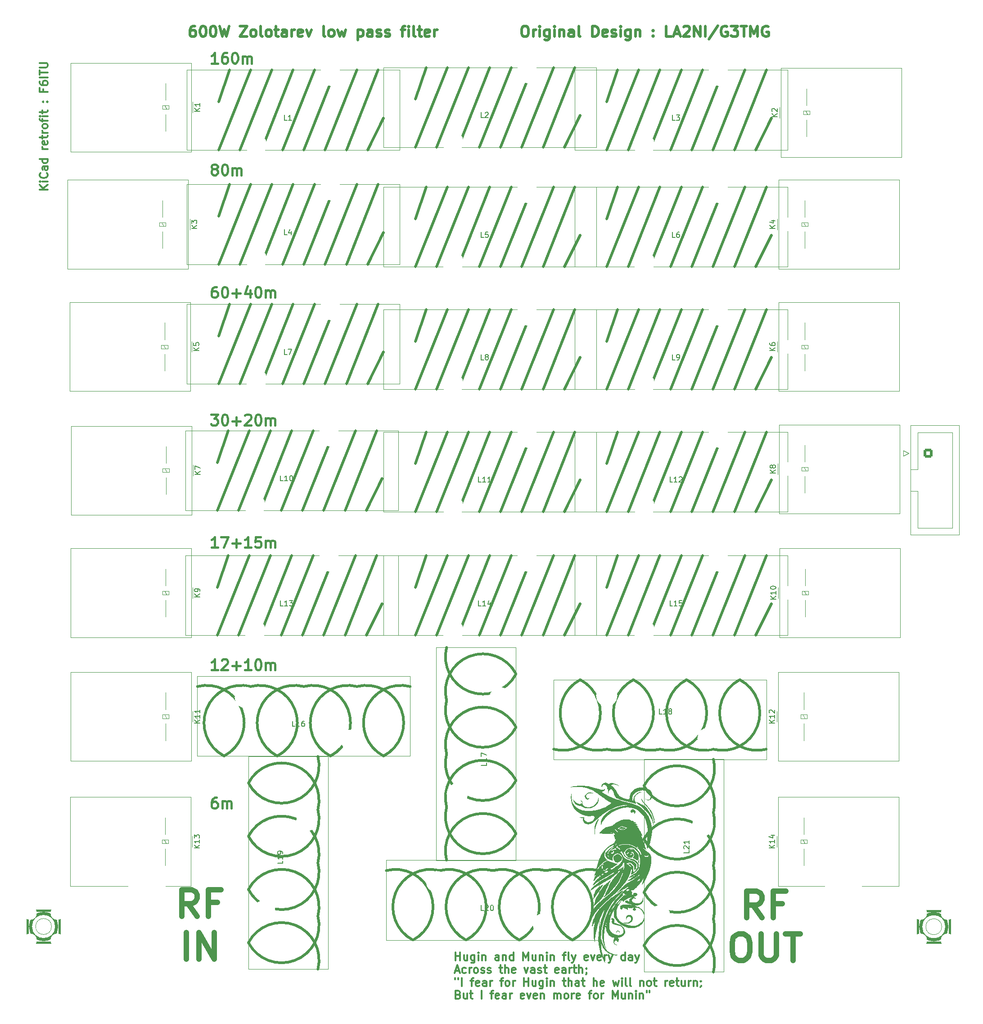
<source format=gto>
G04 #@! TF.GenerationSoftware,KiCad,Pcbnew,8.0.4*
G04 #@! TF.CreationDate,2024-11-18T14:28:34+01:00*
G04 #@! TF.ProjectId,Zolotarev,5a6f6c6f-7461-4726-9576-2e6b69636164,rev?*
G04 #@! TF.SameCoordinates,Original*
G04 #@! TF.FileFunction,Legend,Top*
G04 #@! TF.FilePolarity,Positive*
%FSLAX46Y46*%
G04 Gerber Fmt 4.6, Leading zero omitted, Abs format (unit mm)*
G04 Created by KiCad (PCBNEW 8.0.4) date 2024-11-18 14:28:34*
%MOMM*%
%LPD*%
G01*
G04 APERTURE LIST*
G04 Aperture macros list*
%AMRoundRect*
0 Rectangle with rounded corners*
0 $1 Rounding radius*
0 $2 $3 $4 $5 $6 $7 $8 $9 X,Y pos of 4 corners*
0 Add a 4 corners polygon primitive as box body*
4,1,4,$2,$3,$4,$5,$6,$7,$8,$9,$2,$3,0*
0 Add four circle primitives for the rounded corners*
1,1,$1+$1,$2,$3*
1,1,$1+$1,$4,$5*
1,1,$1+$1,$6,$7*
1,1,$1+$1,$8,$9*
0 Add four rect primitives between the rounded corners*
20,1,$1+$1,$2,$3,$4,$5,0*
20,1,$1+$1,$4,$5,$6,$7,0*
20,1,$1+$1,$6,$7,$8,$9,0*
20,1,$1+$1,$8,$9,$2,$3,0*%
G04 Aperture macros list end*
%ADD10C,0.300000*%
%ADD11C,0.500000*%
%ADD12C,1.000000*%
%ADD13C,0.400000*%
%ADD14C,0.150000*%
%ADD15C,0.120000*%
%ADD16C,0.000000*%
%ADD17C,0.381000*%
%ADD18C,0.099060*%
%ADD19C,1.998980*%
%ADD20C,2.499360*%
%ADD21C,0.800000*%
%ADD22C,7.000000*%
%ADD23R,2.500000X2.500000*%
%ADD24O,2.500000X2.500000*%
%ADD25C,4.000000*%
%ADD26RoundRect,0.250000X-0.600000X-0.600000X0.600000X-0.600000X0.600000X0.600000X-0.600000X0.600000X0*%
%ADD27C,1.700000*%
G04 APERTURE END LIST*
D10*
X99054510Y-206306080D02*
X99054510Y-204806080D01*
X99054510Y-205520366D02*
X99911653Y-205520366D01*
X99911653Y-206306080D02*
X99911653Y-204806080D01*
X101268797Y-205306080D02*
X101268797Y-206306080D01*
X100625939Y-205306080D02*
X100625939Y-206091794D01*
X100625939Y-206091794D02*
X100697368Y-206234652D01*
X100697368Y-206234652D02*
X100840225Y-206306080D01*
X100840225Y-206306080D02*
X101054511Y-206306080D01*
X101054511Y-206306080D02*
X101197368Y-206234652D01*
X101197368Y-206234652D02*
X101268797Y-206163223D01*
X102625940Y-205306080D02*
X102625940Y-206520366D01*
X102625940Y-206520366D02*
X102554511Y-206663223D01*
X102554511Y-206663223D02*
X102483082Y-206734652D01*
X102483082Y-206734652D02*
X102340225Y-206806080D01*
X102340225Y-206806080D02*
X102125940Y-206806080D01*
X102125940Y-206806080D02*
X101983082Y-206734652D01*
X102625940Y-206234652D02*
X102483082Y-206306080D01*
X102483082Y-206306080D02*
X102197368Y-206306080D01*
X102197368Y-206306080D02*
X102054511Y-206234652D01*
X102054511Y-206234652D02*
X101983082Y-206163223D01*
X101983082Y-206163223D02*
X101911654Y-206020366D01*
X101911654Y-206020366D02*
X101911654Y-205591794D01*
X101911654Y-205591794D02*
X101983082Y-205448937D01*
X101983082Y-205448937D02*
X102054511Y-205377509D01*
X102054511Y-205377509D02*
X102197368Y-205306080D01*
X102197368Y-205306080D02*
X102483082Y-205306080D01*
X102483082Y-205306080D02*
X102625940Y-205377509D01*
X103340225Y-206306080D02*
X103340225Y-205306080D01*
X103340225Y-204806080D02*
X103268797Y-204877509D01*
X103268797Y-204877509D02*
X103340225Y-204948937D01*
X103340225Y-204948937D02*
X103411654Y-204877509D01*
X103411654Y-204877509D02*
X103340225Y-204806080D01*
X103340225Y-204806080D02*
X103340225Y-204948937D01*
X104054511Y-205306080D02*
X104054511Y-206306080D01*
X104054511Y-205448937D02*
X104125940Y-205377509D01*
X104125940Y-205377509D02*
X104268797Y-205306080D01*
X104268797Y-205306080D02*
X104483083Y-205306080D01*
X104483083Y-205306080D02*
X104625940Y-205377509D01*
X104625940Y-205377509D02*
X104697369Y-205520366D01*
X104697369Y-205520366D02*
X104697369Y-206306080D01*
X107197369Y-206306080D02*
X107197369Y-205520366D01*
X107197369Y-205520366D02*
X107125940Y-205377509D01*
X107125940Y-205377509D02*
X106983083Y-205306080D01*
X106983083Y-205306080D02*
X106697369Y-205306080D01*
X106697369Y-205306080D02*
X106554511Y-205377509D01*
X107197369Y-206234652D02*
X107054511Y-206306080D01*
X107054511Y-206306080D02*
X106697369Y-206306080D01*
X106697369Y-206306080D02*
X106554511Y-206234652D01*
X106554511Y-206234652D02*
X106483083Y-206091794D01*
X106483083Y-206091794D02*
X106483083Y-205948937D01*
X106483083Y-205948937D02*
X106554511Y-205806080D01*
X106554511Y-205806080D02*
X106697369Y-205734652D01*
X106697369Y-205734652D02*
X107054511Y-205734652D01*
X107054511Y-205734652D02*
X107197369Y-205663223D01*
X107911654Y-205306080D02*
X107911654Y-206306080D01*
X107911654Y-205448937D02*
X107983083Y-205377509D01*
X107983083Y-205377509D02*
X108125940Y-205306080D01*
X108125940Y-205306080D02*
X108340226Y-205306080D01*
X108340226Y-205306080D02*
X108483083Y-205377509D01*
X108483083Y-205377509D02*
X108554512Y-205520366D01*
X108554512Y-205520366D02*
X108554512Y-206306080D01*
X109911655Y-206306080D02*
X109911655Y-204806080D01*
X109911655Y-206234652D02*
X109768797Y-206306080D01*
X109768797Y-206306080D02*
X109483083Y-206306080D01*
X109483083Y-206306080D02*
X109340226Y-206234652D01*
X109340226Y-206234652D02*
X109268797Y-206163223D01*
X109268797Y-206163223D02*
X109197369Y-206020366D01*
X109197369Y-206020366D02*
X109197369Y-205591794D01*
X109197369Y-205591794D02*
X109268797Y-205448937D01*
X109268797Y-205448937D02*
X109340226Y-205377509D01*
X109340226Y-205377509D02*
X109483083Y-205306080D01*
X109483083Y-205306080D02*
X109768797Y-205306080D01*
X109768797Y-205306080D02*
X109911655Y-205377509D01*
X111768797Y-206306080D02*
X111768797Y-204806080D01*
X111768797Y-204806080D02*
X112268797Y-205877509D01*
X112268797Y-205877509D02*
X112768797Y-204806080D01*
X112768797Y-204806080D02*
X112768797Y-206306080D01*
X114125941Y-205306080D02*
X114125941Y-206306080D01*
X113483083Y-205306080D02*
X113483083Y-206091794D01*
X113483083Y-206091794D02*
X113554512Y-206234652D01*
X113554512Y-206234652D02*
X113697369Y-206306080D01*
X113697369Y-206306080D02*
X113911655Y-206306080D01*
X113911655Y-206306080D02*
X114054512Y-206234652D01*
X114054512Y-206234652D02*
X114125941Y-206163223D01*
X114840226Y-205306080D02*
X114840226Y-206306080D01*
X114840226Y-205448937D02*
X114911655Y-205377509D01*
X114911655Y-205377509D02*
X115054512Y-205306080D01*
X115054512Y-205306080D02*
X115268798Y-205306080D01*
X115268798Y-205306080D02*
X115411655Y-205377509D01*
X115411655Y-205377509D02*
X115483084Y-205520366D01*
X115483084Y-205520366D02*
X115483084Y-206306080D01*
X116197369Y-206306080D02*
X116197369Y-205306080D01*
X116197369Y-204806080D02*
X116125941Y-204877509D01*
X116125941Y-204877509D02*
X116197369Y-204948937D01*
X116197369Y-204948937D02*
X116268798Y-204877509D01*
X116268798Y-204877509D02*
X116197369Y-204806080D01*
X116197369Y-204806080D02*
X116197369Y-204948937D01*
X116911655Y-205306080D02*
X116911655Y-206306080D01*
X116911655Y-205448937D02*
X116983084Y-205377509D01*
X116983084Y-205377509D02*
X117125941Y-205306080D01*
X117125941Y-205306080D02*
X117340227Y-205306080D01*
X117340227Y-205306080D02*
X117483084Y-205377509D01*
X117483084Y-205377509D02*
X117554513Y-205520366D01*
X117554513Y-205520366D02*
X117554513Y-206306080D01*
X119197370Y-205306080D02*
X119768798Y-205306080D01*
X119411655Y-206306080D02*
X119411655Y-205020366D01*
X119411655Y-205020366D02*
X119483084Y-204877509D01*
X119483084Y-204877509D02*
X119625941Y-204806080D01*
X119625941Y-204806080D02*
X119768798Y-204806080D01*
X120483084Y-206306080D02*
X120340227Y-206234652D01*
X120340227Y-206234652D02*
X120268798Y-206091794D01*
X120268798Y-206091794D02*
X120268798Y-204806080D01*
X120911655Y-205306080D02*
X121268798Y-206306080D01*
X121625941Y-205306080D02*
X121268798Y-206306080D01*
X121268798Y-206306080D02*
X121125941Y-206663223D01*
X121125941Y-206663223D02*
X121054512Y-206734652D01*
X121054512Y-206734652D02*
X120911655Y-206806080D01*
X123911655Y-206234652D02*
X123768798Y-206306080D01*
X123768798Y-206306080D02*
X123483084Y-206306080D01*
X123483084Y-206306080D02*
X123340226Y-206234652D01*
X123340226Y-206234652D02*
X123268798Y-206091794D01*
X123268798Y-206091794D02*
X123268798Y-205520366D01*
X123268798Y-205520366D02*
X123340226Y-205377509D01*
X123340226Y-205377509D02*
X123483084Y-205306080D01*
X123483084Y-205306080D02*
X123768798Y-205306080D01*
X123768798Y-205306080D02*
X123911655Y-205377509D01*
X123911655Y-205377509D02*
X123983084Y-205520366D01*
X123983084Y-205520366D02*
X123983084Y-205663223D01*
X123983084Y-205663223D02*
X123268798Y-205806080D01*
X124483083Y-205306080D02*
X124840226Y-206306080D01*
X124840226Y-206306080D02*
X125197369Y-205306080D01*
X126340226Y-206234652D02*
X126197369Y-206306080D01*
X126197369Y-206306080D02*
X125911655Y-206306080D01*
X125911655Y-206306080D02*
X125768797Y-206234652D01*
X125768797Y-206234652D02*
X125697369Y-206091794D01*
X125697369Y-206091794D02*
X125697369Y-205520366D01*
X125697369Y-205520366D02*
X125768797Y-205377509D01*
X125768797Y-205377509D02*
X125911655Y-205306080D01*
X125911655Y-205306080D02*
X126197369Y-205306080D01*
X126197369Y-205306080D02*
X126340226Y-205377509D01*
X126340226Y-205377509D02*
X126411655Y-205520366D01*
X126411655Y-205520366D02*
X126411655Y-205663223D01*
X126411655Y-205663223D02*
X125697369Y-205806080D01*
X127054511Y-206306080D02*
X127054511Y-205306080D01*
X127054511Y-205591794D02*
X127125940Y-205448937D01*
X127125940Y-205448937D02*
X127197369Y-205377509D01*
X127197369Y-205377509D02*
X127340226Y-205306080D01*
X127340226Y-205306080D02*
X127483083Y-205306080D01*
X127840225Y-205306080D02*
X128197368Y-206306080D01*
X128554511Y-205306080D02*
X128197368Y-206306080D01*
X128197368Y-206306080D02*
X128054511Y-206663223D01*
X128054511Y-206663223D02*
X127983082Y-206734652D01*
X127983082Y-206734652D02*
X127840225Y-206806080D01*
X130911654Y-206306080D02*
X130911654Y-204806080D01*
X130911654Y-206234652D02*
X130768796Y-206306080D01*
X130768796Y-206306080D02*
X130483082Y-206306080D01*
X130483082Y-206306080D02*
X130340225Y-206234652D01*
X130340225Y-206234652D02*
X130268796Y-206163223D01*
X130268796Y-206163223D02*
X130197368Y-206020366D01*
X130197368Y-206020366D02*
X130197368Y-205591794D01*
X130197368Y-205591794D02*
X130268796Y-205448937D01*
X130268796Y-205448937D02*
X130340225Y-205377509D01*
X130340225Y-205377509D02*
X130483082Y-205306080D01*
X130483082Y-205306080D02*
X130768796Y-205306080D01*
X130768796Y-205306080D02*
X130911654Y-205377509D01*
X132268797Y-206306080D02*
X132268797Y-205520366D01*
X132268797Y-205520366D02*
X132197368Y-205377509D01*
X132197368Y-205377509D02*
X132054511Y-205306080D01*
X132054511Y-205306080D02*
X131768797Y-205306080D01*
X131768797Y-205306080D02*
X131625939Y-205377509D01*
X132268797Y-206234652D02*
X132125939Y-206306080D01*
X132125939Y-206306080D02*
X131768797Y-206306080D01*
X131768797Y-206306080D02*
X131625939Y-206234652D01*
X131625939Y-206234652D02*
X131554511Y-206091794D01*
X131554511Y-206091794D02*
X131554511Y-205948937D01*
X131554511Y-205948937D02*
X131625939Y-205806080D01*
X131625939Y-205806080D02*
X131768797Y-205734652D01*
X131768797Y-205734652D02*
X132125939Y-205734652D01*
X132125939Y-205734652D02*
X132268797Y-205663223D01*
X132840225Y-205306080D02*
X133197368Y-206306080D01*
X133554511Y-205306080D02*
X133197368Y-206306080D01*
X133197368Y-206306080D02*
X133054511Y-206663223D01*
X133054511Y-206663223D02*
X132983082Y-206734652D01*
X132983082Y-206734652D02*
X132840225Y-206806080D01*
X98983082Y-208292425D02*
X99697368Y-208292425D01*
X98840225Y-208720996D02*
X99340225Y-207220996D01*
X99340225Y-207220996D02*
X99840225Y-208720996D01*
X100983082Y-208649568D02*
X100840224Y-208720996D01*
X100840224Y-208720996D02*
X100554510Y-208720996D01*
X100554510Y-208720996D02*
X100411653Y-208649568D01*
X100411653Y-208649568D02*
X100340224Y-208578139D01*
X100340224Y-208578139D02*
X100268796Y-208435282D01*
X100268796Y-208435282D02*
X100268796Y-208006710D01*
X100268796Y-208006710D02*
X100340224Y-207863853D01*
X100340224Y-207863853D02*
X100411653Y-207792425D01*
X100411653Y-207792425D02*
X100554510Y-207720996D01*
X100554510Y-207720996D02*
X100840224Y-207720996D01*
X100840224Y-207720996D02*
X100983082Y-207792425D01*
X101625938Y-208720996D02*
X101625938Y-207720996D01*
X101625938Y-208006710D02*
X101697367Y-207863853D01*
X101697367Y-207863853D02*
X101768796Y-207792425D01*
X101768796Y-207792425D02*
X101911653Y-207720996D01*
X101911653Y-207720996D02*
X102054510Y-207720996D01*
X102768795Y-208720996D02*
X102625938Y-208649568D01*
X102625938Y-208649568D02*
X102554509Y-208578139D01*
X102554509Y-208578139D02*
X102483081Y-208435282D01*
X102483081Y-208435282D02*
X102483081Y-208006710D01*
X102483081Y-208006710D02*
X102554509Y-207863853D01*
X102554509Y-207863853D02*
X102625938Y-207792425D01*
X102625938Y-207792425D02*
X102768795Y-207720996D01*
X102768795Y-207720996D02*
X102983081Y-207720996D01*
X102983081Y-207720996D02*
X103125938Y-207792425D01*
X103125938Y-207792425D02*
X103197367Y-207863853D01*
X103197367Y-207863853D02*
X103268795Y-208006710D01*
X103268795Y-208006710D02*
X103268795Y-208435282D01*
X103268795Y-208435282D02*
X103197367Y-208578139D01*
X103197367Y-208578139D02*
X103125938Y-208649568D01*
X103125938Y-208649568D02*
X102983081Y-208720996D01*
X102983081Y-208720996D02*
X102768795Y-208720996D01*
X103840224Y-208649568D02*
X103983081Y-208720996D01*
X103983081Y-208720996D02*
X104268795Y-208720996D01*
X104268795Y-208720996D02*
X104411652Y-208649568D01*
X104411652Y-208649568D02*
X104483081Y-208506710D01*
X104483081Y-208506710D02*
X104483081Y-208435282D01*
X104483081Y-208435282D02*
X104411652Y-208292425D01*
X104411652Y-208292425D02*
X104268795Y-208220996D01*
X104268795Y-208220996D02*
X104054510Y-208220996D01*
X104054510Y-208220996D02*
X103911652Y-208149568D01*
X103911652Y-208149568D02*
X103840224Y-208006710D01*
X103840224Y-208006710D02*
X103840224Y-207935282D01*
X103840224Y-207935282D02*
X103911652Y-207792425D01*
X103911652Y-207792425D02*
X104054510Y-207720996D01*
X104054510Y-207720996D02*
X104268795Y-207720996D01*
X104268795Y-207720996D02*
X104411652Y-207792425D01*
X105054510Y-208649568D02*
X105197367Y-208720996D01*
X105197367Y-208720996D02*
X105483081Y-208720996D01*
X105483081Y-208720996D02*
X105625938Y-208649568D01*
X105625938Y-208649568D02*
X105697367Y-208506710D01*
X105697367Y-208506710D02*
X105697367Y-208435282D01*
X105697367Y-208435282D02*
X105625938Y-208292425D01*
X105625938Y-208292425D02*
X105483081Y-208220996D01*
X105483081Y-208220996D02*
X105268796Y-208220996D01*
X105268796Y-208220996D02*
X105125938Y-208149568D01*
X105125938Y-208149568D02*
X105054510Y-208006710D01*
X105054510Y-208006710D02*
X105054510Y-207935282D01*
X105054510Y-207935282D02*
X105125938Y-207792425D01*
X105125938Y-207792425D02*
X105268796Y-207720996D01*
X105268796Y-207720996D02*
X105483081Y-207720996D01*
X105483081Y-207720996D02*
X105625938Y-207792425D01*
X107268796Y-207720996D02*
X107840224Y-207720996D01*
X107483081Y-207220996D02*
X107483081Y-208506710D01*
X107483081Y-208506710D02*
X107554510Y-208649568D01*
X107554510Y-208649568D02*
X107697367Y-208720996D01*
X107697367Y-208720996D02*
X107840224Y-208720996D01*
X108340224Y-208720996D02*
X108340224Y-207220996D01*
X108983082Y-208720996D02*
X108983082Y-207935282D01*
X108983082Y-207935282D02*
X108911653Y-207792425D01*
X108911653Y-207792425D02*
X108768796Y-207720996D01*
X108768796Y-207720996D02*
X108554510Y-207720996D01*
X108554510Y-207720996D02*
X108411653Y-207792425D01*
X108411653Y-207792425D02*
X108340224Y-207863853D01*
X110268796Y-208649568D02*
X110125939Y-208720996D01*
X110125939Y-208720996D02*
X109840225Y-208720996D01*
X109840225Y-208720996D02*
X109697367Y-208649568D01*
X109697367Y-208649568D02*
X109625939Y-208506710D01*
X109625939Y-208506710D02*
X109625939Y-207935282D01*
X109625939Y-207935282D02*
X109697367Y-207792425D01*
X109697367Y-207792425D02*
X109840225Y-207720996D01*
X109840225Y-207720996D02*
X110125939Y-207720996D01*
X110125939Y-207720996D02*
X110268796Y-207792425D01*
X110268796Y-207792425D02*
X110340225Y-207935282D01*
X110340225Y-207935282D02*
X110340225Y-208078139D01*
X110340225Y-208078139D02*
X109625939Y-208220996D01*
X111983081Y-207720996D02*
X112340224Y-208720996D01*
X112340224Y-208720996D02*
X112697367Y-207720996D01*
X113911653Y-208720996D02*
X113911653Y-207935282D01*
X113911653Y-207935282D02*
X113840224Y-207792425D01*
X113840224Y-207792425D02*
X113697367Y-207720996D01*
X113697367Y-207720996D02*
X113411653Y-207720996D01*
X113411653Y-207720996D02*
X113268795Y-207792425D01*
X113911653Y-208649568D02*
X113768795Y-208720996D01*
X113768795Y-208720996D02*
X113411653Y-208720996D01*
X113411653Y-208720996D02*
X113268795Y-208649568D01*
X113268795Y-208649568D02*
X113197367Y-208506710D01*
X113197367Y-208506710D02*
X113197367Y-208363853D01*
X113197367Y-208363853D02*
X113268795Y-208220996D01*
X113268795Y-208220996D02*
X113411653Y-208149568D01*
X113411653Y-208149568D02*
X113768795Y-208149568D01*
X113768795Y-208149568D02*
X113911653Y-208078139D01*
X114554510Y-208649568D02*
X114697367Y-208720996D01*
X114697367Y-208720996D02*
X114983081Y-208720996D01*
X114983081Y-208720996D02*
X115125938Y-208649568D01*
X115125938Y-208649568D02*
X115197367Y-208506710D01*
X115197367Y-208506710D02*
X115197367Y-208435282D01*
X115197367Y-208435282D02*
X115125938Y-208292425D01*
X115125938Y-208292425D02*
X114983081Y-208220996D01*
X114983081Y-208220996D02*
X114768796Y-208220996D01*
X114768796Y-208220996D02*
X114625938Y-208149568D01*
X114625938Y-208149568D02*
X114554510Y-208006710D01*
X114554510Y-208006710D02*
X114554510Y-207935282D01*
X114554510Y-207935282D02*
X114625938Y-207792425D01*
X114625938Y-207792425D02*
X114768796Y-207720996D01*
X114768796Y-207720996D02*
X114983081Y-207720996D01*
X114983081Y-207720996D02*
X115125938Y-207792425D01*
X115625939Y-207720996D02*
X116197367Y-207720996D01*
X115840224Y-207220996D02*
X115840224Y-208506710D01*
X115840224Y-208506710D02*
X115911653Y-208649568D01*
X115911653Y-208649568D02*
X116054510Y-208720996D01*
X116054510Y-208720996D02*
X116197367Y-208720996D01*
X118411653Y-208649568D02*
X118268796Y-208720996D01*
X118268796Y-208720996D02*
X117983082Y-208720996D01*
X117983082Y-208720996D02*
X117840224Y-208649568D01*
X117840224Y-208649568D02*
X117768796Y-208506710D01*
X117768796Y-208506710D02*
X117768796Y-207935282D01*
X117768796Y-207935282D02*
X117840224Y-207792425D01*
X117840224Y-207792425D02*
X117983082Y-207720996D01*
X117983082Y-207720996D02*
X118268796Y-207720996D01*
X118268796Y-207720996D02*
X118411653Y-207792425D01*
X118411653Y-207792425D02*
X118483082Y-207935282D01*
X118483082Y-207935282D02*
X118483082Y-208078139D01*
X118483082Y-208078139D02*
X117768796Y-208220996D01*
X119768796Y-208720996D02*
X119768796Y-207935282D01*
X119768796Y-207935282D02*
X119697367Y-207792425D01*
X119697367Y-207792425D02*
X119554510Y-207720996D01*
X119554510Y-207720996D02*
X119268796Y-207720996D01*
X119268796Y-207720996D02*
X119125938Y-207792425D01*
X119768796Y-208649568D02*
X119625938Y-208720996D01*
X119625938Y-208720996D02*
X119268796Y-208720996D01*
X119268796Y-208720996D02*
X119125938Y-208649568D01*
X119125938Y-208649568D02*
X119054510Y-208506710D01*
X119054510Y-208506710D02*
X119054510Y-208363853D01*
X119054510Y-208363853D02*
X119125938Y-208220996D01*
X119125938Y-208220996D02*
X119268796Y-208149568D01*
X119268796Y-208149568D02*
X119625938Y-208149568D01*
X119625938Y-208149568D02*
X119768796Y-208078139D01*
X120483081Y-208720996D02*
X120483081Y-207720996D01*
X120483081Y-208006710D02*
X120554510Y-207863853D01*
X120554510Y-207863853D02*
X120625939Y-207792425D01*
X120625939Y-207792425D02*
X120768796Y-207720996D01*
X120768796Y-207720996D02*
X120911653Y-207720996D01*
X121197367Y-207720996D02*
X121768795Y-207720996D01*
X121411652Y-207220996D02*
X121411652Y-208506710D01*
X121411652Y-208506710D02*
X121483081Y-208649568D01*
X121483081Y-208649568D02*
X121625938Y-208720996D01*
X121625938Y-208720996D02*
X121768795Y-208720996D01*
X122268795Y-208720996D02*
X122268795Y-207220996D01*
X122911653Y-208720996D02*
X122911653Y-207935282D01*
X122911653Y-207935282D02*
X122840224Y-207792425D01*
X122840224Y-207792425D02*
X122697367Y-207720996D01*
X122697367Y-207720996D02*
X122483081Y-207720996D01*
X122483081Y-207720996D02*
X122340224Y-207792425D01*
X122340224Y-207792425D02*
X122268795Y-207863853D01*
X123697367Y-208649568D02*
X123697367Y-208720996D01*
X123697367Y-208720996D02*
X123625938Y-208863853D01*
X123625938Y-208863853D02*
X123554510Y-208935282D01*
X123625938Y-207792425D02*
X123697367Y-207863853D01*
X123697367Y-207863853D02*
X123625938Y-207935282D01*
X123625938Y-207935282D02*
X123554510Y-207863853D01*
X123554510Y-207863853D02*
X123625938Y-207792425D01*
X123625938Y-207792425D02*
X123625938Y-207935282D01*
X98983082Y-209635912D02*
X98983082Y-209921626D01*
X99554510Y-209635912D02*
X99554510Y-209921626D01*
X100197367Y-211135912D02*
X100197367Y-209635912D01*
X101840225Y-210135912D02*
X102411653Y-210135912D01*
X102054510Y-211135912D02*
X102054510Y-209850198D01*
X102054510Y-209850198D02*
X102125939Y-209707341D01*
X102125939Y-209707341D02*
X102268796Y-209635912D01*
X102268796Y-209635912D02*
X102411653Y-209635912D01*
X103483082Y-211064484D02*
X103340225Y-211135912D01*
X103340225Y-211135912D02*
X103054511Y-211135912D01*
X103054511Y-211135912D02*
X102911653Y-211064484D01*
X102911653Y-211064484D02*
X102840225Y-210921626D01*
X102840225Y-210921626D02*
X102840225Y-210350198D01*
X102840225Y-210350198D02*
X102911653Y-210207341D01*
X102911653Y-210207341D02*
X103054511Y-210135912D01*
X103054511Y-210135912D02*
X103340225Y-210135912D01*
X103340225Y-210135912D02*
X103483082Y-210207341D01*
X103483082Y-210207341D02*
X103554511Y-210350198D01*
X103554511Y-210350198D02*
X103554511Y-210493055D01*
X103554511Y-210493055D02*
X102840225Y-210635912D01*
X104840225Y-211135912D02*
X104840225Y-210350198D01*
X104840225Y-210350198D02*
X104768796Y-210207341D01*
X104768796Y-210207341D02*
X104625939Y-210135912D01*
X104625939Y-210135912D02*
X104340225Y-210135912D01*
X104340225Y-210135912D02*
X104197367Y-210207341D01*
X104840225Y-211064484D02*
X104697367Y-211135912D01*
X104697367Y-211135912D02*
X104340225Y-211135912D01*
X104340225Y-211135912D02*
X104197367Y-211064484D01*
X104197367Y-211064484D02*
X104125939Y-210921626D01*
X104125939Y-210921626D02*
X104125939Y-210778769D01*
X104125939Y-210778769D02*
X104197367Y-210635912D01*
X104197367Y-210635912D02*
X104340225Y-210564484D01*
X104340225Y-210564484D02*
X104697367Y-210564484D01*
X104697367Y-210564484D02*
X104840225Y-210493055D01*
X105554510Y-211135912D02*
X105554510Y-210135912D01*
X105554510Y-210421626D02*
X105625939Y-210278769D01*
X105625939Y-210278769D02*
X105697368Y-210207341D01*
X105697368Y-210207341D02*
X105840225Y-210135912D01*
X105840225Y-210135912D02*
X105983082Y-210135912D01*
X107411653Y-210135912D02*
X107983081Y-210135912D01*
X107625938Y-211135912D02*
X107625938Y-209850198D01*
X107625938Y-209850198D02*
X107697367Y-209707341D01*
X107697367Y-209707341D02*
X107840224Y-209635912D01*
X107840224Y-209635912D02*
X107983081Y-209635912D01*
X108697367Y-211135912D02*
X108554510Y-211064484D01*
X108554510Y-211064484D02*
X108483081Y-210993055D01*
X108483081Y-210993055D02*
X108411653Y-210850198D01*
X108411653Y-210850198D02*
X108411653Y-210421626D01*
X108411653Y-210421626D02*
X108483081Y-210278769D01*
X108483081Y-210278769D02*
X108554510Y-210207341D01*
X108554510Y-210207341D02*
X108697367Y-210135912D01*
X108697367Y-210135912D02*
X108911653Y-210135912D01*
X108911653Y-210135912D02*
X109054510Y-210207341D01*
X109054510Y-210207341D02*
X109125939Y-210278769D01*
X109125939Y-210278769D02*
X109197367Y-210421626D01*
X109197367Y-210421626D02*
X109197367Y-210850198D01*
X109197367Y-210850198D02*
X109125939Y-210993055D01*
X109125939Y-210993055D02*
X109054510Y-211064484D01*
X109054510Y-211064484D02*
X108911653Y-211135912D01*
X108911653Y-211135912D02*
X108697367Y-211135912D01*
X109840224Y-211135912D02*
X109840224Y-210135912D01*
X109840224Y-210421626D02*
X109911653Y-210278769D01*
X109911653Y-210278769D02*
X109983082Y-210207341D01*
X109983082Y-210207341D02*
X110125939Y-210135912D01*
X110125939Y-210135912D02*
X110268796Y-210135912D01*
X111911652Y-211135912D02*
X111911652Y-209635912D01*
X111911652Y-210350198D02*
X112768795Y-210350198D01*
X112768795Y-211135912D02*
X112768795Y-209635912D01*
X114125939Y-210135912D02*
X114125939Y-211135912D01*
X113483081Y-210135912D02*
X113483081Y-210921626D01*
X113483081Y-210921626D02*
X113554510Y-211064484D01*
X113554510Y-211064484D02*
X113697367Y-211135912D01*
X113697367Y-211135912D02*
X113911653Y-211135912D01*
X113911653Y-211135912D02*
X114054510Y-211064484D01*
X114054510Y-211064484D02*
X114125939Y-210993055D01*
X115483082Y-210135912D02*
X115483082Y-211350198D01*
X115483082Y-211350198D02*
X115411653Y-211493055D01*
X115411653Y-211493055D02*
X115340224Y-211564484D01*
X115340224Y-211564484D02*
X115197367Y-211635912D01*
X115197367Y-211635912D02*
X114983082Y-211635912D01*
X114983082Y-211635912D02*
X114840224Y-211564484D01*
X115483082Y-211064484D02*
X115340224Y-211135912D01*
X115340224Y-211135912D02*
X115054510Y-211135912D01*
X115054510Y-211135912D02*
X114911653Y-211064484D01*
X114911653Y-211064484D02*
X114840224Y-210993055D01*
X114840224Y-210993055D02*
X114768796Y-210850198D01*
X114768796Y-210850198D02*
X114768796Y-210421626D01*
X114768796Y-210421626D02*
X114840224Y-210278769D01*
X114840224Y-210278769D02*
X114911653Y-210207341D01*
X114911653Y-210207341D02*
X115054510Y-210135912D01*
X115054510Y-210135912D02*
X115340224Y-210135912D01*
X115340224Y-210135912D02*
X115483082Y-210207341D01*
X116197367Y-211135912D02*
X116197367Y-210135912D01*
X116197367Y-209635912D02*
X116125939Y-209707341D01*
X116125939Y-209707341D02*
X116197367Y-209778769D01*
X116197367Y-209778769D02*
X116268796Y-209707341D01*
X116268796Y-209707341D02*
X116197367Y-209635912D01*
X116197367Y-209635912D02*
X116197367Y-209778769D01*
X116911653Y-210135912D02*
X116911653Y-211135912D01*
X116911653Y-210278769D02*
X116983082Y-210207341D01*
X116983082Y-210207341D02*
X117125939Y-210135912D01*
X117125939Y-210135912D02*
X117340225Y-210135912D01*
X117340225Y-210135912D02*
X117483082Y-210207341D01*
X117483082Y-210207341D02*
X117554511Y-210350198D01*
X117554511Y-210350198D02*
X117554511Y-211135912D01*
X119197368Y-210135912D02*
X119768796Y-210135912D01*
X119411653Y-209635912D02*
X119411653Y-210921626D01*
X119411653Y-210921626D02*
X119483082Y-211064484D01*
X119483082Y-211064484D02*
X119625939Y-211135912D01*
X119625939Y-211135912D02*
X119768796Y-211135912D01*
X120268796Y-211135912D02*
X120268796Y-209635912D01*
X120911654Y-211135912D02*
X120911654Y-210350198D01*
X120911654Y-210350198D02*
X120840225Y-210207341D01*
X120840225Y-210207341D02*
X120697368Y-210135912D01*
X120697368Y-210135912D02*
X120483082Y-210135912D01*
X120483082Y-210135912D02*
X120340225Y-210207341D01*
X120340225Y-210207341D02*
X120268796Y-210278769D01*
X122268797Y-211135912D02*
X122268797Y-210350198D01*
X122268797Y-210350198D02*
X122197368Y-210207341D01*
X122197368Y-210207341D02*
X122054511Y-210135912D01*
X122054511Y-210135912D02*
X121768797Y-210135912D01*
X121768797Y-210135912D02*
X121625939Y-210207341D01*
X122268797Y-211064484D02*
X122125939Y-211135912D01*
X122125939Y-211135912D02*
X121768797Y-211135912D01*
X121768797Y-211135912D02*
X121625939Y-211064484D01*
X121625939Y-211064484D02*
X121554511Y-210921626D01*
X121554511Y-210921626D02*
X121554511Y-210778769D01*
X121554511Y-210778769D02*
X121625939Y-210635912D01*
X121625939Y-210635912D02*
X121768797Y-210564484D01*
X121768797Y-210564484D02*
X122125939Y-210564484D01*
X122125939Y-210564484D02*
X122268797Y-210493055D01*
X122768797Y-210135912D02*
X123340225Y-210135912D01*
X122983082Y-209635912D02*
X122983082Y-210921626D01*
X122983082Y-210921626D02*
X123054511Y-211064484D01*
X123054511Y-211064484D02*
X123197368Y-211135912D01*
X123197368Y-211135912D02*
X123340225Y-211135912D01*
X124983082Y-211135912D02*
X124983082Y-209635912D01*
X125625940Y-211135912D02*
X125625940Y-210350198D01*
X125625940Y-210350198D02*
X125554511Y-210207341D01*
X125554511Y-210207341D02*
X125411654Y-210135912D01*
X125411654Y-210135912D02*
X125197368Y-210135912D01*
X125197368Y-210135912D02*
X125054511Y-210207341D01*
X125054511Y-210207341D02*
X124983082Y-210278769D01*
X126911654Y-211064484D02*
X126768797Y-211135912D01*
X126768797Y-211135912D02*
X126483083Y-211135912D01*
X126483083Y-211135912D02*
X126340225Y-211064484D01*
X126340225Y-211064484D02*
X126268797Y-210921626D01*
X126268797Y-210921626D02*
X126268797Y-210350198D01*
X126268797Y-210350198D02*
X126340225Y-210207341D01*
X126340225Y-210207341D02*
X126483083Y-210135912D01*
X126483083Y-210135912D02*
X126768797Y-210135912D01*
X126768797Y-210135912D02*
X126911654Y-210207341D01*
X126911654Y-210207341D02*
X126983083Y-210350198D01*
X126983083Y-210350198D02*
X126983083Y-210493055D01*
X126983083Y-210493055D02*
X126268797Y-210635912D01*
X128625939Y-210135912D02*
X128911654Y-211135912D01*
X128911654Y-211135912D02*
X129197368Y-210421626D01*
X129197368Y-210421626D02*
X129483082Y-211135912D01*
X129483082Y-211135912D02*
X129768796Y-210135912D01*
X130340225Y-211135912D02*
X130340225Y-210135912D01*
X130340225Y-209635912D02*
X130268797Y-209707341D01*
X130268797Y-209707341D02*
X130340225Y-209778769D01*
X130340225Y-209778769D02*
X130411654Y-209707341D01*
X130411654Y-209707341D02*
X130340225Y-209635912D01*
X130340225Y-209635912D02*
X130340225Y-209778769D01*
X131268797Y-211135912D02*
X131125940Y-211064484D01*
X131125940Y-211064484D02*
X131054511Y-210921626D01*
X131054511Y-210921626D02*
X131054511Y-209635912D01*
X132054511Y-211135912D02*
X131911654Y-211064484D01*
X131911654Y-211064484D02*
X131840225Y-210921626D01*
X131840225Y-210921626D02*
X131840225Y-209635912D01*
X133768796Y-210135912D02*
X133768796Y-211135912D01*
X133768796Y-210278769D02*
X133840225Y-210207341D01*
X133840225Y-210207341D02*
X133983082Y-210135912D01*
X133983082Y-210135912D02*
X134197368Y-210135912D01*
X134197368Y-210135912D02*
X134340225Y-210207341D01*
X134340225Y-210207341D02*
X134411654Y-210350198D01*
X134411654Y-210350198D02*
X134411654Y-211135912D01*
X135340225Y-211135912D02*
X135197368Y-211064484D01*
X135197368Y-211064484D02*
X135125939Y-210993055D01*
X135125939Y-210993055D02*
X135054511Y-210850198D01*
X135054511Y-210850198D02*
X135054511Y-210421626D01*
X135054511Y-210421626D02*
X135125939Y-210278769D01*
X135125939Y-210278769D02*
X135197368Y-210207341D01*
X135197368Y-210207341D02*
X135340225Y-210135912D01*
X135340225Y-210135912D02*
X135554511Y-210135912D01*
X135554511Y-210135912D02*
X135697368Y-210207341D01*
X135697368Y-210207341D02*
X135768797Y-210278769D01*
X135768797Y-210278769D02*
X135840225Y-210421626D01*
X135840225Y-210421626D02*
X135840225Y-210850198D01*
X135840225Y-210850198D02*
X135768797Y-210993055D01*
X135768797Y-210993055D02*
X135697368Y-211064484D01*
X135697368Y-211064484D02*
X135554511Y-211135912D01*
X135554511Y-211135912D02*
X135340225Y-211135912D01*
X136268797Y-210135912D02*
X136840225Y-210135912D01*
X136483082Y-209635912D02*
X136483082Y-210921626D01*
X136483082Y-210921626D02*
X136554511Y-211064484D01*
X136554511Y-211064484D02*
X136697368Y-211135912D01*
X136697368Y-211135912D02*
X136840225Y-211135912D01*
X138483082Y-211135912D02*
X138483082Y-210135912D01*
X138483082Y-210421626D02*
X138554511Y-210278769D01*
X138554511Y-210278769D02*
X138625940Y-210207341D01*
X138625940Y-210207341D02*
X138768797Y-210135912D01*
X138768797Y-210135912D02*
X138911654Y-210135912D01*
X139983082Y-211064484D02*
X139840225Y-211135912D01*
X139840225Y-211135912D02*
X139554511Y-211135912D01*
X139554511Y-211135912D02*
X139411653Y-211064484D01*
X139411653Y-211064484D02*
X139340225Y-210921626D01*
X139340225Y-210921626D02*
X139340225Y-210350198D01*
X139340225Y-210350198D02*
X139411653Y-210207341D01*
X139411653Y-210207341D02*
X139554511Y-210135912D01*
X139554511Y-210135912D02*
X139840225Y-210135912D01*
X139840225Y-210135912D02*
X139983082Y-210207341D01*
X139983082Y-210207341D02*
X140054511Y-210350198D01*
X140054511Y-210350198D02*
X140054511Y-210493055D01*
X140054511Y-210493055D02*
X139340225Y-210635912D01*
X140483082Y-210135912D02*
X141054510Y-210135912D01*
X140697367Y-209635912D02*
X140697367Y-210921626D01*
X140697367Y-210921626D02*
X140768796Y-211064484D01*
X140768796Y-211064484D02*
X140911653Y-211135912D01*
X140911653Y-211135912D02*
X141054510Y-211135912D01*
X142197368Y-210135912D02*
X142197368Y-211135912D01*
X141554510Y-210135912D02*
X141554510Y-210921626D01*
X141554510Y-210921626D02*
X141625939Y-211064484D01*
X141625939Y-211064484D02*
X141768796Y-211135912D01*
X141768796Y-211135912D02*
X141983082Y-211135912D01*
X141983082Y-211135912D02*
X142125939Y-211064484D01*
X142125939Y-211064484D02*
X142197368Y-210993055D01*
X142911653Y-211135912D02*
X142911653Y-210135912D01*
X142911653Y-210421626D02*
X142983082Y-210278769D01*
X142983082Y-210278769D02*
X143054511Y-210207341D01*
X143054511Y-210207341D02*
X143197368Y-210135912D01*
X143197368Y-210135912D02*
X143340225Y-210135912D01*
X143840224Y-210135912D02*
X143840224Y-211135912D01*
X143840224Y-210278769D02*
X143911653Y-210207341D01*
X143911653Y-210207341D02*
X144054510Y-210135912D01*
X144054510Y-210135912D02*
X144268796Y-210135912D01*
X144268796Y-210135912D02*
X144411653Y-210207341D01*
X144411653Y-210207341D02*
X144483082Y-210350198D01*
X144483082Y-210350198D02*
X144483082Y-211135912D01*
X145268796Y-211064484D02*
X145268796Y-211135912D01*
X145268796Y-211135912D02*
X145197367Y-211278769D01*
X145197367Y-211278769D02*
X145125939Y-211350198D01*
X145197367Y-210207341D02*
X145268796Y-210278769D01*
X145268796Y-210278769D02*
X145197367Y-210350198D01*
X145197367Y-210350198D02*
X145125939Y-210278769D01*
X145125939Y-210278769D02*
X145197367Y-210207341D01*
X145197367Y-210207341D02*
X145197367Y-210350198D01*
X99554510Y-212765114D02*
X99768796Y-212836542D01*
X99768796Y-212836542D02*
X99840225Y-212907971D01*
X99840225Y-212907971D02*
X99911653Y-213050828D01*
X99911653Y-213050828D02*
X99911653Y-213265114D01*
X99911653Y-213265114D02*
X99840225Y-213407971D01*
X99840225Y-213407971D02*
X99768796Y-213479400D01*
X99768796Y-213479400D02*
X99625939Y-213550828D01*
X99625939Y-213550828D02*
X99054510Y-213550828D01*
X99054510Y-213550828D02*
X99054510Y-212050828D01*
X99054510Y-212050828D02*
X99554510Y-212050828D01*
X99554510Y-212050828D02*
X99697368Y-212122257D01*
X99697368Y-212122257D02*
X99768796Y-212193685D01*
X99768796Y-212193685D02*
X99840225Y-212336542D01*
X99840225Y-212336542D02*
X99840225Y-212479400D01*
X99840225Y-212479400D02*
X99768796Y-212622257D01*
X99768796Y-212622257D02*
X99697368Y-212693685D01*
X99697368Y-212693685D02*
X99554510Y-212765114D01*
X99554510Y-212765114D02*
X99054510Y-212765114D01*
X101197368Y-212550828D02*
X101197368Y-213550828D01*
X100554510Y-212550828D02*
X100554510Y-213336542D01*
X100554510Y-213336542D02*
X100625939Y-213479400D01*
X100625939Y-213479400D02*
X100768796Y-213550828D01*
X100768796Y-213550828D02*
X100983082Y-213550828D01*
X100983082Y-213550828D02*
X101125939Y-213479400D01*
X101125939Y-213479400D02*
X101197368Y-213407971D01*
X101697368Y-212550828D02*
X102268796Y-212550828D01*
X101911653Y-212050828D02*
X101911653Y-213336542D01*
X101911653Y-213336542D02*
X101983082Y-213479400D01*
X101983082Y-213479400D02*
X102125939Y-213550828D01*
X102125939Y-213550828D02*
X102268796Y-213550828D01*
X103911653Y-213550828D02*
X103911653Y-212050828D01*
X105554511Y-212550828D02*
X106125939Y-212550828D01*
X105768796Y-213550828D02*
X105768796Y-212265114D01*
X105768796Y-212265114D02*
X105840225Y-212122257D01*
X105840225Y-212122257D02*
X105983082Y-212050828D01*
X105983082Y-212050828D02*
X106125939Y-212050828D01*
X107197368Y-213479400D02*
X107054511Y-213550828D01*
X107054511Y-213550828D02*
X106768797Y-213550828D01*
X106768797Y-213550828D02*
X106625939Y-213479400D01*
X106625939Y-213479400D02*
X106554511Y-213336542D01*
X106554511Y-213336542D02*
X106554511Y-212765114D01*
X106554511Y-212765114D02*
X106625939Y-212622257D01*
X106625939Y-212622257D02*
X106768797Y-212550828D01*
X106768797Y-212550828D02*
X107054511Y-212550828D01*
X107054511Y-212550828D02*
X107197368Y-212622257D01*
X107197368Y-212622257D02*
X107268797Y-212765114D01*
X107268797Y-212765114D02*
X107268797Y-212907971D01*
X107268797Y-212907971D02*
X106554511Y-213050828D01*
X108554511Y-213550828D02*
X108554511Y-212765114D01*
X108554511Y-212765114D02*
X108483082Y-212622257D01*
X108483082Y-212622257D02*
X108340225Y-212550828D01*
X108340225Y-212550828D02*
X108054511Y-212550828D01*
X108054511Y-212550828D02*
X107911653Y-212622257D01*
X108554511Y-213479400D02*
X108411653Y-213550828D01*
X108411653Y-213550828D02*
X108054511Y-213550828D01*
X108054511Y-213550828D02*
X107911653Y-213479400D01*
X107911653Y-213479400D02*
X107840225Y-213336542D01*
X107840225Y-213336542D02*
X107840225Y-213193685D01*
X107840225Y-213193685D02*
X107911653Y-213050828D01*
X107911653Y-213050828D02*
X108054511Y-212979400D01*
X108054511Y-212979400D02*
X108411653Y-212979400D01*
X108411653Y-212979400D02*
X108554511Y-212907971D01*
X109268796Y-213550828D02*
X109268796Y-212550828D01*
X109268796Y-212836542D02*
X109340225Y-212693685D01*
X109340225Y-212693685D02*
X109411654Y-212622257D01*
X109411654Y-212622257D02*
X109554511Y-212550828D01*
X109554511Y-212550828D02*
X109697368Y-212550828D01*
X111911653Y-213479400D02*
X111768796Y-213550828D01*
X111768796Y-213550828D02*
X111483082Y-213550828D01*
X111483082Y-213550828D02*
X111340224Y-213479400D01*
X111340224Y-213479400D02*
X111268796Y-213336542D01*
X111268796Y-213336542D02*
X111268796Y-212765114D01*
X111268796Y-212765114D02*
X111340224Y-212622257D01*
X111340224Y-212622257D02*
X111483082Y-212550828D01*
X111483082Y-212550828D02*
X111768796Y-212550828D01*
X111768796Y-212550828D02*
X111911653Y-212622257D01*
X111911653Y-212622257D02*
X111983082Y-212765114D01*
X111983082Y-212765114D02*
X111983082Y-212907971D01*
X111983082Y-212907971D02*
X111268796Y-213050828D01*
X112483081Y-212550828D02*
X112840224Y-213550828D01*
X112840224Y-213550828D02*
X113197367Y-212550828D01*
X114340224Y-213479400D02*
X114197367Y-213550828D01*
X114197367Y-213550828D02*
X113911653Y-213550828D01*
X113911653Y-213550828D02*
X113768795Y-213479400D01*
X113768795Y-213479400D02*
X113697367Y-213336542D01*
X113697367Y-213336542D02*
X113697367Y-212765114D01*
X113697367Y-212765114D02*
X113768795Y-212622257D01*
X113768795Y-212622257D02*
X113911653Y-212550828D01*
X113911653Y-212550828D02*
X114197367Y-212550828D01*
X114197367Y-212550828D02*
X114340224Y-212622257D01*
X114340224Y-212622257D02*
X114411653Y-212765114D01*
X114411653Y-212765114D02*
X114411653Y-212907971D01*
X114411653Y-212907971D02*
X113697367Y-213050828D01*
X115054509Y-212550828D02*
X115054509Y-213550828D01*
X115054509Y-212693685D02*
X115125938Y-212622257D01*
X115125938Y-212622257D02*
X115268795Y-212550828D01*
X115268795Y-212550828D02*
X115483081Y-212550828D01*
X115483081Y-212550828D02*
X115625938Y-212622257D01*
X115625938Y-212622257D02*
X115697367Y-212765114D01*
X115697367Y-212765114D02*
X115697367Y-213550828D01*
X117554509Y-213550828D02*
X117554509Y-212550828D01*
X117554509Y-212693685D02*
X117625938Y-212622257D01*
X117625938Y-212622257D02*
X117768795Y-212550828D01*
X117768795Y-212550828D02*
X117983081Y-212550828D01*
X117983081Y-212550828D02*
X118125938Y-212622257D01*
X118125938Y-212622257D02*
X118197367Y-212765114D01*
X118197367Y-212765114D02*
X118197367Y-213550828D01*
X118197367Y-212765114D02*
X118268795Y-212622257D01*
X118268795Y-212622257D02*
X118411652Y-212550828D01*
X118411652Y-212550828D02*
X118625938Y-212550828D01*
X118625938Y-212550828D02*
X118768795Y-212622257D01*
X118768795Y-212622257D02*
X118840224Y-212765114D01*
X118840224Y-212765114D02*
X118840224Y-213550828D01*
X119768795Y-213550828D02*
X119625938Y-213479400D01*
X119625938Y-213479400D02*
X119554509Y-213407971D01*
X119554509Y-213407971D02*
X119483081Y-213265114D01*
X119483081Y-213265114D02*
X119483081Y-212836542D01*
X119483081Y-212836542D02*
X119554509Y-212693685D01*
X119554509Y-212693685D02*
X119625938Y-212622257D01*
X119625938Y-212622257D02*
X119768795Y-212550828D01*
X119768795Y-212550828D02*
X119983081Y-212550828D01*
X119983081Y-212550828D02*
X120125938Y-212622257D01*
X120125938Y-212622257D02*
X120197367Y-212693685D01*
X120197367Y-212693685D02*
X120268795Y-212836542D01*
X120268795Y-212836542D02*
X120268795Y-213265114D01*
X120268795Y-213265114D02*
X120197367Y-213407971D01*
X120197367Y-213407971D02*
X120125938Y-213479400D01*
X120125938Y-213479400D02*
X119983081Y-213550828D01*
X119983081Y-213550828D02*
X119768795Y-213550828D01*
X120911652Y-213550828D02*
X120911652Y-212550828D01*
X120911652Y-212836542D02*
X120983081Y-212693685D01*
X120983081Y-212693685D02*
X121054510Y-212622257D01*
X121054510Y-212622257D02*
X121197367Y-212550828D01*
X121197367Y-212550828D02*
X121340224Y-212550828D01*
X122411652Y-213479400D02*
X122268795Y-213550828D01*
X122268795Y-213550828D02*
X121983081Y-213550828D01*
X121983081Y-213550828D02*
X121840223Y-213479400D01*
X121840223Y-213479400D02*
X121768795Y-213336542D01*
X121768795Y-213336542D02*
X121768795Y-212765114D01*
X121768795Y-212765114D02*
X121840223Y-212622257D01*
X121840223Y-212622257D02*
X121983081Y-212550828D01*
X121983081Y-212550828D02*
X122268795Y-212550828D01*
X122268795Y-212550828D02*
X122411652Y-212622257D01*
X122411652Y-212622257D02*
X122483081Y-212765114D01*
X122483081Y-212765114D02*
X122483081Y-212907971D01*
X122483081Y-212907971D02*
X121768795Y-213050828D01*
X124054509Y-212550828D02*
X124625937Y-212550828D01*
X124268794Y-213550828D02*
X124268794Y-212265114D01*
X124268794Y-212265114D02*
X124340223Y-212122257D01*
X124340223Y-212122257D02*
X124483080Y-212050828D01*
X124483080Y-212050828D02*
X124625937Y-212050828D01*
X125340223Y-213550828D02*
X125197366Y-213479400D01*
X125197366Y-213479400D02*
X125125937Y-213407971D01*
X125125937Y-213407971D02*
X125054509Y-213265114D01*
X125054509Y-213265114D02*
X125054509Y-212836542D01*
X125054509Y-212836542D02*
X125125937Y-212693685D01*
X125125937Y-212693685D02*
X125197366Y-212622257D01*
X125197366Y-212622257D02*
X125340223Y-212550828D01*
X125340223Y-212550828D02*
X125554509Y-212550828D01*
X125554509Y-212550828D02*
X125697366Y-212622257D01*
X125697366Y-212622257D02*
X125768795Y-212693685D01*
X125768795Y-212693685D02*
X125840223Y-212836542D01*
X125840223Y-212836542D02*
X125840223Y-213265114D01*
X125840223Y-213265114D02*
X125768795Y-213407971D01*
X125768795Y-213407971D02*
X125697366Y-213479400D01*
X125697366Y-213479400D02*
X125554509Y-213550828D01*
X125554509Y-213550828D02*
X125340223Y-213550828D01*
X126483080Y-213550828D02*
X126483080Y-212550828D01*
X126483080Y-212836542D02*
X126554509Y-212693685D01*
X126554509Y-212693685D02*
X126625938Y-212622257D01*
X126625938Y-212622257D02*
X126768795Y-212550828D01*
X126768795Y-212550828D02*
X126911652Y-212550828D01*
X128554508Y-213550828D02*
X128554508Y-212050828D01*
X128554508Y-212050828D02*
X129054508Y-213122257D01*
X129054508Y-213122257D02*
X129554508Y-212050828D01*
X129554508Y-212050828D02*
X129554508Y-213550828D01*
X130911652Y-212550828D02*
X130911652Y-213550828D01*
X130268794Y-212550828D02*
X130268794Y-213336542D01*
X130268794Y-213336542D02*
X130340223Y-213479400D01*
X130340223Y-213479400D02*
X130483080Y-213550828D01*
X130483080Y-213550828D02*
X130697366Y-213550828D01*
X130697366Y-213550828D02*
X130840223Y-213479400D01*
X130840223Y-213479400D02*
X130911652Y-213407971D01*
X131625937Y-212550828D02*
X131625937Y-213550828D01*
X131625937Y-212693685D02*
X131697366Y-212622257D01*
X131697366Y-212622257D02*
X131840223Y-212550828D01*
X131840223Y-212550828D02*
X132054509Y-212550828D01*
X132054509Y-212550828D02*
X132197366Y-212622257D01*
X132197366Y-212622257D02*
X132268795Y-212765114D01*
X132268795Y-212765114D02*
X132268795Y-213550828D01*
X132983080Y-213550828D02*
X132983080Y-212550828D01*
X132983080Y-212050828D02*
X132911652Y-212122257D01*
X132911652Y-212122257D02*
X132983080Y-212193685D01*
X132983080Y-212193685D02*
X133054509Y-212122257D01*
X133054509Y-212122257D02*
X132983080Y-212050828D01*
X132983080Y-212050828D02*
X132983080Y-212193685D01*
X133697366Y-212550828D02*
X133697366Y-213550828D01*
X133697366Y-212693685D02*
X133768795Y-212622257D01*
X133768795Y-212622257D02*
X133911652Y-212550828D01*
X133911652Y-212550828D02*
X134125938Y-212550828D01*
X134125938Y-212550828D02*
X134268795Y-212622257D01*
X134268795Y-212622257D02*
X134340224Y-212765114D01*
X134340224Y-212765114D02*
X134340224Y-213550828D01*
X134983081Y-212050828D02*
X134983081Y-212336542D01*
X135554509Y-212050828D02*
X135554509Y-212336542D01*
D11*
X50023803Y-30729238D02*
X49642850Y-30729238D01*
X49642850Y-30729238D02*
X49452374Y-30824476D01*
X49452374Y-30824476D02*
X49357136Y-30919714D01*
X49357136Y-30919714D02*
X49166660Y-31205428D01*
X49166660Y-31205428D02*
X49071422Y-31586380D01*
X49071422Y-31586380D02*
X49071422Y-32348285D01*
X49071422Y-32348285D02*
X49166660Y-32538761D01*
X49166660Y-32538761D02*
X49261898Y-32634000D01*
X49261898Y-32634000D02*
X49452374Y-32729238D01*
X49452374Y-32729238D02*
X49833327Y-32729238D01*
X49833327Y-32729238D02*
X50023803Y-32634000D01*
X50023803Y-32634000D02*
X50119041Y-32538761D01*
X50119041Y-32538761D02*
X50214279Y-32348285D01*
X50214279Y-32348285D02*
X50214279Y-31872095D01*
X50214279Y-31872095D02*
X50119041Y-31681619D01*
X50119041Y-31681619D02*
X50023803Y-31586380D01*
X50023803Y-31586380D02*
X49833327Y-31491142D01*
X49833327Y-31491142D02*
X49452374Y-31491142D01*
X49452374Y-31491142D02*
X49261898Y-31586380D01*
X49261898Y-31586380D02*
X49166660Y-31681619D01*
X49166660Y-31681619D02*
X49071422Y-31872095D01*
X51452374Y-30729238D02*
X51642851Y-30729238D01*
X51642851Y-30729238D02*
X51833327Y-30824476D01*
X51833327Y-30824476D02*
X51928565Y-30919714D01*
X51928565Y-30919714D02*
X52023803Y-31110190D01*
X52023803Y-31110190D02*
X52119041Y-31491142D01*
X52119041Y-31491142D02*
X52119041Y-31967333D01*
X52119041Y-31967333D02*
X52023803Y-32348285D01*
X52023803Y-32348285D02*
X51928565Y-32538761D01*
X51928565Y-32538761D02*
X51833327Y-32634000D01*
X51833327Y-32634000D02*
X51642851Y-32729238D01*
X51642851Y-32729238D02*
X51452374Y-32729238D01*
X51452374Y-32729238D02*
X51261898Y-32634000D01*
X51261898Y-32634000D02*
X51166660Y-32538761D01*
X51166660Y-32538761D02*
X51071422Y-32348285D01*
X51071422Y-32348285D02*
X50976184Y-31967333D01*
X50976184Y-31967333D02*
X50976184Y-31491142D01*
X50976184Y-31491142D02*
X51071422Y-31110190D01*
X51071422Y-31110190D02*
X51166660Y-30919714D01*
X51166660Y-30919714D02*
X51261898Y-30824476D01*
X51261898Y-30824476D02*
X51452374Y-30729238D01*
X53357136Y-30729238D02*
X53547613Y-30729238D01*
X53547613Y-30729238D02*
X53738089Y-30824476D01*
X53738089Y-30824476D02*
X53833327Y-30919714D01*
X53833327Y-30919714D02*
X53928565Y-31110190D01*
X53928565Y-31110190D02*
X54023803Y-31491142D01*
X54023803Y-31491142D02*
X54023803Y-31967333D01*
X54023803Y-31967333D02*
X53928565Y-32348285D01*
X53928565Y-32348285D02*
X53833327Y-32538761D01*
X53833327Y-32538761D02*
X53738089Y-32634000D01*
X53738089Y-32634000D02*
X53547613Y-32729238D01*
X53547613Y-32729238D02*
X53357136Y-32729238D01*
X53357136Y-32729238D02*
X53166660Y-32634000D01*
X53166660Y-32634000D02*
X53071422Y-32538761D01*
X53071422Y-32538761D02*
X52976184Y-32348285D01*
X52976184Y-32348285D02*
X52880946Y-31967333D01*
X52880946Y-31967333D02*
X52880946Y-31491142D01*
X52880946Y-31491142D02*
X52976184Y-31110190D01*
X52976184Y-31110190D02*
X53071422Y-30919714D01*
X53071422Y-30919714D02*
X53166660Y-30824476D01*
X53166660Y-30824476D02*
X53357136Y-30729238D01*
X54690470Y-30729238D02*
X55166660Y-32729238D01*
X55166660Y-32729238D02*
X55547613Y-31300666D01*
X55547613Y-31300666D02*
X55928565Y-32729238D01*
X55928565Y-32729238D02*
X56404756Y-30729238D01*
X58499994Y-30729238D02*
X59833327Y-30729238D01*
X59833327Y-30729238D02*
X58499994Y-32729238D01*
X58499994Y-32729238D02*
X59833327Y-32729238D01*
X60880946Y-32729238D02*
X60690470Y-32634000D01*
X60690470Y-32634000D02*
X60595232Y-32538761D01*
X60595232Y-32538761D02*
X60499994Y-32348285D01*
X60499994Y-32348285D02*
X60499994Y-31776857D01*
X60499994Y-31776857D02*
X60595232Y-31586380D01*
X60595232Y-31586380D02*
X60690470Y-31491142D01*
X60690470Y-31491142D02*
X60880946Y-31395904D01*
X60880946Y-31395904D02*
X61166661Y-31395904D01*
X61166661Y-31395904D02*
X61357137Y-31491142D01*
X61357137Y-31491142D02*
X61452375Y-31586380D01*
X61452375Y-31586380D02*
X61547613Y-31776857D01*
X61547613Y-31776857D02*
X61547613Y-32348285D01*
X61547613Y-32348285D02*
X61452375Y-32538761D01*
X61452375Y-32538761D02*
X61357137Y-32634000D01*
X61357137Y-32634000D02*
X61166661Y-32729238D01*
X61166661Y-32729238D02*
X60880946Y-32729238D01*
X62690470Y-32729238D02*
X62499994Y-32634000D01*
X62499994Y-32634000D02*
X62404756Y-32443523D01*
X62404756Y-32443523D02*
X62404756Y-30729238D01*
X63738089Y-32729238D02*
X63547613Y-32634000D01*
X63547613Y-32634000D02*
X63452375Y-32538761D01*
X63452375Y-32538761D02*
X63357137Y-32348285D01*
X63357137Y-32348285D02*
X63357137Y-31776857D01*
X63357137Y-31776857D02*
X63452375Y-31586380D01*
X63452375Y-31586380D02*
X63547613Y-31491142D01*
X63547613Y-31491142D02*
X63738089Y-31395904D01*
X63738089Y-31395904D02*
X64023804Y-31395904D01*
X64023804Y-31395904D02*
X64214280Y-31491142D01*
X64214280Y-31491142D02*
X64309518Y-31586380D01*
X64309518Y-31586380D02*
X64404756Y-31776857D01*
X64404756Y-31776857D02*
X64404756Y-32348285D01*
X64404756Y-32348285D02*
X64309518Y-32538761D01*
X64309518Y-32538761D02*
X64214280Y-32634000D01*
X64214280Y-32634000D02*
X64023804Y-32729238D01*
X64023804Y-32729238D02*
X63738089Y-32729238D01*
X64976185Y-31395904D02*
X65738089Y-31395904D01*
X65261899Y-30729238D02*
X65261899Y-32443523D01*
X65261899Y-32443523D02*
X65357137Y-32634000D01*
X65357137Y-32634000D02*
X65547613Y-32729238D01*
X65547613Y-32729238D02*
X65738089Y-32729238D01*
X67261899Y-32729238D02*
X67261899Y-31681619D01*
X67261899Y-31681619D02*
X67166661Y-31491142D01*
X67166661Y-31491142D02*
X66976185Y-31395904D01*
X66976185Y-31395904D02*
X66595232Y-31395904D01*
X66595232Y-31395904D02*
X66404756Y-31491142D01*
X67261899Y-32634000D02*
X67071423Y-32729238D01*
X67071423Y-32729238D02*
X66595232Y-32729238D01*
X66595232Y-32729238D02*
X66404756Y-32634000D01*
X66404756Y-32634000D02*
X66309518Y-32443523D01*
X66309518Y-32443523D02*
X66309518Y-32253047D01*
X66309518Y-32253047D02*
X66404756Y-32062571D01*
X66404756Y-32062571D02*
X66595232Y-31967333D01*
X66595232Y-31967333D02*
X67071423Y-31967333D01*
X67071423Y-31967333D02*
X67261899Y-31872095D01*
X68214280Y-32729238D02*
X68214280Y-31395904D01*
X68214280Y-31776857D02*
X68309518Y-31586380D01*
X68309518Y-31586380D02*
X68404756Y-31491142D01*
X68404756Y-31491142D02*
X68595232Y-31395904D01*
X68595232Y-31395904D02*
X68785709Y-31395904D01*
X70214280Y-32634000D02*
X70023804Y-32729238D01*
X70023804Y-32729238D02*
X69642851Y-32729238D01*
X69642851Y-32729238D02*
X69452375Y-32634000D01*
X69452375Y-32634000D02*
X69357137Y-32443523D01*
X69357137Y-32443523D02*
X69357137Y-31681619D01*
X69357137Y-31681619D02*
X69452375Y-31491142D01*
X69452375Y-31491142D02*
X69642851Y-31395904D01*
X69642851Y-31395904D02*
X70023804Y-31395904D01*
X70023804Y-31395904D02*
X70214280Y-31491142D01*
X70214280Y-31491142D02*
X70309518Y-31681619D01*
X70309518Y-31681619D02*
X70309518Y-31872095D01*
X70309518Y-31872095D02*
X69357137Y-32062571D01*
X70976185Y-31395904D02*
X71452375Y-32729238D01*
X71452375Y-32729238D02*
X71928566Y-31395904D01*
X74499995Y-32729238D02*
X74309519Y-32634000D01*
X74309519Y-32634000D02*
X74214281Y-32443523D01*
X74214281Y-32443523D02*
X74214281Y-30729238D01*
X75547614Y-32729238D02*
X75357138Y-32634000D01*
X75357138Y-32634000D02*
X75261900Y-32538761D01*
X75261900Y-32538761D02*
X75166662Y-32348285D01*
X75166662Y-32348285D02*
X75166662Y-31776857D01*
X75166662Y-31776857D02*
X75261900Y-31586380D01*
X75261900Y-31586380D02*
X75357138Y-31491142D01*
X75357138Y-31491142D02*
X75547614Y-31395904D01*
X75547614Y-31395904D02*
X75833329Y-31395904D01*
X75833329Y-31395904D02*
X76023805Y-31491142D01*
X76023805Y-31491142D02*
X76119043Y-31586380D01*
X76119043Y-31586380D02*
X76214281Y-31776857D01*
X76214281Y-31776857D02*
X76214281Y-32348285D01*
X76214281Y-32348285D02*
X76119043Y-32538761D01*
X76119043Y-32538761D02*
X76023805Y-32634000D01*
X76023805Y-32634000D02*
X75833329Y-32729238D01*
X75833329Y-32729238D02*
X75547614Y-32729238D01*
X76880948Y-31395904D02*
X77261900Y-32729238D01*
X77261900Y-32729238D02*
X77642853Y-31776857D01*
X77642853Y-31776857D02*
X78023805Y-32729238D01*
X78023805Y-32729238D02*
X78404757Y-31395904D01*
X80690472Y-31395904D02*
X80690472Y-33395904D01*
X80690472Y-31491142D02*
X80880948Y-31395904D01*
X80880948Y-31395904D02*
X81261901Y-31395904D01*
X81261901Y-31395904D02*
X81452377Y-31491142D01*
X81452377Y-31491142D02*
X81547615Y-31586380D01*
X81547615Y-31586380D02*
X81642853Y-31776857D01*
X81642853Y-31776857D02*
X81642853Y-32348285D01*
X81642853Y-32348285D02*
X81547615Y-32538761D01*
X81547615Y-32538761D02*
X81452377Y-32634000D01*
X81452377Y-32634000D02*
X81261901Y-32729238D01*
X81261901Y-32729238D02*
X80880948Y-32729238D01*
X80880948Y-32729238D02*
X80690472Y-32634000D01*
X83357139Y-32729238D02*
X83357139Y-31681619D01*
X83357139Y-31681619D02*
X83261901Y-31491142D01*
X83261901Y-31491142D02*
X83071425Y-31395904D01*
X83071425Y-31395904D02*
X82690472Y-31395904D01*
X82690472Y-31395904D02*
X82499996Y-31491142D01*
X83357139Y-32634000D02*
X83166663Y-32729238D01*
X83166663Y-32729238D02*
X82690472Y-32729238D01*
X82690472Y-32729238D02*
X82499996Y-32634000D01*
X82499996Y-32634000D02*
X82404758Y-32443523D01*
X82404758Y-32443523D02*
X82404758Y-32253047D01*
X82404758Y-32253047D02*
X82499996Y-32062571D01*
X82499996Y-32062571D02*
X82690472Y-31967333D01*
X82690472Y-31967333D02*
X83166663Y-31967333D01*
X83166663Y-31967333D02*
X83357139Y-31872095D01*
X84214282Y-32634000D02*
X84404758Y-32729238D01*
X84404758Y-32729238D02*
X84785710Y-32729238D01*
X84785710Y-32729238D02*
X84976187Y-32634000D01*
X84976187Y-32634000D02*
X85071425Y-32443523D01*
X85071425Y-32443523D02*
X85071425Y-32348285D01*
X85071425Y-32348285D02*
X84976187Y-32157809D01*
X84976187Y-32157809D02*
X84785710Y-32062571D01*
X84785710Y-32062571D02*
X84499996Y-32062571D01*
X84499996Y-32062571D02*
X84309520Y-31967333D01*
X84309520Y-31967333D02*
X84214282Y-31776857D01*
X84214282Y-31776857D02*
X84214282Y-31681619D01*
X84214282Y-31681619D02*
X84309520Y-31491142D01*
X84309520Y-31491142D02*
X84499996Y-31395904D01*
X84499996Y-31395904D02*
X84785710Y-31395904D01*
X84785710Y-31395904D02*
X84976187Y-31491142D01*
X85833330Y-32634000D02*
X86023806Y-32729238D01*
X86023806Y-32729238D02*
X86404758Y-32729238D01*
X86404758Y-32729238D02*
X86595235Y-32634000D01*
X86595235Y-32634000D02*
X86690473Y-32443523D01*
X86690473Y-32443523D02*
X86690473Y-32348285D01*
X86690473Y-32348285D02*
X86595235Y-32157809D01*
X86595235Y-32157809D02*
X86404758Y-32062571D01*
X86404758Y-32062571D02*
X86119044Y-32062571D01*
X86119044Y-32062571D02*
X85928568Y-31967333D01*
X85928568Y-31967333D02*
X85833330Y-31776857D01*
X85833330Y-31776857D02*
X85833330Y-31681619D01*
X85833330Y-31681619D02*
X85928568Y-31491142D01*
X85928568Y-31491142D02*
X86119044Y-31395904D01*
X86119044Y-31395904D02*
X86404758Y-31395904D01*
X86404758Y-31395904D02*
X86595235Y-31491142D01*
X88785712Y-31395904D02*
X89547616Y-31395904D01*
X89071426Y-32729238D02*
X89071426Y-31014952D01*
X89071426Y-31014952D02*
X89166664Y-30824476D01*
X89166664Y-30824476D02*
X89357140Y-30729238D01*
X89357140Y-30729238D02*
X89547616Y-30729238D01*
X90214283Y-32729238D02*
X90214283Y-31395904D01*
X90214283Y-30729238D02*
X90119045Y-30824476D01*
X90119045Y-30824476D02*
X90214283Y-30919714D01*
X90214283Y-30919714D02*
X90309521Y-30824476D01*
X90309521Y-30824476D02*
X90214283Y-30729238D01*
X90214283Y-30729238D02*
X90214283Y-30919714D01*
X91452378Y-32729238D02*
X91261902Y-32634000D01*
X91261902Y-32634000D02*
X91166664Y-32443523D01*
X91166664Y-32443523D02*
X91166664Y-30729238D01*
X91928569Y-31395904D02*
X92690473Y-31395904D01*
X92214283Y-30729238D02*
X92214283Y-32443523D01*
X92214283Y-32443523D02*
X92309521Y-32634000D01*
X92309521Y-32634000D02*
X92499997Y-32729238D01*
X92499997Y-32729238D02*
X92690473Y-32729238D01*
X94119045Y-32634000D02*
X93928569Y-32729238D01*
X93928569Y-32729238D02*
X93547616Y-32729238D01*
X93547616Y-32729238D02*
X93357140Y-32634000D01*
X93357140Y-32634000D02*
X93261902Y-32443523D01*
X93261902Y-32443523D02*
X93261902Y-31681619D01*
X93261902Y-31681619D02*
X93357140Y-31491142D01*
X93357140Y-31491142D02*
X93547616Y-31395904D01*
X93547616Y-31395904D02*
X93928569Y-31395904D01*
X93928569Y-31395904D02*
X94119045Y-31491142D01*
X94119045Y-31491142D02*
X94214283Y-31681619D01*
X94214283Y-31681619D02*
X94214283Y-31872095D01*
X94214283Y-31872095D02*
X93261902Y-32062571D01*
X95071426Y-32729238D02*
X95071426Y-31395904D01*
X95071426Y-31776857D02*
X95166664Y-31586380D01*
X95166664Y-31586380D02*
X95261902Y-31491142D01*
X95261902Y-31491142D02*
X95452378Y-31395904D01*
X95452378Y-31395904D02*
X95642855Y-31395904D01*
X111928573Y-30729238D02*
X112309526Y-30729238D01*
X112309526Y-30729238D02*
X112500002Y-30824476D01*
X112500002Y-30824476D02*
X112690478Y-31014952D01*
X112690478Y-31014952D02*
X112785716Y-31395904D01*
X112785716Y-31395904D02*
X112785716Y-32062571D01*
X112785716Y-32062571D02*
X112690478Y-32443523D01*
X112690478Y-32443523D02*
X112500002Y-32634000D01*
X112500002Y-32634000D02*
X112309526Y-32729238D01*
X112309526Y-32729238D02*
X111928573Y-32729238D01*
X111928573Y-32729238D02*
X111738097Y-32634000D01*
X111738097Y-32634000D02*
X111547621Y-32443523D01*
X111547621Y-32443523D02*
X111452383Y-32062571D01*
X111452383Y-32062571D02*
X111452383Y-31395904D01*
X111452383Y-31395904D02*
X111547621Y-31014952D01*
X111547621Y-31014952D02*
X111738097Y-30824476D01*
X111738097Y-30824476D02*
X111928573Y-30729238D01*
X113642859Y-32729238D02*
X113642859Y-31395904D01*
X113642859Y-31776857D02*
X113738097Y-31586380D01*
X113738097Y-31586380D02*
X113833335Y-31491142D01*
X113833335Y-31491142D02*
X114023811Y-31395904D01*
X114023811Y-31395904D02*
X114214288Y-31395904D01*
X114880954Y-32729238D02*
X114880954Y-31395904D01*
X114880954Y-30729238D02*
X114785716Y-30824476D01*
X114785716Y-30824476D02*
X114880954Y-30919714D01*
X114880954Y-30919714D02*
X114976192Y-30824476D01*
X114976192Y-30824476D02*
X114880954Y-30729238D01*
X114880954Y-30729238D02*
X114880954Y-30919714D01*
X116690478Y-31395904D02*
X116690478Y-33014952D01*
X116690478Y-33014952D02*
X116595240Y-33205428D01*
X116595240Y-33205428D02*
X116500002Y-33300666D01*
X116500002Y-33300666D02*
X116309525Y-33395904D01*
X116309525Y-33395904D02*
X116023811Y-33395904D01*
X116023811Y-33395904D02*
X115833335Y-33300666D01*
X116690478Y-32634000D02*
X116500002Y-32729238D01*
X116500002Y-32729238D02*
X116119049Y-32729238D01*
X116119049Y-32729238D02*
X115928573Y-32634000D01*
X115928573Y-32634000D02*
X115833335Y-32538761D01*
X115833335Y-32538761D02*
X115738097Y-32348285D01*
X115738097Y-32348285D02*
X115738097Y-31776857D01*
X115738097Y-31776857D02*
X115833335Y-31586380D01*
X115833335Y-31586380D02*
X115928573Y-31491142D01*
X115928573Y-31491142D02*
X116119049Y-31395904D01*
X116119049Y-31395904D02*
X116500002Y-31395904D01*
X116500002Y-31395904D02*
X116690478Y-31491142D01*
X117642859Y-32729238D02*
X117642859Y-31395904D01*
X117642859Y-30729238D02*
X117547621Y-30824476D01*
X117547621Y-30824476D02*
X117642859Y-30919714D01*
X117642859Y-30919714D02*
X117738097Y-30824476D01*
X117738097Y-30824476D02*
X117642859Y-30729238D01*
X117642859Y-30729238D02*
X117642859Y-30919714D01*
X118595240Y-31395904D02*
X118595240Y-32729238D01*
X118595240Y-31586380D02*
X118690478Y-31491142D01*
X118690478Y-31491142D02*
X118880954Y-31395904D01*
X118880954Y-31395904D02*
X119166669Y-31395904D01*
X119166669Y-31395904D02*
X119357145Y-31491142D01*
X119357145Y-31491142D02*
X119452383Y-31681619D01*
X119452383Y-31681619D02*
X119452383Y-32729238D01*
X121261907Y-32729238D02*
X121261907Y-31681619D01*
X121261907Y-31681619D02*
X121166669Y-31491142D01*
X121166669Y-31491142D02*
X120976193Y-31395904D01*
X120976193Y-31395904D02*
X120595240Y-31395904D01*
X120595240Y-31395904D02*
X120404764Y-31491142D01*
X121261907Y-32634000D02*
X121071431Y-32729238D01*
X121071431Y-32729238D02*
X120595240Y-32729238D01*
X120595240Y-32729238D02*
X120404764Y-32634000D01*
X120404764Y-32634000D02*
X120309526Y-32443523D01*
X120309526Y-32443523D02*
X120309526Y-32253047D01*
X120309526Y-32253047D02*
X120404764Y-32062571D01*
X120404764Y-32062571D02*
X120595240Y-31967333D01*
X120595240Y-31967333D02*
X121071431Y-31967333D01*
X121071431Y-31967333D02*
X121261907Y-31872095D01*
X122500002Y-32729238D02*
X122309526Y-32634000D01*
X122309526Y-32634000D02*
X122214288Y-32443523D01*
X122214288Y-32443523D02*
X122214288Y-30729238D01*
X124785717Y-32729238D02*
X124785717Y-30729238D01*
X124785717Y-30729238D02*
X125261907Y-30729238D01*
X125261907Y-30729238D02*
X125547622Y-30824476D01*
X125547622Y-30824476D02*
X125738098Y-31014952D01*
X125738098Y-31014952D02*
X125833336Y-31205428D01*
X125833336Y-31205428D02*
X125928574Y-31586380D01*
X125928574Y-31586380D02*
X125928574Y-31872095D01*
X125928574Y-31872095D02*
X125833336Y-32253047D01*
X125833336Y-32253047D02*
X125738098Y-32443523D01*
X125738098Y-32443523D02*
X125547622Y-32634000D01*
X125547622Y-32634000D02*
X125261907Y-32729238D01*
X125261907Y-32729238D02*
X124785717Y-32729238D01*
X127547622Y-32634000D02*
X127357146Y-32729238D01*
X127357146Y-32729238D02*
X126976193Y-32729238D01*
X126976193Y-32729238D02*
X126785717Y-32634000D01*
X126785717Y-32634000D02*
X126690479Y-32443523D01*
X126690479Y-32443523D02*
X126690479Y-31681619D01*
X126690479Y-31681619D02*
X126785717Y-31491142D01*
X126785717Y-31491142D02*
X126976193Y-31395904D01*
X126976193Y-31395904D02*
X127357146Y-31395904D01*
X127357146Y-31395904D02*
X127547622Y-31491142D01*
X127547622Y-31491142D02*
X127642860Y-31681619D01*
X127642860Y-31681619D02*
X127642860Y-31872095D01*
X127642860Y-31872095D02*
X126690479Y-32062571D01*
X128404765Y-32634000D02*
X128595241Y-32729238D01*
X128595241Y-32729238D02*
X128976193Y-32729238D01*
X128976193Y-32729238D02*
X129166670Y-32634000D01*
X129166670Y-32634000D02*
X129261908Y-32443523D01*
X129261908Y-32443523D02*
X129261908Y-32348285D01*
X129261908Y-32348285D02*
X129166670Y-32157809D01*
X129166670Y-32157809D02*
X128976193Y-32062571D01*
X128976193Y-32062571D02*
X128690479Y-32062571D01*
X128690479Y-32062571D02*
X128500003Y-31967333D01*
X128500003Y-31967333D02*
X128404765Y-31776857D01*
X128404765Y-31776857D02*
X128404765Y-31681619D01*
X128404765Y-31681619D02*
X128500003Y-31491142D01*
X128500003Y-31491142D02*
X128690479Y-31395904D01*
X128690479Y-31395904D02*
X128976193Y-31395904D01*
X128976193Y-31395904D02*
X129166670Y-31491142D01*
X130119051Y-32729238D02*
X130119051Y-31395904D01*
X130119051Y-30729238D02*
X130023813Y-30824476D01*
X130023813Y-30824476D02*
X130119051Y-30919714D01*
X130119051Y-30919714D02*
X130214289Y-30824476D01*
X130214289Y-30824476D02*
X130119051Y-30729238D01*
X130119051Y-30729238D02*
X130119051Y-30919714D01*
X131928575Y-31395904D02*
X131928575Y-33014952D01*
X131928575Y-33014952D02*
X131833337Y-33205428D01*
X131833337Y-33205428D02*
X131738099Y-33300666D01*
X131738099Y-33300666D02*
X131547622Y-33395904D01*
X131547622Y-33395904D02*
X131261908Y-33395904D01*
X131261908Y-33395904D02*
X131071432Y-33300666D01*
X131928575Y-32634000D02*
X131738099Y-32729238D01*
X131738099Y-32729238D02*
X131357146Y-32729238D01*
X131357146Y-32729238D02*
X131166670Y-32634000D01*
X131166670Y-32634000D02*
X131071432Y-32538761D01*
X131071432Y-32538761D02*
X130976194Y-32348285D01*
X130976194Y-32348285D02*
X130976194Y-31776857D01*
X130976194Y-31776857D02*
X131071432Y-31586380D01*
X131071432Y-31586380D02*
X131166670Y-31491142D01*
X131166670Y-31491142D02*
X131357146Y-31395904D01*
X131357146Y-31395904D02*
X131738099Y-31395904D01*
X131738099Y-31395904D02*
X131928575Y-31491142D01*
X132880956Y-31395904D02*
X132880956Y-32729238D01*
X132880956Y-31586380D02*
X132976194Y-31491142D01*
X132976194Y-31491142D02*
X133166670Y-31395904D01*
X133166670Y-31395904D02*
X133452385Y-31395904D01*
X133452385Y-31395904D02*
X133642861Y-31491142D01*
X133642861Y-31491142D02*
X133738099Y-31681619D01*
X133738099Y-31681619D02*
X133738099Y-32729238D01*
X136214290Y-32538761D02*
X136309528Y-32634000D01*
X136309528Y-32634000D02*
X136214290Y-32729238D01*
X136214290Y-32729238D02*
X136119052Y-32634000D01*
X136119052Y-32634000D02*
X136214290Y-32538761D01*
X136214290Y-32538761D02*
X136214290Y-32729238D01*
X136214290Y-31491142D02*
X136309528Y-31586380D01*
X136309528Y-31586380D02*
X136214290Y-31681619D01*
X136214290Y-31681619D02*
X136119052Y-31586380D01*
X136119052Y-31586380D02*
X136214290Y-31491142D01*
X136214290Y-31491142D02*
X136214290Y-31681619D01*
X139642862Y-32729238D02*
X138690481Y-32729238D01*
X138690481Y-32729238D02*
X138690481Y-30729238D01*
X140214291Y-32157809D02*
X141166672Y-32157809D01*
X140023815Y-32729238D02*
X140690481Y-30729238D01*
X140690481Y-30729238D02*
X141357148Y-32729238D01*
X141928577Y-30919714D02*
X142023815Y-30824476D01*
X142023815Y-30824476D02*
X142214291Y-30729238D01*
X142214291Y-30729238D02*
X142690482Y-30729238D01*
X142690482Y-30729238D02*
X142880958Y-30824476D01*
X142880958Y-30824476D02*
X142976196Y-30919714D01*
X142976196Y-30919714D02*
X143071434Y-31110190D01*
X143071434Y-31110190D02*
X143071434Y-31300666D01*
X143071434Y-31300666D02*
X142976196Y-31586380D01*
X142976196Y-31586380D02*
X141833339Y-32729238D01*
X141833339Y-32729238D02*
X143071434Y-32729238D01*
X143928577Y-32729238D02*
X143928577Y-30729238D01*
X143928577Y-30729238D02*
X145071434Y-32729238D01*
X145071434Y-32729238D02*
X145071434Y-30729238D01*
X146023815Y-32729238D02*
X146023815Y-30729238D01*
X148404767Y-30634000D02*
X146690482Y-33205428D01*
X150119053Y-30824476D02*
X149928577Y-30729238D01*
X149928577Y-30729238D02*
X149642863Y-30729238D01*
X149642863Y-30729238D02*
X149357148Y-30824476D01*
X149357148Y-30824476D02*
X149166672Y-31014952D01*
X149166672Y-31014952D02*
X149071434Y-31205428D01*
X149071434Y-31205428D02*
X148976196Y-31586380D01*
X148976196Y-31586380D02*
X148976196Y-31872095D01*
X148976196Y-31872095D02*
X149071434Y-32253047D01*
X149071434Y-32253047D02*
X149166672Y-32443523D01*
X149166672Y-32443523D02*
X149357148Y-32634000D01*
X149357148Y-32634000D02*
X149642863Y-32729238D01*
X149642863Y-32729238D02*
X149833339Y-32729238D01*
X149833339Y-32729238D02*
X150119053Y-32634000D01*
X150119053Y-32634000D02*
X150214291Y-32538761D01*
X150214291Y-32538761D02*
X150214291Y-31872095D01*
X150214291Y-31872095D02*
X149833339Y-31872095D01*
X150880958Y-30729238D02*
X152119053Y-30729238D01*
X152119053Y-30729238D02*
X151452386Y-31491142D01*
X151452386Y-31491142D02*
X151738101Y-31491142D01*
X151738101Y-31491142D02*
X151928577Y-31586380D01*
X151928577Y-31586380D02*
X152023815Y-31681619D01*
X152023815Y-31681619D02*
X152119053Y-31872095D01*
X152119053Y-31872095D02*
X152119053Y-32348285D01*
X152119053Y-32348285D02*
X152023815Y-32538761D01*
X152023815Y-32538761D02*
X151928577Y-32634000D01*
X151928577Y-32634000D02*
X151738101Y-32729238D01*
X151738101Y-32729238D02*
X151166672Y-32729238D01*
X151166672Y-32729238D02*
X150976196Y-32634000D01*
X150976196Y-32634000D02*
X150880958Y-32538761D01*
X152690482Y-30729238D02*
X153833339Y-30729238D01*
X153261910Y-32729238D02*
X153261910Y-30729238D01*
X154500006Y-32729238D02*
X154500006Y-30729238D01*
X154500006Y-30729238D02*
X155166673Y-32157809D01*
X155166673Y-32157809D02*
X155833339Y-30729238D01*
X155833339Y-30729238D02*
X155833339Y-32729238D01*
X157833339Y-30824476D02*
X157642863Y-30729238D01*
X157642863Y-30729238D02*
X157357149Y-30729238D01*
X157357149Y-30729238D02*
X157071434Y-30824476D01*
X157071434Y-30824476D02*
X156880958Y-31014952D01*
X156880958Y-31014952D02*
X156785720Y-31205428D01*
X156785720Y-31205428D02*
X156690482Y-31586380D01*
X156690482Y-31586380D02*
X156690482Y-31872095D01*
X156690482Y-31872095D02*
X156785720Y-32253047D01*
X156785720Y-32253047D02*
X156880958Y-32443523D01*
X156880958Y-32443523D02*
X157071434Y-32634000D01*
X157071434Y-32634000D02*
X157357149Y-32729238D01*
X157357149Y-32729238D02*
X157547625Y-32729238D01*
X157547625Y-32729238D02*
X157833339Y-32634000D01*
X157833339Y-32634000D02*
X157928577Y-32538761D01*
X157928577Y-32538761D02*
X157928577Y-31872095D01*
X157928577Y-31872095D02*
X157547625Y-31872095D01*
D12*
X50404762Y-198036375D02*
X48738095Y-195655422D01*
X47547619Y-198036375D02*
X47547619Y-193036375D01*
X47547619Y-193036375D02*
X49452381Y-193036375D01*
X49452381Y-193036375D02*
X49928571Y-193274470D01*
X49928571Y-193274470D02*
X50166666Y-193512565D01*
X50166666Y-193512565D02*
X50404762Y-193988756D01*
X50404762Y-193988756D02*
X50404762Y-194703041D01*
X50404762Y-194703041D02*
X50166666Y-195179232D01*
X50166666Y-195179232D02*
X49928571Y-195417327D01*
X49928571Y-195417327D02*
X49452381Y-195655422D01*
X49452381Y-195655422D02*
X47547619Y-195655422D01*
X54214285Y-195417327D02*
X52547619Y-195417327D01*
X52547619Y-198036375D02*
X52547619Y-193036375D01*
X52547619Y-193036375D02*
X54928571Y-193036375D01*
X48380953Y-206086095D02*
X48380953Y-201086095D01*
X50761905Y-206086095D02*
X50761905Y-201086095D01*
X50761905Y-201086095D02*
X53619048Y-206086095D01*
X53619048Y-206086095D02*
X53619048Y-201086095D01*
D10*
X22300828Y-61445489D02*
X20800828Y-61445489D01*
X22300828Y-60588346D02*
X21443685Y-61231203D01*
X20800828Y-60588346D02*
X21657971Y-61445489D01*
X22300828Y-59945489D02*
X21300828Y-59945489D01*
X20800828Y-59945489D02*
X20872257Y-60016917D01*
X20872257Y-60016917D02*
X20943685Y-59945489D01*
X20943685Y-59945489D02*
X20872257Y-59874060D01*
X20872257Y-59874060D02*
X20800828Y-59945489D01*
X20800828Y-59945489D02*
X20943685Y-59945489D01*
X22157971Y-58374060D02*
X22229400Y-58445488D01*
X22229400Y-58445488D02*
X22300828Y-58659774D01*
X22300828Y-58659774D02*
X22300828Y-58802631D01*
X22300828Y-58802631D02*
X22229400Y-59016917D01*
X22229400Y-59016917D02*
X22086542Y-59159774D01*
X22086542Y-59159774D02*
X21943685Y-59231203D01*
X21943685Y-59231203D02*
X21657971Y-59302631D01*
X21657971Y-59302631D02*
X21443685Y-59302631D01*
X21443685Y-59302631D02*
X21157971Y-59231203D01*
X21157971Y-59231203D02*
X21015114Y-59159774D01*
X21015114Y-59159774D02*
X20872257Y-59016917D01*
X20872257Y-59016917D02*
X20800828Y-58802631D01*
X20800828Y-58802631D02*
X20800828Y-58659774D01*
X20800828Y-58659774D02*
X20872257Y-58445488D01*
X20872257Y-58445488D02*
X20943685Y-58374060D01*
X22300828Y-57088346D02*
X21515114Y-57088346D01*
X21515114Y-57088346D02*
X21372257Y-57159774D01*
X21372257Y-57159774D02*
X21300828Y-57302631D01*
X21300828Y-57302631D02*
X21300828Y-57588346D01*
X21300828Y-57588346D02*
X21372257Y-57731203D01*
X22229400Y-57088346D02*
X22300828Y-57231203D01*
X22300828Y-57231203D02*
X22300828Y-57588346D01*
X22300828Y-57588346D02*
X22229400Y-57731203D01*
X22229400Y-57731203D02*
X22086542Y-57802631D01*
X22086542Y-57802631D02*
X21943685Y-57802631D01*
X21943685Y-57802631D02*
X21800828Y-57731203D01*
X21800828Y-57731203D02*
X21729400Y-57588346D01*
X21729400Y-57588346D02*
X21729400Y-57231203D01*
X21729400Y-57231203D02*
X21657971Y-57088346D01*
X22300828Y-55731203D02*
X20800828Y-55731203D01*
X22229400Y-55731203D02*
X22300828Y-55874060D01*
X22300828Y-55874060D02*
X22300828Y-56159774D01*
X22300828Y-56159774D02*
X22229400Y-56302631D01*
X22229400Y-56302631D02*
X22157971Y-56374060D01*
X22157971Y-56374060D02*
X22015114Y-56445488D01*
X22015114Y-56445488D02*
X21586542Y-56445488D01*
X21586542Y-56445488D02*
X21443685Y-56374060D01*
X21443685Y-56374060D02*
X21372257Y-56302631D01*
X21372257Y-56302631D02*
X21300828Y-56159774D01*
X21300828Y-56159774D02*
X21300828Y-55874060D01*
X21300828Y-55874060D02*
X21372257Y-55731203D01*
X22300828Y-53874060D02*
X21300828Y-53874060D01*
X21586542Y-53874060D02*
X21443685Y-53802631D01*
X21443685Y-53802631D02*
X21372257Y-53731203D01*
X21372257Y-53731203D02*
X21300828Y-53588345D01*
X21300828Y-53588345D02*
X21300828Y-53445488D01*
X22229400Y-52374060D02*
X22300828Y-52516917D01*
X22300828Y-52516917D02*
X22300828Y-52802632D01*
X22300828Y-52802632D02*
X22229400Y-52945489D01*
X22229400Y-52945489D02*
X22086542Y-53016917D01*
X22086542Y-53016917D02*
X21515114Y-53016917D01*
X21515114Y-53016917D02*
X21372257Y-52945489D01*
X21372257Y-52945489D02*
X21300828Y-52802632D01*
X21300828Y-52802632D02*
X21300828Y-52516917D01*
X21300828Y-52516917D02*
X21372257Y-52374060D01*
X21372257Y-52374060D02*
X21515114Y-52302632D01*
X21515114Y-52302632D02*
X21657971Y-52302632D01*
X21657971Y-52302632D02*
X21800828Y-53016917D01*
X21300828Y-51874060D02*
X21300828Y-51302632D01*
X20800828Y-51659775D02*
X22086542Y-51659775D01*
X22086542Y-51659775D02*
X22229400Y-51588346D01*
X22229400Y-51588346D02*
X22300828Y-51445489D01*
X22300828Y-51445489D02*
X22300828Y-51302632D01*
X22300828Y-50802632D02*
X21300828Y-50802632D01*
X21586542Y-50802632D02*
X21443685Y-50731203D01*
X21443685Y-50731203D02*
X21372257Y-50659775D01*
X21372257Y-50659775D02*
X21300828Y-50516917D01*
X21300828Y-50516917D02*
X21300828Y-50374060D01*
X22300828Y-49659775D02*
X22229400Y-49802632D01*
X22229400Y-49802632D02*
X22157971Y-49874061D01*
X22157971Y-49874061D02*
X22015114Y-49945489D01*
X22015114Y-49945489D02*
X21586542Y-49945489D01*
X21586542Y-49945489D02*
X21443685Y-49874061D01*
X21443685Y-49874061D02*
X21372257Y-49802632D01*
X21372257Y-49802632D02*
X21300828Y-49659775D01*
X21300828Y-49659775D02*
X21300828Y-49445489D01*
X21300828Y-49445489D02*
X21372257Y-49302632D01*
X21372257Y-49302632D02*
X21443685Y-49231204D01*
X21443685Y-49231204D02*
X21586542Y-49159775D01*
X21586542Y-49159775D02*
X22015114Y-49159775D01*
X22015114Y-49159775D02*
X22157971Y-49231204D01*
X22157971Y-49231204D02*
X22229400Y-49302632D01*
X22229400Y-49302632D02*
X22300828Y-49445489D01*
X22300828Y-49445489D02*
X22300828Y-49659775D01*
X21300828Y-48731203D02*
X21300828Y-48159775D01*
X22300828Y-48516918D02*
X21015114Y-48516918D01*
X21015114Y-48516918D02*
X20872257Y-48445489D01*
X20872257Y-48445489D02*
X20800828Y-48302632D01*
X20800828Y-48302632D02*
X20800828Y-48159775D01*
X22300828Y-47659775D02*
X21300828Y-47659775D01*
X20800828Y-47659775D02*
X20872257Y-47731203D01*
X20872257Y-47731203D02*
X20943685Y-47659775D01*
X20943685Y-47659775D02*
X20872257Y-47588346D01*
X20872257Y-47588346D02*
X20800828Y-47659775D01*
X20800828Y-47659775D02*
X20943685Y-47659775D01*
X21300828Y-47159774D02*
X21300828Y-46588346D01*
X20800828Y-46945489D02*
X22086542Y-46945489D01*
X22086542Y-46945489D02*
X22229400Y-46874060D01*
X22229400Y-46874060D02*
X22300828Y-46731203D01*
X22300828Y-46731203D02*
X22300828Y-46588346D01*
X22157971Y-44945489D02*
X22229400Y-44874060D01*
X22229400Y-44874060D02*
X22300828Y-44945489D01*
X22300828Y-44945489D02*
X22229400Y-45016917D01*
X22229400Y-45016917D02*
X22157971Y-44945489D01*
X22157971Y-44945489D02*
X22300828Y-44945489D01*
X21372257Y-44945489D02*
X21443685Y-44874060D01*
X21443685Y-44874060D02*
X21515114Y-44945489D01*
X21515114Y-44945489D02*
X21443685Y-45016917D01*
X21443685Y-45016917D02*
X21372257Y-44945489D01*
X21372257Y-44945489D02*
X21515114Y-44945489D01*
X21515114Y-42588346D02*
X21515114Y-43088346D01*
X22300828Y-43088346D02*
X20800828Y-43088346D01*
X20800828Y-43088346D02*
X20800828Y-42374060D01*
X20800828Y-41159775D02*
X20800828Y-41445489D01*
X20800828Y-41445489D02*
X20872257Y-41588346D01*
X20872257Y-41588346D02*
X20943685Y-41659775D01*
X20943685Y-41659775D02*
X21157971Y-41802632D01*
X21157971Y-41802632D02*
X21443685Y-41874060D01*
X21443685Y-41874060D02*
X22015114Y-41874060D01*
X22015114Y-41874060D02*
X22157971Y-41802632D01*
X22157971Y-41802632D02*
X22229400Y-41731203D01*
X22229400Y-41731203D02*
X22300828Y-41588346D01*
X22300828Y-41588346D02*
X22300828Y-41302632D01*
X22300828Y-41302632D02*
X22229400Y-41159775D01*
X22229400Y-41159775D02*
X22157971Y-41088346D01*
X22157971Y-41088346D02*
X22015114Y-41016917D01*
X22015114Y-41016917D02*
X21657971Y-41016917D01*
X21657971Y-41016917D02*
X21515114Y-41088346D01*
X21515114Y-41088346D02*
X21443685Y-41159775D01*
X21443685Y-41159775D02*
X21372257Y-41302632D01*
X21372257Y-41302632D02*
X21372257Y-41588346D01*
X21372257Y-41588346D02*
X21443685Y-41731203D01*
X21443685Y-41731203D02*
X21515114Y-41802632D01*
X21515114Y-41802632D02*
X21657971Y-41874060D01*
X22300828Y-40374061D02*
X20800828Y-40374061D01*
X20800828Y-39874060D02*
X20800828Y-39016918D01*
X22300828Y-39445489D02*
X20800828Y-39445489D01*
X20800828Y-38516918D02*
X22015114Y-38516918D01*
X22015114Y-38516918D02*
X22157971Y-38445489D01*
X22157971Y-38445489D02*
X22229400Y-38374061D01*
X22229400Y-38374061D02*
X22300828Y-38231203D01*
X22300828Y-38231203D02*
X22300828Y-37945489D01*
X22300828Y-37945489D02*
X22229400Y-37802632D01*
X22229400Y-37802632D02*
X22157971Y-37731203D01*
X22157971Y-37731203D02*
X22015114Y-37659775D01*
X22015114Y-37659775D02*
X20800828Y-37659775D01*
D13*
X54286966Y-151734438D02*
X53144109Y-151734438D01*
X53715537Y-151734438D02*
X53715537Y-149734438D01*
X53715537Y-149734438D02*
X53525061Y-150020152D01*
X53525061Y-150020152D02*
X53334585Y-150210628D01*
X53334585Y-150210628D02*
X53144109Y-150305866D01*
X55048871Y-149924914D02*
X55144109Y-149829676D01*
X55144109Y-149829676D02*
X55334585Y-149734438D01*
X55334585Y-149734438D02*
X55810776Y-149734438D01*
X55810776Y-149734438D02*
X56001252Y-149829676D01*
X56001252Y-149829676D02*
X56096490Y-149924914D01*
X56096490Y-149924914D02*
X56191728Y-150115390D01*
X56191728Y-150115390D02*
X56191728Y-150305866D01*
X56191728Y-150305866D02*
X56096490Y-150591580D01*
X56096490Y-150591580D02*
X54953633Y-151734438D01*
X54953633Y-151734438D02*
X56191728Y-151734438D01*
X57048871Y-150972533D02*
X58572681Y-150972533D01*
X57810776Y-151734438D02*
X57810776Y-150210628D01*
X60572680Y-151734438D02*
X59429823Y-151734438D01*
X60001251Y-151734438D02*
X60001251Y-149734438D01*
X60001251Y-149734438D02*
X59810775Y-150020152D01*
X59810775Y-150020152D02*
X59620299Y-150210628D01*
X59620299Y-150210628D02*
X59429823Y-150305866D01*
X61810775Y-149734438D02*
X62001252Y-149734438D01*
X62001252Y-149734438D02*
X62191728Y-149829676D01*
X62191728Y-149829676D02*
X62286966Y-149924914D01*
X62286966Y-149924914D02*
X62382204Y-150115390D01*
X62382204Y-150115390D02*
X62477442Y-150496342D01*
X62477442Y-150496342D02*
X62477442Y-150972533D01*
X62477442Y-150972533D02*
X62382204Y-151353485D01*
X62382204Y-151353485D02*
X62286966Y-151543961D01*
X62286966Y-151543961D02*
X62191728Y-151639200D01*
X62191728Y-151639200D02*
X62001252Y-151734438D01*
X62001252Y-151734438D02*
X61810775Y-151734438D01*
X61810775Y-151734438D02*
X61620299Y-151639200D01*
X61620299Y-151639200D02*
X61525061Y-151543961D01*
X61525061Y-151543961D02*
X61429823Y-151353485D01*
X61429823Y-151353485D02*
X61334585Y-150972533D01*
X61334585Y-150972533D02*
X61334585Y-150496342D01*
X61334585Y-150496342D02*
X61429823Y-150115390D01*
X61429823Y-150115390D02*
X61525061Y-149924914D01*
X61525061Y-149924914D02*
X61620299Y-149829676D01*
X61620299Y-149829676D02*
X61810775Y-149734438D01*
X63334585Y-151734438D02*
X63334585Y-150401104D01*
X63334585Y-150591580D02*
X63429823Y-150496342D01*
X63429823Y-150496342D02*
X63620299Y-150401104D01*
X63620299Y-150401104D02*
X63906014Y-150401104D01*
X63906014Y-150401104D02*
X64096490Y-150496342D01*
X64096490Y-150496342D02*
X64191728Y-150686819D01*
X64191728Y-150686819D02*
X64191728Y-151734438D01*
X64191728Y-150686819D02*
X64286966Y-150496342D01*
X64286966Y-150496342D02*
X64477442Y-150401104D01*
X64477442Y-150401104D02*
X64763156Y-150401104D01*
X64763156Y-150401104D02*
X64953633Y-150496342D01*
X64953633Y-150496342D02*
X65048871Y-150686819D01*
X65048871Y-150686819D02*
X65048871Y-151734438D01*
X54096490Y-175734438D02*
X53715537Y-175734438D01*
X53715537Y-175734438D02*
X53525061Y-175829676D01*
X53525061Y-175829676D02*
X53429823Y-175924914D01*
X53429823Y-175924914D02*
X53239347Y-176210628D01*
X53239347Y-176210628D02*
X53144109Y-176591580D01*
X53144109Y-176591580D02*
X53144109Y-177353485D01*
X53144109Y-177353485D02*
X53239347Y-177543961D01*
X53239347Y-177543961D02*
X53334585Y-177639200D01*
X53334585Y-177639200D02*
X53525061Y-177734438D01*
X53525061Y-177734438D02*
X53906014Y-177734438D01*
X53906014Y-177734438D02*
X54096490Y-177639200D01*
X54096490Y-177639200D02*
X54191728Y-177543961D01*
X54191728Y-177543961D02*
X54286966Y-177353485D01*
X54286966Y-177353485D02*
X54286966Y-176877295D01*
X54286966Y-176877295D02*
X54191728Y-176686819D01*
X54191728Y-176686819D02*
X54096490Y-176591580D01*
X54096490Y-176591580D02*
X53906014Y-176496342D01*
X53906014Y-176496342D02*
X53525061Y-176496342D01*
X53525061Y-176496342D02*
X53334585Y-176591580D01*
X53334585Y-176591580D02*
X53239347Y-176686819D01*
X53239347Y-176686819D02*
X53144109Y-176877295D01*
X55144109Y-177734438D02*
X55144109Y-176401104D01*
X55144109Y-176591580D02*
X55239347Y-176496342D01*
X55239347Y-176496342D02*
X55429823Y-176401104D01*
X55429823Y-176401104D02*
X55715538Y-176401104D01*
X55715538Y-176401104D02*
X55906014Y-176496342D01*
X55906014Y-176496342D02*
X56001252Y-176686819D01*
X56001252Y-176686819D02*
X56001252Y-177734438D01*
X56001252Y-176686819D02*
X56096490Y-176496342D01*
X56096490Y-176496342D02*
X56286966Y-176401104D01*
X56286966Y-176401104D02*
X56572680Y-176401104D01*
X56572680Y-176401104D02*
X56763157Y-176496342D01*
X56763157Y-176496342D02*
X56858395Y-176686819D01*
X56858395Y-176686819D02*
X56858395Y-177734438D01*
D12*
X156654762Y-198286375D02*
X154988095Y-195905422D01*
X153797619Y-198286375D02*
X153797619Y-193286375D01*
X153797619Y-193286375D02*
X155702381Y-193286375D01*
X155702381Y-193286375D02*
X156178571Y-193524470D01*
X156178571Y-193524470D02*
X156416666Y-193762565D01*
X156416666Y-193762565D02*
X156654762Y-194238756D01*
X156654762Y-194238756D02*
X156654762Y-194953041D01*
X156654762Y-194953041D02*
X156416666Y-195429232D01*
X156416666Y-195429232D02*
X156178571Y-195667327D01*
X156178571Y-195667327D02*
X155702381Y-195905422D01*
X155702381Y-195905422D02*
X153797619Y-195905422D01*
X160464285Y-195667327D02*
X158797619Y-195667327D01*
X158797619Y-198286375D02*
X158797619Y-193286375D01*
X158797619Y-193286375D02*
X161178571Y-193286375D01*
X152250000Y-201336095D02*
X153202381Y-201336095D01*
X153202381Y-201336095D02*
X153678571Y-201574190D01*
X153678571Y-201574190D02*
X154154762Y-202050380D01*
X154154762Y-202050380D02*
X154392857Y-203002761D01*
X154392857Y-203002761D02*
X154392857Y-204669428D01*
X154392857Y-204669428D02*
X154154762Y-205621809D01*
X154154762Y-205621809D02*
X153678571Y-206098000D01*
X153678571Y-206098000D02*
X153202381Y-206336095D01*
X153202381Y-206336095D02*
X152250000Y-206336095D01*
X152250000Y-206336095D02*
X151773809Y-206098000D01*
X151773809Y-206098000D02*
X151297619Y-205621809D01*
X151297619Y-205621809D02*
X151059523Y-204669428D01*
X151059523Y-204669428D02*
X151059523Y-203002761D01*
X151059523Y-203002761D02*
X151297619Y-202050380D01*
X151297619Y-202050380D02*
X151773809Y-201574190D01*
X151773809Y-201574190D02*
X152250000Y-201336095D01*
X156535714Y-201336095D02*
X156535714Y-205383714D01*
X156535714Y-205383714D02*
X156773809Y-205859904D01*
X156773809Y-205859904D02*
X157011904Y-206098000D01*
X157011904Y-206098000D02*
X157488095Y-206336095D01*
X157488095Y-206336095D02*
X158440476Y-206336095D01*
X158440476Y-206336095D02*
X158916666Y-206098000D01*
X158916666Y-206098000D02*
X159154761Y-205859904D01*
X159154761Y-205859904D02*
X159392857Y-205383714D01*
X159392857Y-205383714D02*
X159392857Y-201336095D01*
X161059523Y-201336095D02*
X163916666Y-201336095D01*
X162488094Y-206336095D02*
X162488094Y-201336095D01*
D13*
X53048871Y-103734438D02*
X54286966Y-103734438D01*
X54286966Y-103734438D02*
X53620299Y-104496342D01*
X53620299Y-104496342D02*
X53906014Y-104496342D01*
X53906014Y-104496342D02*
X54096490Y-104591580D01*
X54096490Y-104591580D02*
X54191728Y-104686819D01*
X54191728Y-104686819D02*
X54286966Y-104877295D01*
X54286966Y-104877295D02*
X54286966Y-105353485D01*
X54286966Y-105353485D02*
X54191728Y-105543961D01*
X54191728Y-105543961D02*
X54096490Y-105639200D01*
X54096490Y-105639200D02*
X53906014Y-105734438D01*
X53906014Y-105734438D02*
X53334585Y-105734438D01*
X53334585Y-105734438D02*
X53144109Y-105639200D01*
X53144109Y-105639200D02*
X53048871Y-105543961D01*
X55525061Y-103734438D02*
X55715538Y-103734438D01*
X55715538Y-103734438D02*
X55906014Y-103829676D01*
X55906014Y-103829676D02*
X56001252Y-103924914D01*
X56001252Y-103924914D02*
X56096490Y-104115390D01*
X56096490Y-104115390D02*
X56191728Y-104496342D01*
X56191728Y-104496342D02*
X56191728Y-104972533D01*
X56191728Y-104972533D02*
X56096490Y-105353485D01*
X56096490Y-105353485D02*
X56001252Y-105543961D01*
X56001252Y-105543961D02*
X55906014Y-105639200D01*
X55906014Y-105639200D02*
X55715538Y-105734438D01*
X55715538Y-105734438D02*
X55525061Y-105734438D01*
X55525061Y-105734438D02*
X55334585Y-105639200D01*
X55334585Y-105639200D02*
X55239347Y-105543961D01*
X55239347Y-105543961D02*
X55144109Y-105353485D01*
X55144109Y-105353485D02*
X55048871Y-104972533D01*
X55048871Y-104972533D02*
X55048871Y-104496342D01*
X55048871Y-104496342D02*
X55144109Y-104115390D01*
X55144109Y-104115390D02*
X55239347Y-103924914D01*
X55239347Y-103924914D02*
X55334585Y-103829676D01*
X55334585Y-103829676D02*
X55525061Y-103734438D01*
X57048871Y-104972533D02*
X58572681Y-104972533D01*
X57810776Y-105734438D02*
X57810776Y-104210628D01*
X59429823Y-103924914D02*
X59525061Y-103829676D01*
X59525061Y-103829676D02*
X59715537Y-103734438D01*
X59715537Y-103734438D02*
X60191728Y-103734438D01*
X60191728Y-103734438D02*
X60382204Y-103829676D01*
X60382204Y-103829676D02*
X60477442Y-103924914D01*
X60477442Y-103924914D02*
X60572680Y-104115390D01*
X60572680Y-104115390D02*
X60572680Y-104305866D01*
X60572680Y-104305866D02*
X60477442Y-104591580D01*
X60477442Y-104591580D02*
X59334585Y-105734438D01*
X59334585Y-105734438D02*
X60572680Y-105734438D01*
X61810775Y-103734438D02*
X62001252Y-103734438D01*
X62001252Y-103734438D02*
X62191728Y-103829676D01*
X62191728Y-103829676D02*
X62286966Y-103924914D01*
X62286966Y-103924914D02*
X62382204Y-104115390D01*
X62382204Y-104115390D02*
X62477442Y-104496342D01*
X62477442Y-104496342D02*
X62477442Y-104972533D01*
X62477442Y-104972533D02*
X62382204Y-105353485D01*
X62382204Y-105353485D02*
X62286966Y-105543961D01*
X62286966Y-105543961D02*
X62191728Y-105639200D01*
X62191728Y-105639200D02*
X62001252Y-105734438D01*
X62001252Y-105734438D02*
X61810775Y-105734438D01*
X61810775Y-105734438D02*
X61620299Y-105639200D01*
X61620299Y-105639200D02*
X61525061Y-105543961D01*
X61525061Y-105543961D02*
X61429823Y-105353485D01*
X61429823Y-105353485D02*
X61334585Y-104972533D01*
X61334585Y-104972533D02*
X61334585Y-104496342D01*
X61334585Y-104496342D02*
X61429823Y-104115390D01*
X61429823Y-104115390D02*
X61525061Y-103924914D01*
X61525061Y-103924914D02*
X61620299Y-103829676D01*
X61620299Y-103829676D02*
X61810775Y-103734438D01*
X63334585Y-105734438D02*
X63334585Y-104401104D01*
X63334585Y-104591580D02*
X63429823Y-104496342D01*
X63429823Y-104496342D02*
X63620299Y-104401104D01*
X63620299Y-104401104D02*
X63906014Y-104401104D01*
X63906014Y-104401104D02*
X64096490Y-104496342D01*
X64096490Y-104496342D02*
X64191728Y-104686819D01*
X64191728Y-104686819D02*
X64191728Y-105734438D01*
X64191728Y-104686819D02*
X64286966Y-104496342D01*
X64286966Y-104496342D02*
X64477442Y-104401104D01*
X64477442Y-104401104D02*
X64763156Y-104401104D01*
X64763156Y-104401104D02*
X64953633Y-104496342D01*
X64953633Y-104496342D02*
X65048871Y-104686819D01*
X65048871Y-104686819D02*
X65048871Y-105734438D01*
X54096490Y-79734438D02*
X53715537Y-79734438D01*
X53715537Y-79734438D02*
X53525061Y-79829676D01*
X53525061Y-79829676D02*
X53429823Y-79924914D01*
X53429823Y-79924914D02*
X53239347Y-80210628D01*
X53239347Y-80210628D02*
X53144109Y-80591580D01*
X53144109Y-80591580D02*
X53144109Y-81353485D01*
X53144109Y-81353485D02*
X53239347Y-81543961D01*
X53239347Y-81543961D02*
X53334585Y-81639200D01*
X53334585Y-81639200D02*
X53525061Y-81734438D01*
X53525061Y-81734438D02*
X53906014Y-81734438D01*
X53906014Y-81734438D02*
X54096490Y-81639200D01*
X54096490Y-81639200D02*
X54191728Y-81543961D01*
X54191728Y-81543961D02*
X54286966Y-81353485D01*
X54286966Y-81353485D02*
X54286966Y-80877295D01*
X54286966Y-80877295D02*
X54191728Y-80686819D01*
X54191728Y-80686819D02*
X54096490Y-80591580D01*
X54096490Y-80591580D02*
X53906014Y-80496342D01*
X53906014Y-80496342D02*
X53525061Y-80496342D01*
X53525061Y-80496342D02*
X53334585Y-80591580D01*
X53334585Y-80591580D02*
X53239347Y-80686819D01*
X53239347Y-80686819D02*
X53144109Y-80877295D01*
X55525061Y-79734438D02*
X55715538Y-79734438D01*
X55715538Y-79734438D02*
X55906014Y-79829676D01*
X55906014Y-79829676D02*
X56001252Y-79924914D01*
X56001252Y-79924914D02*
X56096490Y-80115390D01*
X56096490Y-80115390D02*
X56191728Y-80496342D01*
X56191728Y-80496342D02*
X56191728Y-80972533D01*
X56191728Y-80972533D02*
X56096490Y-81353485D01*
X56096490Y-81353485D02*
X56001252Y-81543961D01*
X56001252Y-81543961D02*
X55906014Y-81639200D01*
X55906014Y-81639200D02*
X55715538Y-81734438D01*
X55715538Y-81734438D02*
X55525061Y-81734438D01*
X55525061Y-81734438D02*
X55334585Y-81639200D01*
X55334585Y-81639200D02*
X55239347Y-81543961D01*
X55239347Y-81543961D02*
X55144109Y-81353485D01*
X55144109Y-81353485D02*
X55048871Y-80972533D01*
X55048871Y-80972533D02*
X55048871Y-80496342D01*
X55048871Y-80496342D02*
X55144109Y-80115390D01*
X55144109Y-80115390D02*
X55239347Y-79924914D01*
X55239347Y-79924914D02*
X55334585Y-79829676D01*
X55334585Y-79829676D02*
X55525061Y-79734438D01*
X57048871Y-80972533D02*
X58572681Y-80972533D01*
X57810776Y-81734438D02*
X57810776Y-80210628D01*
X60382204Y-80401104D02*
X60382204Y-81734438D01*
X59906013Y-79639200D02*
X59429823Y-81067771D01*
X59429823Y-81067771D02*
X60667918Y-81067771D01*
X61810775Y-79734438D02*
X62001252Y-79734438D01*
X62001252Y-79734438D02*
X62191728Y-79829676D01*
X62191728Y-79829676D02*
X62286966Y-79924914D01*
X62286966Y-79924914D02*
X62382204Y-80115390D01*
X62382204Y-80115390D02*
X62477442Y-80496342D01*
X62477442Y-80496342D02*
X62477442Y-80972533D01*
X62477442Y-80972533D02*
X62382204Y-81353485D01*
X62382204Y-81353485D02*
X62286966Y-81543961D01*
X62286966Y-81543961D02*
X62191728Y-81639200D01*
X62191728Y-81639200D02*
X62001252Y-81734438D01*
X62001252Y-81734438D02*
X61810775Y-81734438D01*
X61810775Y-81734438D02*
X61620299Y-81639200D01*
X61620299Y-81639200D02*
X61525061Y-81543961D01*
X61525061Y-81543961D02*
X61429823Y-81353485D01*
X61429823Y-81353485D02*
X61334585Y-80972533D01*
X61334585Y-80972533D02*
X61334585Y-80496342D01*
X61334585Y-80496342D02*
X61429823Y-80115390D01*
X61429823Y-80115390D02*
X61525061Y-79924914D01*
X61525061Y-79924914D02*
X61620299Y-79829676D01*
X61620299Y-79829676D02*
X61810775Y-79734438D01*
X63334585Y-81734438D02*
X63334585Y-80401104D01*
X63334585Y-80591580D02*
X63429823Y-80496342D01*
X63429823Y-80496342D02*
X63620299Y-80401104D01*
X63620299Y-80401104D02*
X63906014Y-80401104D01*
X63906014Y-80401104D02*
X64096490Y-80496342D01*
X64096490Y-80496342D02*
X64191728Y-80686819D01*
X64191728Y-80686819D02*
X64191728Y-81734438D01*
X64191728Y-80686819D02*
X64286966Y-80496342D01*
X64286966Y-80496342D02*
X64477442Y-80401104D01*
X64477442Y-80401104D02*
X64763156Y-80401104D01*
X64763156Y-80401104D02*
X64953633Y-80496342D01*
X64953633Y-80496342D02*
X65048871Y-80686819D01*
X65048871Y-80686819D02*
X65048871Y-81734438D01*
X53525061Y-57591580D02*
X53334585Y-57496342D01*
X53334585Y-57496342D02*
X53239347Y-57401104D01*
X53239347Y-57401104D02*
X53144109Y-57210628D01*
X53144109Y-57210628D02*
X53144109Y-57115390D01*
X53144109Y-57115390D02*
X53239347Y-56924914D01*
X53239347Y-56924914D02*
X53334585Y-56829676D01*
X53334585Y-56829676D02*
X53525061Y-56734438D01*
X53525061Y-56734438D02*
X53906014Y-56734438D01*
X53906014Y-56734438D02*
X54096490Y-56829676D01*
X54096490Y-56829676D02*
X54191728Y-56924914D01*
X54191728Y-56924914D02*
X54286966Y-57115390D01*
X54286966Y-57115390D02*
X54286966Y-57210628D01*
X54286966Y-57210628D02*
X54191728Y-57401104D01*
X54191728Y-57401104D02*
X54096490Y-57496342D01*
X54096490Y-57496342D02*
X53906014Y-57591580D01*
X53906014Y-57591580D02*
X53525061Y-57591580D01*
X53525061Y-57591580D02*
X53334585Y-57686819D01*
X53334585Y-57686819D02*
X53239347Y-57782057D01*
X53239347Y-57782057D02*
X53144109Y-57972533D01*
X53144109Y-57972533D02*
X53144109Y-58353485D01*
X53144109Y-58353485D02*
X53239347Y-58543961D01*
X53239347Y-58543961D02*
X53334585Y-58639200D01*
X53334585Y-58639200D02*
X53525061Y-58734438D01*
X53525061Y-58734438D02*
X53906014Y-58734438D01*
X53906014Y-58734438D02*
X54096490Y-58639200D01*
X54096490Y-58639200D02*
X54191728Y-58543961D01*
X54191728Y-58543961D02*
X54286966Y-58353485D01*
X54286966Y-58353485D02*
X54286966Y-57972533D01*
X54286966Y-57972533D02*
X54191728Y-57782057D01*
X54191728Y-57782057D02*
X54096490Y-57686819D01*
X54096490Y-57686819D02*
X53906014Y-57591580D01*
X55525061Y-56734438D02*
X55715538Y-56734438D01*
X55715538Y-56734438D02*
X55906014Y-56829676D01*
X55906014Y-56829676D02*
X56001252Y-56924914D01*
X56001252Y-56924914D02*
X56096490Y-57115390D01*
X56096490Y-57115390D02*
X56191728Y-57496342D01*
X56191728Y-57496342D02*
X56191728Y-57972533D01*
X56191728Y-57972533D02*
X56096490Y-58353485D01*
X56096490Y-58353485D02*
X56001252Y-58543961D01*
X56001252Y-58543961D02*
X55906014Y-58639200D01*
X55906014Y-58639200D02*
X55715538Y-58734438D01*
X55715538Y-58734438D02*
X55525061Y-58734438D01*
X55525061Y-58734438D02*
X55334585Y-58639200D01*
X55334585Y-58639200D02*
X55239347Y-58543961D01*
X55239347Y-58543961D02*
X55144109Y-58353485D01*
X55144109Y-58353485D02*
X55048871Y-57972533D01*
X55048871Y-57972533D02*
X55048871Y-57496342D01*
X55048871Y-57496342D02*
X55144109Y-57115390D01*
X55144109Y-57115390D02*
X55239347Y-56924914D01*
X55239347Y-56924914D02*
X55334585Y-56829676D01*
X55334585Y-56829676D02*
X55525061Y-56734438D01*
X57048871Y-58734438D02*
X57048871Y-57401104D01*
X57048871Y-57591580D02*
X57144109Y-57496342D01*
X57144109Y-57496342D02*
X57334585Y-57401104D01*
X57334585Y-57401104D02*
X57620300Y-57401104D01*
X57620300Y-57401104D02*
X57810776Y-57496342D01*
X57810776Y-57496342D02*
X57906014Y-57686819D01*
X57906014Y-57686819D02*
X57906014Y-58734438D01*
X57906014Y-57686819D02*
X58001252Y-57496342D01*
X58001252Y-57496342D02*
X58191728Y-57401104D01*
X58191728Y-57401104D02*
X58477442Y-57401104D01*
X58477442Y-57401104D02*
X58667919Y-57496342D01*
X58667919Y-57496342D02*
X58763157Y-57686819D01*
X58763157Y-57686819D02*
X58763157Y-58734438D01*
X54286966Y-128734438D02*
X53144109Y-128734438D01*
X53715537Y-128734438D02*
X53715537Y-126734438D01*
X53715537Y-126734438D02*
X53525061Y-127020152D01*
X53525061Y-127020152D02*
X53334585Y-127210628D01*
X53334585Y-127210628D02*
X53144109Y-127305866D01*
X54953633Y-126734438D02*
X56286966Y-126734438D01*
X56286966Y-126734438D02*
X55429823Y-128734438D01*
X57048871Y-127972533D02*
X58572681Y-127972533D01*
X57810776Y-128734438D02*
X57810776Y-127210628D01*
X60572680Y-128734438D02*
X59429823Y-128734438D01*
X60001251Y-128734438D02*
X60001251Y-126734438D01*
X60001251Y-126734438D02*
X59810775Y-127020152D01*
X59810775Y-127020152D02*
X59620299Y-127210628D01*
X59620299Y-127210628D02*
X59429823Y-127305866D01*
X62382204Y-126734438D02*
X61429823Y-126734438D01*
X61429823Y-126734438D02*
X61334585Y-127686819D01*
X61334585Y-127686819D02*
X61429823Y-127591580D01*
X61429823Y-127591580D02*
X61620299Y-127496342D01*
X61620299Y-127496342D02*
X62096490Y-127496342D01*
X62096490Y-127496342D02*
X62286966Y-127591580D01*
X62286966Y-127591580D02*
X62382204Y-127686819D01*
X62382204Y-127686819D02*
X62477442Y-127877295D01*
X62477442Y-127877295D02*
X62477442Y-128353485D01*
X62477442Y-128353485D02*
X62382204Y-128543961D01*
X62382204Y-128543961D02*
X62286966Y-128639200D01*
X62286966Y-128639200D02*
X62096490Y-128734438D01*
X62096490Y-128734438D02*
X61620299Y-128734438D01*
X61620299Y-128734438D02*
X61429823Y-128639200D01*
X61429823Y-128639200D02*
X61334585Y-128543961D01*
X63334585Y-128734438D02*
X63334585Y-127401104D01*
X63334585Y-127591580D02*
X63429823Y-127496342D01*
X63429823Y-127496342D02*
X63620299Y-127401104D01*
X63620299Y-127401104D02*
X63906014Y-127401104D01*
X63906014Y-127401104D02*
X64096490Y-127496342D01*
X64096490Y-127496342D02*
X64191728Y-127686819D01*
X64191728Y-127686819D02*
X64191728Y-128734438D01*
X64191728Y-127686819D02*
X64286966Y-127496342D01*
X64286966Y-127496342D02*
X64477442Y-127401104D01*
X64477442Y-127401104D02*
X64763156Y-127401104D01*
X64763156Y-127401104D02*
X64953633Y-127496342D01*
X64953633Y-127496342D02*
X65048871Y-127686819D01*
X65048871Y-127686819D02*
X65048871Y-128734438D01*
X54286966Y-37734438D02*
X53144109Y-37734438D01*
X53715537Y-37734438D02*
X53715537Y-35734438D01*
X53715537Y-35734438D02*
X53525061Y-36020152D01*
X53525061Y-36020152D02*
X53334585Y-36210628D01*
X53334585Y-36210628D02*
X53144109Y-36305866D01*
X56001252Y-35734438D02*
X55620299Y-35734438D01*
X55620299Y-35734438D02*
X55429823Y-35829676D01*
X55429823Y-35829676D02*
X55334585Y-35924914D01*
X55334585Y-35924914D02*
X55144109Y-36210628D01*
X55144109Y-36210628D02*
X55048871Y-36591580D01*
X55048871Y-36591580D02*
X55048871Y-37353485D01*
X55048871Y-37353485D02*
X55144109Y-37543961D01*
X55144109Y-37543961D02*
X55239347Y-37639200D01*
X55239347Y-37639200D02*
X55429823Y-37734438D01*
X55429823Y-37734438D02*
X55810776Y-37734438D01*
X55810776Y-37734438D02*
X56001252Y-37639200D01*
X56001252Y-37639200D02*
X56096490Y-37543961D01*
X56096490Y-37543961D02*
X56191728Y-37353485D01*
X56191728Y-37353485D02*
X56191728Y-36877295D01*
X56191728Y-36877295D02*
X56096490Y-36686819D01*
X56096490Y-36686819D02*
X56001252Y-36591580D01*
X56001252Y-36591580D02*
X55810776Y-36496342D01*
X55810776Y-36496342D02*
X55429823Y-36496342D01*
X55429823Y-36496342D02*
X55239347Y-36591580D01*
X55239347Y-36591580D02*
X55144109Y-36686819D01*
X55144109Y-36686819D02*
X55048871Y-36877295D01*
X57429823Y-35734438D02*
X57620300Y-35734438D01*
X57620300Y-35734438D02*
X57810776Y-35829676D01*
X57810776Y-35829676D02*
X57906014Y-35924914D01*
X57906014Y-35924914D02*
X58001252Y-36115390D01*
X58001252Y-36115390D02*
X58096490Y-36496342D01*
X58096490Y-36496342D02*
X58096490Y-36972533D01*
X58096490Y-36972533D02*
X58001252Y-37353485D01*
X58001252Y-37353485D02*
X57906014Y-37543961D01*
X57906014Y-37543961D02*
X57810776Y-37639200D01*
X57810776Y-37639200D02*
X57620300Y-37734438D01*
X57620300Y-37734438D02*
X57429823Y-37734438D01*
X57429823Y-37734438D02*
X57239347Y-37639200D01*
X57239347Y-37639200D02*
X57144109Y-37543961D01*
X57144109Y-37543961D02*
X57048871Y-37353485D01*
X57048871Y-37353485D02*
X56953633Y-36972533D01*
X56953633Y-36972533D02*
X56953633Y-36496342D01*
X56953633Y-36496342D02*
X57048871Y-36115390D01*
X57048871Y-36115390D02*
X57144109Y-35924914D01*
X57144109Y-35924914D02*
X57239347Y-35829676D01*
X57239347Y-35829676D02*
X57429823Y-35734438D01*
X58953633Y-37734438D02*
X58953633Y-36401104D01*
X58953633Y-36591580D02*
X59048871Y-36496342D01*
X59048871Y-36496342D02*
X59239347Y-36401104D01*
X59239347Y-36401104D02*
X59525062Y-36401104D01*
X59525062Y-36401104D02*
X59715538Y-36496342D01*
X59715538Y-36496342D02*
X59810776Y-36686819D01*
X59810776Y-36686819D02*
X59810776Y-37734438D01*
X59810776Y-36686819D02*
X59906014Y-36496342D01*
X59906014Y-36496342D02*
X60096490Y-36401104D01*
X60096490Y-36401104D02*
X60382204Y-36401104D01*
X60382204Y-36401104D02*
X60572681Y-36496342D01*
X60572681Y-36496342D02*
X60667919Y-36686819D01*
X60667919Y-36686819D02*
X60667919Y-37734438D01*
D14*
X50754819Y-91738094D02*
X49754819Y-91738094D01*
X50754819Y-91166666D02*
X50183390Y-91595237D01*
X49754819Y-91166666D02*
X50326247Y-91738094D01*
X49754819Y-90261904D02*
X49754819Y-90738094D01*
X49754819Y-90738094D02*
X50231009Y-90785713D01*
X50231009Y-90785713D02*
X50183390Y-90738094D01*
X50183390Y-90738094D02*
X50135771Y-90642856D01*
X50135771Y-90642856D02*
X50135771Y-90404761D01*
X50135771Y-90404761D02*
X50183390Y-90309523D01*
X50183390Y-90309523D02*
X50231009Y-90261904D01*
X50231009Y-90261904D02*
X50326247Y-90214285D01*
X50326247Y-90214285D02*
X50564342Y-90214285D01*
X50564342Y-90214285D02*
X50659580Y-90261904D01*
X50659580Y-90261904D02*
X50707200Y-90309523D01*
X50707200Y-90309523D02*
X50754819Y-90404761D01*
X50754819Y-90404761D02*
X50754819Y-90642856D01*
X50754819Y-90642856D02*
X50707200Y-90738094D01*
X50707200Y-90738094D02*
X50659580Y-90785713D01*
X159204819Y-114738094D02*
X158204819Y-114738094D01*
X159204819Y-114166666D02*
X158633390Y-114595237D01*
X158204819Y-114166666D02*
X158776247Y-114738094D01*
X158633390Y-113595237D02*
X158585771Y-113690475D01*
X158585771Y-113690475D02*
X158538152Y-113738094D01*
X158538152Y-113738094D02*
X158442914Y-113785713D01*
X158442914Y-113785713D02*
X158395295Y-113785713D01*
X158395295Y-113785713D02*
X158300057Y-113738094D01*
X158300057Y-113738094D02*
X158252438Y-113690475D01*
X158252438Y-113690475D02*
X158204819Y-113595237D01*
X158204819Y-113595237D02*
X158204819Y-113404761D01*
X158204819Y-113404761D02*
X158252438Y-113309523D01*
X158252438Y-113309523D02*
X158300057Y-113261904D01*
X158300057Y-113261904D02*
X158395295Y-113214285D01*
X158395295Y-113214285D02*
X158442914Y-113214285D01*
X158442914Y-113214285D02*
X158538152Y-113261904D01*
X158538152Y-113261904D02*
X158585771Y-113309523D01*
X158585771Y-113309523D02*
X158633390Y-113404761D01*
X158633390Y-113404761D02*
X158633390Y-113595237D01*
X158633390Y-113595237D02*
X158681009Y-113690475D01*
X158681009Y-113690475D02*
X158728628Y-113738094D01*
X158728628Y-113738094D02*
X158823866Y-113785713D01*
X158823866Y-113785713D02*
X159014342Y-113785713D01*
X159014342Y-113785713D02*
X159109580Y-113738094D01*
X159109580Y-113738094D02*
X159157200Y-113690475D01*
X159157200Y-113690475D02*
X159204819Y-113595237D01*
X159204819Y-113595237D02*
X159204819Y-113404761D01*
X159204819Y-113404761D02*
X159157200Y-113309523D01*
X159157200Y-113309523D02*
X159109580Y-113261904D01*
X159109580Y-113261904D02*
X159014342Y-113214285D01*
X159014342Y-113214285D02*
X158823866Y-113214285D01*
X158823866Y-113214285D02*
X158728628Y-113261904D01*
X158728628Y-113261904D02*
X158681009Y-113309523D01*
X158681009Y-113309523D02*
X158633390Y-113404761D01*
X139857142Y-116454819D02*
X139380952Y-116454819D01*
X139380952Y-116454819D02*
X139380952Y-115454819D01*
X140714285Y-116454819D02*
X140142857Y-116454819D01*
X140428571Y-116454819D02*
X140428571Y-115454819D01*
X140428571Y-115454819D02*
X140333333Y-115597676D01*
X140333333Y-115597676D02*
X140238095Y-115692914D01*
X140238095Y-115692914D02*
X140142857Y-115740533D01*
X141095238Y-115550057D02*
X141142857Y-115502438D01*
X141142857Y-115502438D02*
X141238095Y-115454819D01*
X141238095Y-115454819D02*
X141476190Y-115454819D01*
X141476190Y-115454819D02*
X141571428Y-115502438D01*
X141571428Y-115502438D02*
X141619047Y-115550057D01*
X141619047Y-115550057D02*
X141666666Y-115645295D01*
X141666666Y-115645295D02*
X141666666Y-115740533D01*
X141666666Y-115740533D02*
X141619047Y-115883390D01*
X141619047Y-115883390D02*
X141047619Y-116454819D01*
X141047619Y-116454819D02*
X141666666Y-116454819D01*
D10*
X127178572Y-189249757D02*
X127035715Y-189178328D01*
X127035715Y-189178328D02*
X126821429Y-189178328D01*
X126821429Y-189178328D02*
X126607143Y-189249757D01*
X126607143Y-189249757D02*
X126464286Y-189392614D01*
X126464286Y-189392614D02*
X126392857Y-189535471D01*
X126392857Y-189535471D02*
X126321429Y-189821185D01*
X126321429Y-189821185D02*
X126321429Y-190035471D01*
X126321429Y-190035471D02*
X126392857Y-190321185D01*
X126392857Y-190321185D02*
X126464286Y-190464042D01*
X126464286Y-190464042D02*
X126607143Y-190606900D01*
X126607143Y-190606900D02*
X126821429Y-190678328D01*
X126821429Y-190678328D02*
X126964286Y-190678328D01*
X126964286Y-190678328D02*
X127178572Y-190606900D01*
X127178572Y-190606900D02*
X127250000Y-190535471D01*
X127250000Y-190535471D02*
X127250000Y-190035471D01*
X127250000Y-190035471D02*
X126964286Y-190035471D01*
X128107143Y-189178328D02*
X128107143Y-189535471D01*
X127750000Y-189392614D02*
X128107143Y-189535471D01*
X128107143Y-189535471D02*
X128464286Y-189392614D01*
X127892857Y-189821185D02*
X128107143Y-189535471D01*
X128107143Y-189535471D02*
X128321429Y-189821185D01*
X129250000Y-189178328D02*
X129250000Y-189535471D01*
X128892857Y-189392614D02*
X129250000Y-189535471D01*
X129250000Y-189535471D02*
X129607143Y-189392614D01*
X129035714Y-189821185D02*
X129250000Y-189535471D01*
X129250000Y-189535471D02*
X129464286Y-189821185D01*
X130392857Y-189178328D02*
X130392857Y-189535471D01*
X130035714Y-189392614D02*
X130392857Y-189535471D01*
X130392857Y-189535471D02*
X130750000Y-189392614D01*
X130178571Y-189821185D02*
X130392857Y-189535471D01*
X130392857Y-189535471D02*
X130607143Y-189821185D01*
D14*
X159154819Y-91738094D02*
X158154819Y-91738094D01*
X159154819Y-91166666D02*
X158583390Y-91595237D01*
X158154819Y-91166666D02*
X158726247Y-91738094D01*
X158154819Y-90309523D02*
X158154819Y-90499999D01*
X158154819Y-90499999D02*
X158202438Y-90595237D01*
X158202438Y-90595237D02*
X158250057Y-90642856D01*
X158250057Y-90642856D02*
X158392914Y-90738094D01*
X158392914Y-90738094D02*
X158583390Y-90785713D01*
X158583390Y-90785713D02*
X158964342Y-90785713D01*
X158964342Y-90785713D02*
X159059580Y-90738094D01*
X159059580Y-90738094D02*
X159107200Y-90690475D01*
X159107200Y-90690475D02*
X159154819Y-90595237D01*
X159154819Y-90595237D02*
X159154819Y-90404761D01*
X159154819Y-90404761D02*
X159107200Y-90309523D01*
X159107200Y-90309523D02*
X159059580Y-90261904D01*
X159059580Y-90261904D02*
X158964342Y-90214285D01*
X158964342Y-90214285D02*
X158726247Y-90214285D01*
X158726247Y-90214285D02*
X158631009Y-90261904D01*
X158631009Y-90261904D02*
X158583390Y-90309523D01*
X158583390Y-90309523D02*
X158535771Y-90404761D01*
X158535771Y-90404761D02*
X158535771Y-90595237D01*
X158535771Y-90595237D02*
X158583390Y-90690475D01*
X158583390Y-90690475D02*
X158631009Y-90738094D01*
X158631009Y-90738094D02*
X158726247Y-90785713D01*
X50954819Y-137988094D02*
X49954819Y-137988094D01*
X50954819Y-137416666D02*
X50383390Y-137845237D01*
X49954819Y-137416666D02*
X50526247Y-137988094D01*
X50954819Y-136940475D02*
X50954819Y-136749999D01*
X50954819Y-136749999D02*
X50907200Y-136654761D01*
X50907200Y-136654761D02*
X50859580Y-136607142D01*
X50859580Y-136607142D02*
X50716723Y-136511904D01*
X50716723Y-136511904D02*
X50526247Y-136464285D01*
X50526247Y-136464285D02*
X50145295Y-136464285D01*
X50145295Y-136464285D02*
X50050057Y-136511904D01*
X50050057Y-136511904D02*
X50002438Y-136559523D01*
X50002438Y-136559523D02*
X49954819Y-136654761D01*
X49954819Y-136654761D02*
X49954819Y-136845237D01*
X49954819Y-136845237D02*
X50002438Y-136940475D01*
X50002438Y-136940475D02*
X50050057Y-136988094D01*
X50050057Y-136988094D02*
X50145295Y-137035713D01*
X50145295Y-137035713D02*
X50383390Y-137035713D01*
X50383390Y-137035713D02*
X50478628Y-136988094D01*
X50478628Y-136988094D02*
X50526247Y-136940475D01*
X50526247Y-136940475D02*
X50573866Y-136845237D01*
X50573866Y-136845237D02*
X50573866Y-136654761D01*
X50573866Y-136654761D02*
X50526247Y-136559523D01*
X50526247Y-136559523D02*
X50478628Y-136511904D01*
X50478628Y-136511904D02*
X50383390Y-136464285D01*
X50882319Y-185214285D02*
X49882319Y-185214285D01*
X50882319Y-184642857D02*
X50310890Y-185071428D01*
X49882319Y-184642857D02*
X50453747Y-185214285D01*
X50882319Y-183690476D02*
X50882319Y-184261904D01*
X50882319Y-183976190D02*
X49882319Y-183976190D01*
X49882319Y-183976190D02*
X50025176Y-184071428D01*
X50025176Y-184071428D02*
X50120414Y-184166666D01*
X50120414Y-184166666D02*
X50168033Y-184261904D01*
X49882319Y-183357142D02*
X49882319Y-182738095D01*
X49882319Y-182738095D02*
X50263271Y-183071428D01*
X50263271Y-183071428D02*
X50263271Y-182928571D01*
X50263271Y-182928571D02*
X50310890Y-182833333D01*
X50310890Y-182833333D02*
X50358509Y-182785714D01*
X50358509Y-182785714D02*
X50453747Y-182738095D01*
X50453747Y-182738095D02*
X50691842Y-182738095D01*
X50691842Y-182738095D02*
X50787080Y-182785714D01*
X50787080Y-182785714D02*
X50834700Y-182833333D01*
X50834700Y-182833333D02*
X50882319Y-182928571D01*
X50882319Y-182928571D02*
X50882319Y-183214285D01*
X50882319Y-183214285D02*
X50834700Y-183309523D01*
X50834700Y-183309523D02*
X50787080Y-183357142D01*
X50954819Y-46738094D02*
X49954819Y-46738094D01*
X50954819Y-46166666D02*
X50383390Y-46595237D01*
X49954819Y-46166666D02*
X50526247Y-46738094D01*
X50954819Y-45214285D02*
X50954819Y-45785713D01*
X50954819Y-45499999D02*
X49954819Y-45499999D01*
X49954819Y-45499999D02*
X50097676Y-45595237D01*
X50097676Y-45595237D02*
X50192914Y-45690475D01*
X50192914Y-45690475D02*
X50240533Y-45785713D01*
X104333333Y-70454819D02*
X103857143Y-70454819D01*
X103857143Y-70454819D02*
X103857143Y-69454819D01*
X105142857Y-69454819D02*
X104666667Y-69454819D01*
X104666667Y-69454819D02*
X104619048Y-69931009D01*
X104619048Y-69931009D02*
X104666667Y-69883390D01*
X104666667Y-69883390D02*
X104761905Y-69835771D01*
X104761905Y-69835771D02*
X105000000Y-69835771D01*
X105000000Y-69835771D02*
X105095238Y-69883390D01*
X105095238Y-69883390D02*
X105142857Y-69931009D01*
X105142857Y-69931009D02*
X105190476Y-70026247D01*
X105190476Y-70026247D02*
X105190476Y-70264342D01*
X105190476Y-70264342D02*
X105142857Y-70359580D01*
X105142857Y-70359580D02*
X105095238Y-70407200D01*
X105095238Y-70407200D02*
X105000000Y-70454819D01*
X105000000Y-70454819D02*
X104761905Y-70454819D01*
X104761905Y-70454819D02*
X104666667Y-70407200D01*
X104666667Y-70407200D02*
X104619048Y-70359580D01*
X139857142Y-139704819D02*
X139380952Y-139704819D01*
X139380952Y-139704819D02*
X139380952Y-138704819D01*
X140714285Y-139704819D02*
X140142857Y-139704819D01*
X140428571Y-139704819D02*
X140428571Y-138704819D01*
X140428571Y-138704819D02*
X140333333Y-138847676D01*
X140333333Y-138847676D02*
X140238095Y-138942914D01*
X140238095Y-138942914D02*
X140142857Y-138990533D01*
X141619047Y-138704819D02*
X141142857Y-138704819D01*
X141142857Y-138704819D02*
X141095238Y-139181009D01*
X141095238Y-139181009D02*
X141142857Y-139133390D01*
X141142857Y-139133390D02*
X141238095Y-139085771D01*
X141238095Y-139085771D02*
X141476190Y-139085771D01*
X141476190Y-139085771D02*
X141571428Y-139133390D01*
X141571428Y-139133390D02*
X141619047Y-139181009D01*
X141619047Y-139181009D02*
X141666666Y-139276247D01*
X141666666Y-139276247D02*
X141666666Y-139514342D01*
X141666666Y-139514342D02*
X141619047Y-139609580D01*
X141619047Y-139609580D02*
X141571428Y-139657200D01*
X141571428Y-139657200D02*
X141476190Y-139704819D01*
X141476190Y-139704819D02*
X141238095Y-139704819D01*
X141238095Y-139704819D02*
X141142857Y-139657200D01*
X141142857Y-139657200D02*
X141095238Y-139609580D01*
X66607142Y-139704819D02*
X66130952Y-139704819D01*
X66130952Y-139704819D02*
X66130952Y-138704819D01*
X67464285Y-139704819D02*
X66892857Y-139704819D01*
X67178571Y-139704819D02*
X67178571Y-138704819D01*
X67178571Y-138704819D02*
X67083333Y-138847676D01*
X67083333Y-138847676D02*
X66988095Y-138942914D01*
X66988095Y-138942914D02*
X66892857Y-138990533D01*
X67797619Y-138704819D02*
X68416666Y-138704819D01*
X68416666Y-138704819D02*
X68083333Y-139085771D01*
X68083333Y-139085771D02*
X68226190Y-139085771D01*
X68226190Y-139085771D02*
X68321428Y-139133390D01*
X68321428Y-139133390D02*
X68369047Y-139181009D01*
X68369047Y-139181009D02*
X68416666Y-139276247D01*
X68416666Y-139276247D02*
X68416666Y-139514342D01*
X68416666Y-139514342D02*
X68369047Y-139609580D01*
X68369047Y-139609580D02*
X68321428Y-139657200D01*
X68321428Y-139657200D02*
X68226190Y-139704819D01*
X68226190Y-139704819D02*
X67940476Y-139704819D01*
X67940476Y-139704819D02*
X67845238Y-139657200D01*
X67845238Y-139657200D02*
X67797619Y-139609580D01*
X159277319Y-138464285D02*
X158277319Y-138464285D01*
X159277319Y-137892857D02*
X158705890Y-138321428D01*
X158277319Y-137892857D02*
X158848747Y-138464285D01*
X159277319Y-136940476D02*
X159277319Y-137511904D01*
X159277319Y-137226190D02*
X158277319Y-137226190D01*
X158277319Y-137226190D02*
X158420176Y-137321428D01*
X158420176Y-137321428D02*
X158515414Y-137416666D01*
X158515414Y-137416666D02*
X158563033Y-137511904D01*
X158277319Y-136321428D02*
X158277319Y-136226190D01*
X158277319Y-136226190D02*
X158324938Y-136130952D01*
X158324938Y-136130952D02*
X158372557Y-136083333D01*
X158372557Y-136083333D02*
X158467795Y-136035714D01*
X158467795Y-136035714D02*
X158658271Y-135988095D01*
X158658271Y-135988095D02*
X158896366Y-135988095D01*
X158896366Y-135988095D02*
X159086842Y-136035714D01*
X159086842Y-136035714D02*
X159182080Y-136083333D01*
X159182080Y-136083333D02*
X159229700Y-136130952D01*
X159229700Y-136130952D02*
X159277319Y-136226190D01*
X159277319Y-136226190D02*
X159277319Y-136321428D01*
X159277319Y-136321428D02*
X159229700Y-136416666D01*
X159229700Y-136416666D02*
X159182080Y-136464285D01*
X159182080Y-136464285D02*
X159086842Y-136511904D01*
X159086842Y-136511904D02*
X158896366Y-136559523D01*
X158896366Y-136559523D02*
X158658271Y-136559523D01*
X158658271Y-136559523D02*
X158467795Y-136511904D01*
X158467795Y-136511904D02*
X158372557Y-136464285D01*
X158372557Y-136464285D02*
X158324938Y-136416666D01*
X158324938Y-136416666D02*
X158277319Y-136321428D01*
X140333333Y-48454819D02*
X139857143Y-48454819D01*
X139857143Y-48454819D02*
X139857143Y-47454819D01*
X140571429Y-47454819D02*
X141190476Y-47454819D01*
X141190476Y-47454819D02*
X140857143Y-47835771D01*
X140857143Y-47835771D02*
X141000000Y-47835771D01*
X141000000Y-47835771D02*
X141095238Y-47883390D01*
X141095238Y-47883390D02*
X141142857Y-47931009D01*
X141142857Y-47931009D02*
X141190476Y-48026247D01*
X141190476Y-48026247D02*
X141190476Y-48264342D01*
X141190476Y-48264342D02*
X141142857Y-48359580D01*
X141142857Y-48359580D02*
X141095238Y-48407200D01*
X141095238Y-48407200D02*
X141000000Y-48454819D01*
X141000000Y-48454819D02*
X140714286Y-48454819D01*
X140714286Y-48454819D02*
X140619048Y-48407200D01*
X140619048Y-48407200D02*
X140571429Y-48359580D01*
X137883684Y-160049819D02*
X137407494Y-160049819D01*
X137407494Y-160049819D02*
X137407494Y-159049819D01*
X138740827Y-160049819D02*
X138169399Y-160049819D01*
X138455113Y-160049819D02*
X138455113Y-159049819D01*
X138455113Y-159049819D02*
X138359875Y-159192676D01*
X138359875Y-159192676D02*
X138264637Y-159287914D01*
X138264637Y-159287914D02*
X138169399Y-159335533D01*
X139312256Y-159478390D02*
X139217018Y-159430771D01*
X139217018Y-159430771D02*
X139169399Y-159383152D01*
X139169399Y-159383152D02*
X139121780Y-159287914D01*
X139121780Y-159287914D02*
X139121780Y-159240295D01*
X139121780Y-159240295D02*
X139169399Y-159145057D01*
X139169399Y-159145057D02*
X139217018Y-159097438D01*
X139217018Y-159097438D02*
X139312256Y-159049819D01*
X139312256Y-159049819D02*
X139502732Y-159049819D01*
X139502732Y-159049819D02*
X139597970Y-159097438D01*
X139597970Y-159097438D02*
X139645589Y-159145057D01*
X139645589Y-159145057D02*
X139693208Y-159240295D01*
X139693208Y-159240295D02*
X139693208Y-159287914D01*
X139693208Y-159287914D02*
X139645589Y-159383152D01*
X139645589Y-159383152D02*
X139597970Y-159430771D01*
X139597970Y-159430771D02*
X139502732Y-159478390D01*
X139502732Y-159478390D02*
X139312256Y-159478390D01*
X139312256Y-159478390D02*
X139217018Y-159526009D01*
X139217018Y-159526009D02*
X139169399Y-159573628D01*
X139169399Y-159573628D02*
X139121780Y-159668866D01*
X139121780Y-159668866D02*
X139121780Y-159859342D01*
X139121780Y-159859342D02*
X139169399Y-159954580D01*
X139169399Y-159954580D02*
X139217018Y-160002200D01*
X139217018Y-160002200D02*
X139312256Y-160049819D01*
X139312256Y-160049819D02*
X139502732Y-160049819D01*
X139502732Y-160049819D02*
X139597970Y-160002200D01*
X139597970Y-160002200D02*
X139645589Y-159954580D01*
X139645589Y-159954580D02*
X139693208Y-159859342D01*
X139693208Y-159859342D02*
X139693208Y-159668866D01*
X139693208Y-159668866D02*
X139645589Y-159573628D01*
X139645589Y-159573628D02*
X139597970Y-159526009D01*
X139597970Y-159526009D02*
X139502732Y-159478390D01*
X50382319Y-68738094D02*
X49382319Y-68738094D01*
X50382319Y-68166666D02*
X49810890Y-68595237D01*
X49382319Y-68166666D02*
X49953747Y-68738094D01*
X49382319Y-67833332D02*
X49382319Y-67214285D01*
X49382319Y-67214285D02*
X49763271Y-67547618D01*
X49763271Y-67547618D02*
X49763271Y-67404761D01*
X49763271Y-67404761D02*
X49810890Y-67309523D01*
X49810890Y-67309523D02*
X49858509Y-67261904D01*
X49858509Y-67261904D02*
X49953747Y-67214285D01*
X49953747Y-67214285D02*
X50191842Y-67214285D01*
X50191842Y-67214285D02*
X50287080Y-67261904D01*
X50287080Y-67261904D02*
X50334700Y-67309523D01*
X50334700Y-67309523D02*
X50382319Y-67404761D01*
X50382319Y-67404761D02*
X50382319Y-67690475D01*
X50382319Y-67690475D02*
X50334700Y-67785713D01*
X50334700Y-67785713D02*
X50287080Y-67833332D01*
X67333333Y-92454819D02*
X66857143Y-92454819D01*
X66857143Y-92454819D02*
X66857143Y-91454819D01*
X67571429Y-91454819D02*
X68238095Y-91454819D01*
X68238095Y-91454819D02*
X67809524Y-92454819D01*
X142954819Y-185642857D02*
X142954819Y-186119047D01*
X142954819Y-186119047D02*
X141954819Y-186119047D01*
X142050057Y-185357142D02*
X142002438Y-185309523D01*
X142002438Y-185309523D02*
X141954819Y-185214285D01*
X141954819Y-185214285D02*
X141954819Y-184976190D01*
X141954819Y-184976190D02*
X142002438Y-184880952D01*
X142002438Y-184880952D02*
X142050057Y-184833333D01*
X142050057Y-184833333D02*
X142145295Y-184785714D01*
X142145295Y-184785714D02*
X142240533Y-184785714D01*
X142240533Y-184785714D02*
X142383390Y-184833333D01*
X142383390Y-184833333D02*
X142954819Y-185404761D01*
X142954819Y-185404761D02*
X142954819Y-184785714D01*
X142954819Y-183833333D02*
X142954819Y-184404761D01*
X142954819Y-184119047D02*
X141954819Y-184119047D01*
X141954819Y-184119047D02*
X142097676Y-184214285D01*
X142097676Y-184214285D02*
X142192914Y-184309523D01*
X142192914Y-184309523D02*
X142240533Y-184404761D01*
X103857142Y-139704819D02*
X103380952Y-139704819D01*
X103380952Y-139704819D02*
X103380952Y-138704819D01*
X104714285Y-139704819D02*
X104142857Y-139704819D01*
X104428571Y-139704819D02*
X104428571Y-138704819D01*
X104428571Y-138704819D02*
X104333333Y-138847676D01*
X104333333Y-138847676D02*
X104238095Y-138942914D01*
X104238095Y-138942914D02*
X104142857Y-138990533D01*
X105571428Y-139038152D02*
X105571428Y-139704819D01*
X105333333Y-138657200D02*
X105095238Y-139371485D01*
X105095238Y-139371485D02*
X105714285Y-139371485D01*
X66549819Y-187616315D02*
X66549819Y-188092505D01*
X66549819Y-188092505D02*
X65549819Y-188092505D01*
X66549819Y-186759172D02*
X66549819Y-187330600D01*
X66549819Y-187044886D02*
X65549819Y-187044886D01*
X65549819Y-187044886D02*
X65692676Y-187140124D01*
X65692676Y-187140124D02*
X65787914Y-187235362D01*
X65787914Y-187235362D02*
X65835533Y-187330600D01*
X66549819Y-186282981D02*
X66549819Y-186092505D01*
X66549819Y-186092505D02*
X66502200Y-185997267D01*
X66502200Y-185997267D02*
X66454580Y-185949648D01*
X66454580Y-185949648D02*
X66311723Y-185854410D01*
X66311723Y-185854410D02*
X66121247Y-185806791D01*
X66121247Y-185806791D02*
X65740295Y-185806791D01*
X65740295Y-185806791D02*
X65645057Y-185854410D01*
X65645057Y-185854410D02*
X65597438Y-185902029D01*
X65597438Y-185902029D02*
X65549819Y-185997267D01*
X65549819Y-185997267D02*
X65549819Y-186187743D01*
X65549819Y-186187743D02*
X65597438Y-186282981D01*
X65597438Y-186282981D02*
X65645057Y-186330600D01*
X65645057Y-186330600D02*
X65740295Y-186378219D01*
X65740295Y-186378219D02*
X65978390Y-186378219D01*
X65978390Y-186378219D02*
X66073628Y-186330600D01*
X66073628Y-186330600D02*
X66121247Y-186282981D01*
X66121247Y-186282981D02*
X66168866Y-186187743D01*
X66168866Y-186187743D02*
X66168866Y-185997267D01*
X66168866Y-185997267D02*
X66121247Y-185902029D01*
X66121247Y-185902029D02*
X66073628Y-185854410D01*
X66073628Y-185854410D02*
X65978390Y-185806791D01*
X103857142Y-116454819D02*
X103380952Y-116454819D01*
X103380952Y-116454819D02*
X103380952Y-115454819D01*
X104714285Y-116454819D02*
X104142857Y-116454819D01*
X104428571Y-116454819D02*
X104428571Y-115454819D01*
X104428571Y-115454819D02*
X104333333Y-115597676D01*
X104333333Y-115597676D02*
X104238095Y-115692914D01*
X104238095Y-115692914D02*
X104142857Y-115740533D01*
X105666666Y-116454819D02*
X105095238Y-116454819D01*
X105380952Y-116454819D02*
X105380952Y-115454819D01*
X105380952Y-115454819D02*
X105285714Y-115597676D01*
X105285714Y-115597676D02*
X105190476Y-115692914D01*
X105190476Y-115692914D02*
X105095238Y-115740533D01*
X67333333Y-48454819D02*
X66857143Y-48454819D01*
X66857143Y-48454819D02*
X66857143Y-47454819D01*
X68190476Y-48454819D02*
X67619048Y-48454819D01*
X67904762Y-48454819D02*
X67904762Y-47454819D01*
X67904762Y-47454819D02*
X67809524Y-47597676D01*
X67809524Y-47597676D02*
X67714286Y-47692914D01*
X67714286Y-47692914D02*
X67619048Y-47740533D01*
X50954819Y-161714285D02*
X49954819Y-161714285D01*
X50954819Y-161142857D02*
X50383390Y-161571428D01*
X49954819Y-161142857D02*
X50526247Y-161714285D01*
X50954819Y-160190476D02*
X50954819Y-160761904D01*
X50954819Y-160476190D02*
X49954819Y-160476190D01*
X49954819Y-160476190D02*
X50097676Y-160571428D01*
X50097676Y-160571428D02*
X50192914Y-160666666D01*
X50192914Y-160666666D02*
X50240533Y-160761904D01*
X50954819Y-159238095D02*
X50954819Y-159809523D01*
X50954819Y-159523809D02*
X49954819Y-159523809D01*
X49954819Y-159523809D02*
X50097676Y-159619047D01*
X50097676Y-159619047D02*
X50192914Y-159714285D01*
X50192914Y-159714285D02*
X50240533Y-159809523D01*
X159154819Y-68738094D02*
X158154819Y-68738094D01*
X159154819Y-68166666D02*
X158583390Y-68595237D01*
X158154819Y-68166666D02*
X158726247Y-68738094D01*
X158488152Y-67309523D02*
X159154819Y-67309523D01*
X158107200Y-67547618D02*
X158821485Y-67785713D01*
X158821485Y-67785713D02*
X158821485Y-67166666D01*
X68830600Y-162359819D02*
X68354410Y-162359819D01*
X68354410Y-162359819D02*
X68354410Y-161359819D01*
X69687743Y-162359819D02*
X69116315Y-162359819D01*
X69402029Y-162359819D02*
X69402029Y-161359819D01*
X69402029Y-161359819D02*
X69306791Y-161502676D01*
X69306791Y-161502676D02*
X69211553Y-161597914D01*
X69211553Y-161597914D02*
X69116315Y-161645533D01*
X70544886Y-161359819D02*
X70354410Y-161359819D01*
X70354410Y-161359819D02*
X70259172Y-161407438D01*
X70259172Y-161407438D02*
X70211553Y-161455057D01*
X70211553Y-161455057D02*
X70116315Y-161597914D01*
X70116315Y-161597914D02*
X70068696Y-161788390D01*
X70068696Y-161788390D02*
X70068696Y-162169342D01*
X70068696Y-162169342D02*
X70116315Y-162264580D01*
X70116315Y-162264580D02*
X70163934Y-162312200D01*
X70163934Y-162312200D02*
X70259172Y-162359819D01*
X70259172Y-162359819D02*
X70449648Y-162359819D01*
X70449648Y-162359819D02*
X70544886Y-162312200D01*
X70544886Y-162312200D02*
X70592505Y-162264580D01*
X70592505Y-162264580D02*
X70640124Y-162169342D01*
X70640124Y-162169342D02*
X70640124Y-161931247D01*
X70640124Y-161931247D02*
X70592505Y-161836009D01*
X70592505Y-161836009D02*
X70544886Y-161788390D01*
X70544886Y-161788390D02*
X70449648Y-161740771D01*
X70449648Y-161740771D02*
X70259172Y-161740771D01*
X70259172Y-161740771D02*
X70163934Y-161788390D01*
X70163934Y-161788390D02*
X70116315Y-161836009D01*
X70116315Y-161836009D02*
X70068696Y-161931247D01*
X66607142Y-116204819D02*
X66130952Y-116204819D01*
X66130952Y-116204819D02*
X66130952Y-115204819D01*
X67464285Y-116204819D02*
X66892857Y-116204819D01*
X67178571Y-116204819D02*
X67178571Y-115204819D01*
X67178571Y-115204819D02*
X67083333Y-115347676D01*
X67083333Y-115347676D02*
X66988095Y-115442914D01*
X66988095Y-115442914D02*
X66892857Y-115490533D01*
X68083333Y-115204819D02*
X68178571Y-115204819D01*
X68178571Y-115204819D02*
X68273809Y-115252438D01*
X68273809Y-115252438D02*
X68321428Y-115300057D01*
X68321428Y-115300057D02*
X68369047Y-115395295D01*
X68369047Y-115395295D02*
X68416666Y-115585771D01*
X68416666Y-115585771D02*
X68416666Y-115823866D01*
X68416666Y-115823866D02*
X68369047Y-116014342D01*
X68369047Y-116014342D02*
X68321428Y-116109580D01*
X68321428Y-116109580D02*
X68273809Y-116157200D01*
X68273809Y-116157200D02*
X68178571Y-116204819D01*
X68178571Y-116204819D02*
X68083333Y-116204819D01*
X68083333Y-116204819D02*
X67988095Y-116157200D01*
X67988095Y-116157200D02*
X67940476Y-116109580D01*
X67940476Y-116109580D02*
X67892857Y-116014342D01*
X67892857Y-116014342D02*
X67845238Y-115823866D01*
X67845238Y-115823866D02*
X67845238Y-115585771D01*
X67845238Y-115585771D02*
X67892857Y-115395295D01*
X67892857Y-115395295D02*
X67940476Y-115300057D01*
X67940476Y-115300057D02*
X67988095Y-115252438D01*
X67988095Y-115252438D02*
X68083333Y-115204819D01*
X104333333Y-93454819D02*
X103857143Y-93454819D01*
X103857143Y-93454819D02*
X103857143Y-92454819D01*
X104809524Y-92883390D02*
X104714286Y-92835771D01*
X104714286Y-92835771D02*
X104666667Y-92788152D01*
X104666667Y-92788152D02*
X104619048Y-92692914D01*
X104619048Y-92692914D02*
X104619048Y-92645295D01*
X104619048Y-92645295D02*
X104666667Y-92550057D01*
X104666667Y-92550057D02*
X104714286Y-92502438D01*
X104714286Y-92502438D02*
X104809524Y-92454819D01*
X104809524Y-92454819D02*
X105000000Y-92454819D01*
X105000000Y-92454819D02*
X105095238Y-92502438D01*
X105095238Y-92502438D02*
X105142857Y-92550057D01*
X105142857Y-92550057D02*
X105190476Y-92645295D01*
X105190476Y-92645295D02*
X105190476Y-92692914D01*
X105190476Y-92692914D02*
X105142857Y-92788152D01*
X105142857Y-92788152D02*
X105095238Y-92835771D01*
X105095238Y-92835771D02*
X105000000Y-92883390D01*
X105000000Y-92883390D02*
X104809524Y-92883390D01*
X104809524Y-92883390D02*
X104714286Y-92931009D01*
X104714286Y-92931009D02*
X104666667Y-92978628D01*
X104666667Y-92978628D02*
X104619048Y-93073866D01*
X104619048Y-93073866D02*
X104619048Y-93264342D01*
X104619048Y-93264342D02*
X104666667Y-93359580D01*
X104666667Y-93359580D02*
X104714286Y-93407200D01*
X104714286Y-93407200D02*
X104809524Y-93454819D01*
X104809524Y-93454819D02*
X105000000Y-93454819D01*
X105000000Y-93454819D02*
X105095238Y-93407200D01*
X105095238Y-93407200D02*
X105142857Y-93359580D01*
X105142857Y-93359580D02*
X105190476Y-93264342D01*
X105190476Y-93264342D02*
X105190476Y-93073866D01*
X105190476Y-93073866D02*
X105142857Y-92978628D01*
X105142857Y-92978628D02*
X105095238Y-92931009D01*
X105095238Y-92931009D02*
X105000000Y-92883390D01*
X104859819Y-169169399D02*
X104859819Y-169645589D01*
X104859819Y-169645589D02*
X103859819Y-169645589D01*
X104859819Y-168312256D02*
X104859819Y-168883684D01*
X104859819Y-168597970D02*
X103859819Y-168597970D01*
X103859819Y-168597970D02*
X104002676Y-168693208D01*
X104002676Y-168693208D02*
X104097914Y-168788446D01*
X104097914Y-168788446D02*
X104145533Y-168883684D01*
X103859819Y-167978922D02*
X103859819Y-167312256D01*
X103859819Y-167312256D02*
X104859819Y-167740827D01*
X159527319Y-47738094D02*
X158527319Y-47738094D01*
X159527319Y-47166666D02*
X158955890Y-47595237D01*
X158527319Y-47166666D02*
X159098747Y-47738094D01*
X158622557Y-46785713D02*
X158574938Y-46738094D01*
X158574938Y-46738094D02*
X158527319Y-46642856D01*
X158527319Y-46642856D02*
X158527319Y-46404761D01*
X158527319Y-46404761D02*
X158574938Y-46309523D01*
X158574938Y-46309523D02*
X158622557Y-46261904D01*
X158622557Y-46261904D02*
X158717795Y-46214285D01*
X158717795Y-46214285D02*
X158813033Y-46214285D01*
X158813033Y-46214285D02*
X158955890Y-46261904D01*
X158955890Y-46261904D02*
X159527319Y-46833332D01*
X159527319Y-46833332D02*
X159527319Y-46214285D01*
X140333333Y-70454819D02*
X139857143Y-70454819D01*
X139857143Y-70454819D02*
X139857143Y-69454819D01*
X141095238Y-69454819D02*
X140904762Y-69454819D01*
X140904762Y-69454819D02*
X140809524Y-69502438D01*
X140809524Y-69502438D02*
X140761905Y-69550057D01*
X140761905Y-69550057D02*
X140666667Y-69692914D01*
X140666667Y-69692914D02*
X140619048Y-69883390D01*
X140619048Y-69883390D02*
X140619048Y-70264342D01*
X140619048Y-70264342D02*
X140666667Y-70359580D01*
X140666667Y-70359580D02*
X140714286Y-70407200D01*
X140714286Y-70407200D02*
X140809524Y-70454819D01*
X140809524Y-70454819D02*
X141000000Y-70454819D01*
X141000000Y-70454819D02*
X141095238Y-70407200D01*
X141095238Y-70407200D02*
X141142857Y-70359580D01*
X141142857Y-70359580D02*
X141190476Y-70264342D01*
X141190476Y-70264342D02*
X141190476Y-70026247D01*
X141190476Y-70026247D02*
X141142857Y-69931009D01*
X141142857Y-69931009D02*
X141095238Y-69883390D01*
X141095238Y-69883390D02*
X141000000Y-69835771D01*
X141000000Y-69835771D02*
X140809524Y-69835771D01*
X140809524Y-69835771D02*
X140714286Y-69883390D01*
X140714286Y-69883390D02*
X140666667Y-69931009D01*
X140666667Y-69931009D02*
X140619048Y-70026247D01*
X159027319Y-161714285D02*
X158027319Y-161714285D01*
X159027319Y-161142857D02*
X158455890Y-161571428D01*
X158027319Y-161142857D02*
X158598747Y-161714285D01*
X159027319Y-160190476D02*
X159027319Y-160761904D01*
X159027319Y-160476190D02*
X158027319Y-160476190D01*
X158027319Y-160476190D02*
X158170176Y-160571428D01*
X158170176Y-160571428D02*
X158265414Y-160666666D01*
X158265414Y-160666666D02*
X158313033Y-160761904D01*
X158122557Y-159809523D02*
X158074938Y-159761904D01*
X158074938Y-159761904D02*
X158027319Y-159666666D01*
X158027319Y-159666666D02*
X158027319Y-159428571D01*
X158027319Y-159428571D02*
X158074938Y-159333333D01*
X158074938Y-159333333D02*
X158122557Y-159285714D01*
X158122557Y-159285714D02*
X158217795Y-159238095D01*
X158217795Y-159238095D02*
X158313033Y-159238095D01*
X158313033Y-159238095D02*
X158455890Y-159285714D01*
X158455890Y-159285714D02*
X159027319Y-159857142D01*
X159027319Y-159857142D02*
X159027319Y-159238095D01*
X51004819Y-114988094D02*
X50004819Y-114988094D01*
X51004819Y-114416666D02*
X50433390Y-114845237D01*
X50004819Y-114416666D02*
X50576247Y-114988094D01*
X50004819Y-114083332D02*
X50004819Y-113416666D01*
X50004819Y-113416666D02*
X51004819Y-113845237D01*
X67333333Y-69954819D02*
X66857143Y-69954819D01*
X66857143Y-69954819D02*
X66857143Y-68954819D01*
X68095238Y-69288152D02*
X68095238Y-69954819D01*
X67857143Y-68907200D02*
X67619048Y-69621485D01*
X67619048Y-69621485D02*
X68238095Y-69621485D01*
X140333333Y-93454819D02*
X139857143Y-93454819D01*
X139857143Y-93454819D02*
X139857143Y-92454819D01*
X140714286Y-93454819D02*
X140904762Y-93454819D01*
X140904762Y-93454819D02*
X141000000Y-93407200D01*
X141000000Y-93407200D02*
X141047619Y-93359580D01*
X141047619Y-93359580D02*
X141142857Y-93216723D01*
X141142857Y-93216723D02*
X141190476Y-93026247D01*
X141190476Y-93026247D02*
X141190476Y-92645295D01*
X141190476Y-92645295D02*
X141142857Y-92550057D01*
X141142857Y-92550057D02*
X141095238Y-92502438D01*
X141095238Y-92502438D02*
X141000000Y-92454819D01*
X141000000Y-92454819D02*
X140809524Y-92454819D01*
X140809524Y-92454819D02*
X140714286Y-92502438D01*
X140714286Y-92502438D02*
X140666667Y-92550057D01*
X140666667Y-92550057D02*
X140619048Y-92645295D01*
X140619048Y-92645295D02*
X140619048Y-92883390D01*
X140619048Y-92883390D02*
X140666667Y-92978628D01*
X140666667Y-92978628D02*
X140714286Y-93026247D01*
X140714286Y-93026247D02*
X140809524Y-93073866D01*
X140809524Y-93073866D02*
X141000000Y-93073866D01*
X141000000Y-93073866D02*
X141095238Y-93026247D01*
X141095238Y-93026247D02*
X141142857Y-92978628D01*
X141142857Y-92978628D02*
X141190476Y-92883390D01*
X104357142Y-196954819D02*
X103880952Y-196954819D01*
X103880952Y-196954819D02*
X103880952Y-195954819D01*
X104642857Y-196050057D02*
X104690476Y-196002438D01*
X104690476Y-196002438D02*
X104785714Y-195954819D01*
X104785714Y-195954819D02*
X105023809Y-195954819D01*
X105023809Y-195954819D02*
X105119047Y-196002438D01*
X105119047Y-196002438D02*
X105166666Y-196050057D01*
X105166666Y-196050057D02*
X105214285Y-196145295D01*
X105214285Y-196145295D02*
X105214285Y-196240533D01*
X105214285Y-196240533D02*
X105166666Y-196383390D01*
X105166666Y-196383390D02*
X104595238Y-196954819D01*
X104595238Y-196954819D02*
X105214285Y-196954819D01*
X105833333Y-195954819D02*
X105928571Y-195954819D01*
X105928571Y-195954819D02*
X106023809Y-196002438D01*
X106023809Y-196002438D02*
X106071428Y-196050057D01*
X106071428Y-196050057D02*
X106119047Y-196145295D01*
X106119047Y-196145295D02*
X106166666Y-196335771D01*
X106166666Y-196335771D02*
X106166666Y-196573866D01*
X106166666Y-196573866D02*
X106119047Y-196764342D01*
X106119047Y-196764342D02*
X106071428Y-196859580D01*
X106071428Y-196859580D02*
X106023809Y-196907200D01*
X106023809Y-196907200D02*
X105928571Y-196954819D01*
X105928571Y-196954819D02*
X105833333Y-196954819D01*
X105833333Y-196954819D02*
X105738095Y-196907200D01*
X105738095Y-196907200D02*
X105690476Y-196859580D01*
X105690476Y-196859580D02*
X105642857Y-196764342D01*
X105642857Y-196764342D02*
X105595238Y-196573866D01*
X105595238Y-196573866D02*
X105595238Y-196335771D01*
X105595238Y-196335771D02*
X105642857Y-196145295D01*
X105642857Y-196145295D02*
X105690476Y-196050057D01*
X105690476Y-196050057D02*
X105738095Y-196002438D01*
X105738095Y-196002438D02*
X105833333Y-195954819D01*
X159027319Y-185214285D02*
X158027319Y-185214285D01*
X159027319Y-184642857D02*
X158455890Y-185071428D01*
X158027319Y-184642857D02*
X158598747Y-185214285D01*
X159027319Y-183690476D02*
X159027319Y-184261904D01*
X159027319Y-183976190D02*
X158027319Y-183976190D01*
X158027319Y-183976190D02*
X158170176Y-184071428D01*
X158170176Y-184071428D02*
X158265414Y-184166666D01*
X158265414Y-184166666D02*
X158313033Y-184261904D01*
X158360652Y-182833333D02*
X159027319Y-182833333D01*
X157979700Y-183071428D02*
X158693985Y-183309523D01*
X158693985Y-183309523D02*
X158693985Y-182690476D01*
X104333333Y-47954819D02*
X103857143Y-47954819D01*
X103857143Y-47954819D02*
X103857143Y-46954819D01*
X104619048Y-47050057D02*
X104666667Y-47002438D01*
X104666667Y-47002438D02*
X104761905Y-46954819D01*
X104761905Y-46954819D02*
X105000000Y-46954819D01*
X105000000Y-46954819D02*
X105095238Y-47002438D01*
X105095238Y-47002438D02*
X105142857Y-47050057D01*
X105142857Y-47050057D02*
X105190476Y-47145295D01*
X105190476Y-47145295D02*
X105190476Y-47240533D01*
X105190476Y-47240533D02*
X105142857Y-47383390D01*
X105142857Y-47383390D02*
X104571429Y-47954819D01*
X104571429Y-47954819D02*
X105190476Y-47954819D01*
D15*
X26450000Y-82650000D02*
X26450000Y-99350000D01*
X26450000Y-99350000D02*
X49150000Y-99350000D01*
X43700000Y-90650000D02*
X43700000Y-91350000D01*
X43700000Y-91350000D02*
X44900000Y-91350000D01*
X44100000Y-90650000D02*
X44500000Y-91350000D01*
X44300000Y-86500000D02*
X44300000Y-89650000D01*
X44300000Y-92350000D02*
X44300000Y-95500000D01*
X44900000Y-90650000D02*
X43700000Y-90650000D01*
X44900000Y-91350000D02*
X44900000Y-90650000D01*
X49150000Y-82650000D02*
X26450000Y-82650000D01*
X49150000Y-99350000D02*
X49150000Y-82650000D01*
X49410000Y-90000000D02*
X49410000Y-92000000D01*
X159640000Y-115000000D02*
X159640000Y-113000000D01*
X159900000Y-105650000D02*
X159900000Y-122350000D01*
X159900000Y-122350000D02*
X182600000Y-122350000D01*
X164150000Y-113650000D02*
X164150000Y-114350000D01*
X164150000Y-114350000D02*
X165350000Y-114350000D01*
X164750000Y-112650000D02*
X164750000Y-109500000D01*
X164750000Y-118500000D02*
X164750000Y-115350000D01*
X164950000Y-114350000D02*
X164550000Y-113650000D01*
X165350000Y-113650000D02*
X164150000Y-113650000D01*
X165350000Y-114350000D02*
X165350000Y-113650000D01*
X182600000Y-105650000D02*
X159900000Y-105650000D01*
X182600000Y-122350000D02*
X182600000Y-105650000D01*
X121500000Y-107000000D02*
X121500000Y-122000000D01*
X121500000Y-107000000D02*
X161500000Y-107000000D01*
D11*
X129500000Y-107000000D02*
X127500000Y-113000000D01*
X133500000Y-107000000D02*
X127500000Y-122000000D01*
X137500000Y-107000000D02*
X131500000Y-122000000D01*
X141500000Y-107000000D02*
X135500000Y-122000000D01*
X145500000Y-107000000D02*
X139500000Y-122000000D01*
X149500000Y-107000000D02*
X143500000Y-122000000D01*
X153500000Y-107000000D02*
X147500000Y-122000000D01*
X155500000Y-122000000D02*
X158500000Y-116000000D01*
X157500000Y-107000000D02*
X151500000Y-122000000D01*
D15*
X161500000Y-107000000D02*
X161500000Y-122000000D01*
X161500000Y-122000000D02*
X121500000Y-122000000D01*
D16*
G36*
X133600285Y-187593036D02*
G01*
X133601561Y-187831789D01*
X133582749Y-187973371D01*
X133544416Y-188016853D01*
X133487132Y-187961301D01*
X133435710Y-187862211D01*
X133384822Y-187738893D01*
X133374462Y-187650045D01*
X133407777Y-187550948D01*
X133465514Y-187438887D01*
X133585111Y-187214688D01*
X133600285Y-187593036D01*
G37*
G36*
X129683594Y-186343569D02*
G01*
X129930169Y-186434961D01*
X130038644Y-186511619D01*
X130220761Y-186723812D01*
X130316316Y-186966426D01*
X130327671Y-187219483D01*
X130257186Y-187462999D01*
X130107221Y-187676995D01*
X129881617Y-187840744D01*
X129657654Y-187930323D01*
X129463141Y-187945785D01*
X129258659Y-187888544D01*
X129205462Y-187864958D01*
X128973983Y-187707453D01*
X128820544Y-187498344D01*
X128748586Y-187255902D01*
X128761545Y-186998392D01*
X128862861Y-186744086D01*
X128967488Y-186600643D01*
X129180167Y-186428246D01*
X129426231Y-186341943D01*
X129683594Y-186343569D01*
G37*
G36*
X129710902Y-200722962D02*
G01*
X129832617Y-200824220D01*
X129915243Y-200949415D01*
X129930986Y-201020373D01*
X129907607Y-201084704D01*
X129858456Y-201072505D01*
X129815015Y-200991922D01*
X129814574Y-200990255D01*
X129748590Y-200896399D01*
X129636599Y-200854259D01*
X129513030Y-200861556D01*
X129412312Y-200916015D01*
X129368873Y-201015356D01*
X129368813Y-201019739D01*
X129339106Y-201083633D01*
X129317707Y-201090141D01*
X129278394Y-201046659D01*
X129266600Y-200970295D01*
X129312415Y-200826023D01*
X129430208Y-200720815D01*
X129586331Y-200681288D01*
X129710902Y-200722962D01*
G37*
G36*
X132532876Y-177952312D02*
G01*
X132570249Y-177970323D01*
X132764442Y-178105566D01*
X132862442Y-178275127D01*
X132864646Y-178479899D01*
X132838971Y-178571368D01*
X132776316Y-178713889D01*
X132720152Y-178785600D01*
X132682496Y-178780098D01*
X132675367Y-178690982D01*
X132679555Y-178656290D01*
X132669770Y-178522670D01*
X132594316Y-178464397D01*
X132459114Y-178483869D01*
X132362427Y-178528046D01*
X132189565Y-178588352D01*
X132062553Y-178557684D01*
X131981044Y-178438520D01*
X131966211Y-178263959D01*
X132036270Y-178097046D01*
X132176680Y-177969109D01*
X132206067Y-177953695D01*
X132321230Y-177907222D01*
X132413482Y-177906000D01*
X132532876Y-177952312D01*
G37*
G36*
X125995775Y-179710697D02*
G01*
X125975139Y-179777247D01*
X125919444Y-179913786D01*
X125838015Y-180098226D01*
X125770433Y-180244566D01*
X125578535Y-180684791D01*
X125443950Y-181076287D01*
X125359193Y-181449372D01*
X125316779Y-181834367D01*
X125308313Y-182116689D01*
X125303071Y-182396017D01*
X125290575Y-182581890D01*
X125271466Y-182672423D01*
X125246384Y-182665730D01*
X125215968Y-182559924D01*
X125195575Y-182448994D01*
X125166634Y-182161609D01*
X125160594Y-181824064D01*
X125175951Y-181476209D01*
X125211203Y-181157890D01*
X125251968Y-180954125D01*
X125361639Y-180615220D01*
X125503038Y-180294998D01*
X125662097Y-180021359D01*
X125820881Y-179825922D01*
X125921265Y-179738526D01*
X125984520Y-179702492D01*
X125995775Y-179710697D01*
G37*
G36*
X126841073Y-192105929D02*
G01*
X126823224Y-192156035D01*
X126753592Y-192276411D01*
X126640723Y-192454816D01*
X126493165Y-192679009D01*
X126319463Y-192936752D01*
X126128165Y-193215803D01*
X125927818Y-193503922D01*
X125726968Y-193788869D01*
X125534162Y-194058403D01*
X125357947Y-194300285D01*
X125206870Y-194502274D01*
X125089477Y-194652130D01*
X125014315Y-194737613D01*
X124992810Y-194752917D01*
X124976662Y-194710481D01*
X124973938Y-194663481D01*
X124986227Y-194517469D01*
X125018051Y-194308179D01*
X125062863Y-194071162D01*
X125114116Y-193841968D01*
X125150571Y-193704357D01*
X125275708Y-193400554D01*
X125465843Y-193090883D01*
X125694122Y-192814323D01*
X125876940Y-192650007D01*
X126026988Y-192544578D01*
X126207661Y-192429321D01*
X126398078Y-192316019D01*
X126577358Y-192216457D01*
X126724621Y-192142417D01*
X126818985Y-192105683D01*
X126841073Y-192105929D01*
G37*
G36*
X124508983Y-174783410D02*
G01*
X124747453Y-174827614D01*
X124917357Y-174877849D01*
X124987520Y-174916048D01*
X124959944Y-174939972D01*
X124836631Y-174947381D01*
X124648474Y-174938308D01*
X124336234Y-174926350D01*
X124100191Y-174947602D01*
X123918434Y-175006610D01*
X123769048Y-175107922D01*
X123750744Y-175124548D01*
X123636547Y-175261817D01*
X123595305Y-175409650D01*
X123593763Y-175455112D01*
X123630540Y-175637762D01*
X123726269Y-175768733D01*
X123859042Y-175835222D01*
X124006953Y-175824428D01*
X124113582Y-175758880D01*
X124182771Y-175704124D01*
X124205196Y-175727187D01*
X124207043Y-175780724D01*
X124163634Y-175892775D01*
X124056895Y-176002314D01*
X123922052Y-176079742D01*
X123828222Y-176098994D01*
X123702411Y-176069952D01*
X123604843Y-176019232D01*
X123461840Y-175870364D01*
X123372771Y-175680379D01*
X123355834Y-175489794D01*
X123358916Y-175471721D01*
X123459414Y-175203736D01*
X123635261Y-174996000D01*
X123875865Y-174853424D01*
X124170636Y-174780924D01*
X124508983Y-174783410D01*
G37*
G36*
X132988118Y-176459194D02*
G01*
X133102048Y-176507831D01*
X133270681Y-176587957D01*
X133476632Y-176690610D01*
X133702515Y-176806825D01*
X133930944Y-176927642D01*
X134144533Y-177044098D01*
X134325897Y-177147229D01*
X134457649Y-177228075D01*
X134471009Y-177237012D01*
X134912064Y-177596870D01*
X135303489Y-178039781D01*
X135640291Y-178556847D01*
X135917477Y-179139170D01*
X136130056Y-179777853D01*
X136269844Y-180443058D01*
X136302561Y-180688543D01*
X136316968Y-180869709D01*
X136314698Y-180979638D01*
X136297383Y-181011413D01*
X136266658Y-180958113D01*
X136224154Y-180812821D01*
X136203501Y-180724145D01*
X136004417Y-180053667D01*
X135712199Y-179406358D01*
X135335315Y-178794257D01*
X134882238Y-178229405D01*
X134361437Y-177723842D01*
X133792105Y-177296597D01*
X133595023Y-177161669D01*
X133416496Y-177028616D01*
X133284467Y-176918689D01*
X133247979Y-176882768D01*
X133126725Y-176739735D01*
X133024080Y-176600148D01*
X132959177Y-176491390D01*
X132946278Y-176451008D01*
X132988118Y-176459194D01*
G37*
G36*
X134059454Y-175954810D02*
G01*
X134115823Y-176053336D01*
X134147266Y-176115684D01*
X134228729Y-176244560D01*
X134365419Y-176423358D01*
X134539658Y-176630358D01*
X134733768Y-176843840D01*
X134775409Y-176887470D01*
X135207254Y-177362725D01*
X135560138Y-177814530D01*
X135847241Y-178263674D01*
X136081747Y-178730946D01*
X136276838Y-179237134D01*
X136289690Y-179275562D01*
X136368400Y-179536875D01*
X136433522Y-179798513D01*
X136482161Y-180042349D01*
X136511420Y-180250254D01*
X136518403Y-180404099D01*
X136500214Y-180485756D01*
X136484377Y-180494165D01*
X136450227Y-180447960D01*
X136409281Y-180326600D01*
X136370199Y-180155968D01*
X136368929Y-180149195D01*
X136203113Y-179497142D01*
X135953890Y-178847249D01*
X135635261Y-178232650D01*
X135415703Y-177893350D01*
X135284794Y-177722036D01*
X135105156Y-177506524D01*
X134900630Y-177274597D01*
X134698489Y-177057599D01*
X134412799Y-176743030D01*
X134208654Y-176476093D01*
X134081406Y-176249483D01*
X134026406Y-176055895D01*
X134023331Y-175996781D01*
X134031494Y-175938712D01*
X134059454Y-175954810D01*
G37*
G36*
X130261145Y-188913846D02*
G01*
X130177765Y-189042940D01*
X130029554Y-189249560D01*
X130003078Y-189285637D01*
X129636630Y-189725785D01*
X129187776Y-190167561D01*
X128674817Y-190595120D01*
X128116055Y-190992617D01*
X127810061Y-191184214D01*
X127665332Y-191268152D01*
X127451578Y-191388877D01*
X127189764Y-191534706D01*
X126900854Y-191693956D01*
X126634608Y-191839309D01*
X126180852Y-192094177D01*
X125710470Y-192373363D01*
X125251377Y-192659506D01*
X124831492Y-192935243D01*
X124507575Y-193162069D01*
X124434742Y-193198669D01*
X124411469Y-193184851D01*
X124437037Y-193117894D01*
X124502526Y-192997856D01*
X124556101Y-192910307D01*
X124720958Y-192690573D01*
X124946703Y-192456631D01*
X125238660Y-192204533D01*
X125602158Y-191930326D01*
X126042522Y-191630062D01*
X126565080Y-191299789D01*
X127175159Y-190935557D01*
X127375654Y-190819300D01*
X127983906Y-190462852D01*
X128508922Y-190142102D01*
X128960546Y-189850521D01*
X129348625Y-189581578D01*
X129683003Y-189328740D01*
X129924235Y-189128671D01*
X130111240Y-188969689D01*
X130228989Y-188879423D01*
X130278589Y-188860074D01*
X130261145Y-188913846D01*
G37*
G36*
X130616832Y-181302985D02*
G01*
X130805205Y-181359663D01*
X130968945Y-181399915D01*
X131069182Y-181414724D01*
X131104592Y-181430206D01*
X131057670Y-181478686D01*
X130923728Y-181564476D01*
X130876459Y-181592050D01*
X130674108Y-181703793D01*
X130553192Y-181758320D01*
X130510935Y-181756347D01*
X130544561Y-181698589D01*
X130568097Y-181671521D01*
X130626059Y-181569084D01*
X130628728Y-181492648D01*
X130569177Y-181427415D01*
X130492780Y-181420172D01*
X130444475Y-181470990D01*
X130442053Y-181492348D01*
X130405022Y-181577736D01*
X130314807Y-181600541D01*
X130202725Y-181555689D01*
X130177149Y-181535273D01*
X130103300Y-181481203D01*
X130090605Y-181505654D01*
X130092658Y-181512647D01*
X130171405Y-181623306D01*
X130292031Y-181661024D01*
X130390076Y-181630915D01*
X130495882Y-181575226D01*
X130531252Y-181581164D01*
X130493159Y-181644064D01*
X130379370Y-181708807D01*
X130222511Y-181711348D01*
X130057905Y-181655079D01*
X129969316Y-181593794D01*
X129877568Y-181509064D01*
X129830441Y-181457769D01*
X129828773Y-181453798D01*
X129869411Y-181422283D01*
X129973264Y-181359653D01*
X130053586Y-181314694D01*
X130278399Y-181191885D01*
X130616832Y-181302985D01*
G37*
G36*
X131980763Y-197807499D02*
G01*
X132093056Y-197863406D01*
X132291766Y-198046933D01*
X132397604Y-198270430D01*
X132407619Y-198526233D01*
X132386821Y-198626160D01*
X132264597Y-198893395D01*
X132065570Y-199116762D01*
X131809300Y-199286483D01*
X131515344Y-199392780D01*
X131203261Y-199425872D01*
X130892610Y-199375981D01*
X130889236Y-199374922D01*
X130749942Y-199324257D01*
X130662169Y-199279430D01*
X130646545Y-199261532D01*
X130693290Y-199242804D01*
X130815894Y-199228818D01*
X130988019Y-199222552D01*
X130991515Y-199222527D01*
X131340482Y-199195327D01*
X131621523Y-199113912D01*
X131857503Y-198971018D01*
X131902975Y-198932958D01*
X132016702Y-198816349D01*
X132066931Y-198701604D01*
X132077465Y-198555068D01*
X132036371Y-198337528D01*
X131924501Y-198180897D01*
X131758976Y-198096930D01*
X131556916Y-198097383D01*
X131456907Y-198128971D01*
X131333605Y-198218152D01*
X131232948Y-198355438D01*
X131175670Y-198504144D01*
X131179335Y-198620089D01*
X131179481Y-198667778D01*
X131156960Y-198662214D01*
X131121802Y-198589719D01*
X131109541Y-198455238D01*
X131118972Y-198296114D01*
X131148894Y-198149691D01*
X131175579Y-198084547D01*
X131322554Y-197916959D01*
X131526155Y-197810002D01*
X131755765Y-197771055D01*
X131980763Y-197807499D01*
G37*
G36*
X128244467Y-191247222D02*
G01*
X128222157Y-191297609D01*
X128162235Y-191417392D01*
X128075217Y-191585792D01*
X128018604Y-191693527D01*
X127912940Y-191905552D01*
X127785490Y-192179742D01*
X127651248Y-192482897D01*
X127525208Y-192781815D01*
X127507786Y-192824607D01*
X127314866Y-193288744D01*
X127144854Y-193669856D01*
X126990640Y-193982623D01*
X126845115Y-194241725D01*
X126747212Y-194395171D01*
X126656151Y-194512363D01*
X126507813Y-194683302D01*
X126318086Y-194891484D01*
X126102861Y-195120408D01*
X125878028Y-195353573D01*
X125659474Y-195574475D01*
X125463090Y-195766615D01*
X125304765Y-195913488D01*
X125209318Y-195992349D01*
X125061694Y-196098734D01*
X125098168Y-195847456D01*
X125159173Y-195559550D01*
X125261955Y-195216890D01*
X125394904Y-194851885D01*
X125546413Y-194496944D01*
X125673270Y-194241851D01*
X125828647Y-193967108D01*
X126015469Y-193658398D01*
X126221668Y-193333666D01*
X126435177Y-193010857D01*
X126643928Y-192707917D01*
X126835856Y-192442789D01*
X126998891Y-192233418D01*
X127103616Y-192114848D01*
X127207019Y-192019157D01*
X127354792Y-191894333D01*
X127530243Y-191753072D01*
X127716679Y-191608066D01*
X127897410Y-191472012D01*
X128055742Y-191357603D01*
X128174983Y-191277535D01*
X128238442Y-191244501D01*
X128244467Y-191247222D01*
G37*
G36*
X130639868Y-188513505D02*
G01*
X130636639Y-188639167D01*
X130620246Y-188822112D01*
X130593057Y-189040663D01*
X130557439Y-189273144D01*
X130515759Y-189497880D01*
X130514044Y-189506188D01*
X130321868Y-190201764D01*
X130035818Y-190902691D01*
X129662866Y-191597666D01*
X129209987Y-192275387D01*
X128684152Y-192924550D01*
X128092336Y-193533854D01*
X127946111Y-193668526D01*
X127731604Y-193859589D01*
X127517331Y-194046356D01*
X127316742Y-194217575D01*
X127143288Y-194361991D01*
X127010420Y-194468352D01*
X126931589Y-194525404D01*
X126915695Y-194530607D01*
X126937584Y-194479507D01*
X126997397Y-194355372D01*
X127086349Y-194176084D01*
X127195657Y-193959525D01*
X127211580Y-193928241D01*
X127344313Y-193656607D01*
X127496223Y-193328069D01*
X127649928Y-192981170D01*
X127788048Y-192654458D01*
X127807574Y-192606547D01*
X128006275Y-192138952D01*
X128195018Y-191748728D01*
X128386936Y-191413679D01*
X128595165Y-191111606D01*
X128832842Y-190820312D01*
X128926607Y-190715493D01*
X129347839Y-190246773D01*
X129698475Y-189840224D01*
X129983574Y-189489290D01*
X130208198Y-189187413D01*
X130377406Y-188928036D01*
X130496258Y-188704601D01*
X130519778Y-188651006D01*
X130575816Y-188533844D01*
X130619913Y-188470471D01*
X130627566Y-188466801D01*
X130639868Y-188513505D01*
G37*
G36*
X125985525Y-175622321D02*
G01*
X125993271Y-175729557D01*
X125987618Y-175934862D01*
X125985643Y-175972239D01*
X125915308Y-176416533D01*
X125757534Y-176808332D01*
X125514103Y-177145018D01*
X125186794Y-177423970D01*
X124881687Y-177596385D01*
X124705863Y-177673617D01*
X124553714Y-177722689D01*
X124389845Y-177750788D01*
X124178864Y-177765104D01*
X124028169Y-177769750D01*
X123795086Y-177770959D01*
X123587983Y-177763976D01*
X123436481Y-177750182D01*
X123386352Y-177739801D01*
X123047724Y-177582377D01*
X122878270Y-177453410D01*
X122753353Y-177374957D01*
X122574813Y-177328016D01*
X122431067Y-177311179D01*
X122072373Y-177232549D01*
X121758370Y-177064541D01*
X121496085Y-176812798D01*
X121292543Y-176482964D01*
X121237380Y-176352485D01*
X121175221Y-176171301D01*
X121146259Y-176049511D01*
X121150044Y-175996759D01*
X121186126Y-176022690D01*
X121247974Y-176125304D01*
X121432932Y-176397000D01*
X121671405Y-176629700D01*
X121940572Y-176807129D01*
X122217612Y-176913009D01*
X122384101Y-176935606D01*
X122543217Y-176919490D01*
X122660575Y-176845209D01*
X122704452Y-176798128D01*
X122796377Y-176676965D01*
X122815900Y-176585934D01*
X122760639Y-176489627D01*
X122677775Y-176401702D01*
X122590469Y-176299889D01*
X122584735Y-176254859D01*
X122658592Y-176270970D01*
X122722934Y-176302342D01*
X122815995Y-176400770D01*
X122888125Y-176567390D01*
X122926383Y-176768489D01*
X122929377Y-176840109D01*
X122975529Y-177071080D01*
X123108736Y-177259497D01*
X123321126Y-177400701D01*
X123604825Y-177490035D01*
X123951960Y-177522839D01*
X124079276Y-177520456D01*
X124514373Y-177453292D01*
X124907694Y-177297324D01*
X125250298Y-177060544D01*
X125533248Y-176750944D01*
X125747602Y-176376514D01*
X125884423Y-175945246D01*
X125893653Y-175898465D01*
X125934540Y-175705832D01*
X125965556Y-175614098D01*
X125985525Y-175622321D01*
G37*
G36*
X127778524Y-187667416D02*
G01*
X127974884Y-187708908D01*
X128220626Y-187781770D01*
X128530257Y-187888304D01*
X128918282Y-188030810D01*
X128971460Y-188050684D01*
X129151524Y-188110236D01*
X129311788Y-188149998D01*
X129393090Y-188160161D01*
X129489794Y-188174042D01*
X129522133Y-188201029D01*
X129478520Y-188251981D01*
X129352005Y-188348323D01*
X129149076Y-188485877D01*
X128876222Y-188660464D01*
X128539929Y-188867906D01*
X128146685Y-189104024D01*
X127835614Y-189287284D01*
X127301622Y-189604600D01*
X126847021Y-189886663D01*
X126459160Y-190142674D01*
X126125391Y-190381835D01*
X125833063Y-190613347D01*
X125569528Y-190846410D01*
X125322135Y-191090227D01*
X125243861Y-191172503D01*
X125095584Y-191320747D01*
X125006319Y-191386262D01*
X124975561Y-191369419D01*
X124975551Y-191369020D01*
X124999129Y-191230590D01*
X125066384Y-191031424D01*
X125165574Y-190796674D01*
X125284958Y-190551488D01*
X125412794Y-190321017D01*
X125537341Y-190130412D01*
X125578895Y-190076660D01*
X125604892Y-190036283D01*
X125561514Y-190065133D01*
X125518224Y-190102213D01*
X125394563Y-190230293D01*
X125293701Y-190364981D01*
X125290368Y-190370523D01*
X125211893Y-190481823D01*
X125162993Y-190508254D01*
X125142804Y-190462521D01*
X125150462Y-190357330D01*
X125185103Y-190205388D01*
X125245863Y-190019400D01*
X125327730Y-189821127D01*
X125444109Y-189612721D01*
X125617615Y-189361976D01*
X125833692Y-189084872D01*
X126003706Y-188884635D01*
X126519253Y-188884635D01*
X126584125Y-189130457D01*
X126714618Y-189314346D01*
X126893473Y-189427270D01*
X127103428Y-189460199D01*
X127327223Y-189404101D01*
X127417189Y-189354428D01*
X127504994Y-189273341D01*
X127611747Y-189142676D01*
X127716337Y-188992932D01*
X127797658Y-188854609D01*
X127834601Y-188758206D01*
X127835047Y-188750658D01*
X127807657Y-188752365D01*
X127739279Y-188819724D01*
X127702784Y-188863890D01*
X127517630Y-189042400D01*
X127315346Y-189145251D01*
X127114102Y-189172586D01*
X126932069Y-189124547D01*
X126787419Y-189001277D01*
X126713260Y-188856135D01*
X126679996Y-188641634D01*
X126730575Y-188429836D01*
X126870105Y-188200358D01*
X126881315Y-188185714D01*
X126948086Y-188087911D01*
X126950933Y-188056187D01*
X126900299Y-188086500D01*
X126806627Y-188174808D01*
X126749255Y-188236821D01*
X126590574Y-188460345D01*
X126520152Y-188688263D01*
X126519253Y-188884635D01*
X126003706Y-188884635D01*
X126077783Y-188797389D01*
X126335334Y-188515509D01*
X126591787Y-188255212D01*
X126832588Y-188032480D01*
X127043179Y-187863292D01*
X127196781Y-187769109D01*
X127340675Y-187708139D01*
X127475926Y-187669333D01*
X127617040Y-187654991D01*
X127778524Y-187667416D01*
G37*
G36*
X132134632Y-185334205D02*
G01*
X132384904Y-185374215D01*
X132531322Y-185423204D01*
X132646241Y-185485703D01*
X132698053Y-185536231D01*
X132692673Y-185552530D01*
X132700625Y-185596582D01*
X132776827Y-185675722D01*
X132863503Y-185742947D01*
X133133330Y-185985679D01*
X133336431Y-186277503D01*
X133462263Y-186597562D01*
X133500286Y-186924997D01*
X133495964Y-186994473D01*
X133455859Y-187185467D01*
X133382449Y-187359479D01*
X133291585Y-187485347D01*
X133224255Y-187528666D01*
X133159961Y-187506392D01*
X133052674Y-187434168D01*
X132997385Y-187389321D01*
X132837411Y-187282206D01*
X132639921Y-187188543D01*
X132554811Y-187159272D01*
X132291111Y-187082349D01*
X132410716Y-186962743D01*
X132548933Y-186756703D01*
X132606062Y-186513787D01*
X132575256Y-186267364D01*
X132561325Y-186228880D01*
X132463756Y-186063018D01*
X132337411Y-185953674D01*
X132205818Y-185918344D01*
X132157573Y-185928627D01*
X132091317Y-185988333D01*
X132083382Y-186064686D01*
X132134037Y-186113284D01*
X132156448Y-186115895D01*
X132244280Y-186149837D01*
X132351780Y-186232442D01*
X132360875Y-186241339D01*
X132465897Y-186404942D01*
X132484980Y-186580483D01*
X132430287Y-186751195D01*
X132313980Y-186900311D01*
X132148218Y-187011063D01*
X131945165Y-187066683D01*
X131766615Y-187060657D01*
X131552226Y-186979670D01*
X131391593Y-186830433D01*
X131303462Y-186634412D01*
X131292584Y-186517842D01*
X131313741Y-186383795D01*
X131360412Y-186266323D01*
X131418017Y-186187453D01*
X131471976Y-186169211D01*
X131499897Y-186204648D01*
X131604393Y-186370324D01*
X131756205Y-186474089D01*
X131928148Y-186506212D01*
X132093038Y-186456961D01*
X132130482Y-186430378D01*
X132211929Y-186346312D01*
X132211061Y-186284150D01*
X132197190Y-186267356D01*
X132140225Y-186242246D01*
X132084893Y-186306588D01*
X132080402Y-186314835D01*
X131985410Y-186397841D01*
X131849393Y-186422140D01*
X131716866Y-186384977D01*
X131664221Y-186340584D01*
X131622423Y-186239028D01*
X131603223Y-186088723D01*
X131603330Y-186046721D01*
X131610452Y-185834809D01*
X131434176Y-186036049D01*
X131302379Y-186226751D01*
X131229404Y-186417525D01*
X131226563Y-186433258D01*
X131189748Y-186587175D01*
X131146367Y-186652610D01*
X131102745Y-186624625D01*
X131076372Y-186550512D01*
X131068177Y-186311815D01*
X131157595Y-186064022D01*
X131260609Y-185910395D01*
X131498289Y-185689899D01*
X131794369Y-185551303D01*
X131999656Y-185519651D01*
X132503354Y-185519651D01*
X132510369Y-185550034D01*
X132537425Y-185553722D01*
X132579492Y-185535023D01*
X132571496Y-185519651D01*
X132510844Y-185513535D01*
X132503354Y-185519651D01*
X131999656Y-185519651D01*
X132142187Y-185497675D01*
X132157484Y-185497334D01*
X132321942Y-185493557D01*
X132393119Y-185486796D01*
X132379939Y-185472717D01*
X132291326Y-185446989D01*
X132271866Y-185441801D01*
X132014910Y-185422733D01*
X131743114Y-185485701D01*
X131480512Y-185618206D01*
X131251139Y-185807749D01*
X131079027Y-186041835D01*
X131064748Y-186069513D01*
X131000439Y-186189701D01*
X130961983Y-186226532D01*
X130935486Y-186190817D01*
X130929916Y-186174408D01*
X130928423Y-186015493D01*
X131001862Y-185832569D01*
X131134729Y-185649255D01*
X131311519Y-185489171D01*
X131427338Y-185416661D01*
X131617688Y-185355202D01*
X131866173Y-185327792D01*
X132134632Y-185334205D01*
G37*
G36*
X130529176Y-193238699D02*
G01*
X130501874Y-193280390D01*
X130412353Y-193384728D01*
X130270037Y-193541454D01*
X130084348Y-193740313D01*
X129864711Y-193971046D01*
X129692712Y-194149223D01*
X129418782Y-194437266D01*
X129150496Y-194730063D01*
X128903446Y-195009847D01*
X128693227Y-195258850D01*
X128535432Y-195459304D01*
X128500000Y-195508237D01*
X127970473Y-196346701D01*
X127510730Y-197253184D01*
X127124455Y-198217742D01*
X126815333Y-199230428D01*
X126587046Y-200281300D01*
X126489060Y-200936821D01*
X126466367Y-201140577D01*
X126444048Y-201378081D01*
X126423039Y-201633741D01*
X126404277Y-201891967D01*
X126388700Y-202137168D01*
X126377246Y-202353751D01*
X126370851Y-202526127D01*
X126370452Y-202638704D01*
X126376986Y-202675891D01*
X126386149Y-202648893D01*
X126415587Y-202515803D01*
X126437166Y-202418913D01*
X126456668Y-202374390D01*
X126483192Y-202403919D01*
X126521359Y-202516840D01*
X126563627Y-202674447D01*
X126723310Y-203159437D01*
X126944703Y-203626337D01*
X127214102Y-204052533D01*
X127517803Y-204415409D01*
X127741179Y-204617832D01*
X128137979Y-204884820D01*
X128567841Y-205091509D01*
X129004972Y-205227855D01*
X129423580Y-205283811D01*
X129452850Y-205284477D01*
X129584379Y-205293840D01*
X129627235Y-205313071D01*
X129593802Y-205336702D01*
X129496463Y-205359264D01*
X129347602Y-205375289D01*
X129237656Y-205379507D01*
X128726409Y-205337278D01*
X128238278Y-205201693D01*
X127785204Y-204980995D01*
X127379128Y-204683428D01*
X127031991Y-204317237D01*
X126755734Y-203890665D01*
X126613551Y-203567821D01*
X126544097Y-203353323D01*
X126484882Y-203130232D01*
X126459195Y-203005648D01*
X126416650Y-202751107D01*
X126410639Y-203119873D01*
X126427295Y-203581122D01*
X126487199Y-204105386D01*
X126584677Y-204665934D01*
X126714056Y-205236038D01*
X126869662Y-205788965D01*
X127045821Y-206297987D01*
X127128338Y-206501061D01*
X127180669Y-206636458D01*
X127205304Y-206727798D01*
X127203767Y-206747475D01*
X127168502Y-206718549D01*
X127095837Y-206622506D01*
X127001149Y-206479760D01*
X126996218Y-206471931D01*
X126607258Y-205757435D01*
X126302863Y-204988693D01*
X126083388Y-204169393D01*
X125949187Y-203303224D01*
X125900617Y-202393876D01*
X125938034Y-201445036D01*
X126061792Y-200460393D01*
X126272247Y-199443637D01*
X126305945Y-199309477D01*
X126419140Y-198900148D01*
X126563325Y-198428582D01*
X126728093Y-197925997D01*
X126903035Y-197423611D01*
X127077745Y-196952642D01*
X127169073Y-196720523D01*
X127254993Y-196498046D01*
X127297418Y-196365633D01*
X127297717Y-196321506D01*
X127257260Y-196363889D01*
X127177415Y-196491004D01*
X127059552Y-196701074D01*
X126905041Y-196992323D01*
X126794937Y-197206036D01*
X126298624Y-198279824D01*
X125897472Y-199368888D01*
X125593268Y-200467020D01*
X125387796Y-201568008D01*
X125298149Y-202411540D01*
X125279914Y-202611537D01*
X125258345Y-202762804D01*
X125236866Y-202844199D01*
X125226809Y-202851857D01*
X125197864Y-202794136D01*
X125155370Y-202662186D01*
X125107360Y-202481685D01*
X125095411Y-202431869D01*
X125040661Y-202103261D01*
X125009178Y-201701072D01*
X125000723Y-201251197D01*
X125015057Y-200779530D01*
X125051943Y-200311965D01*
X125111141Y-199874394D01*
X125119382Y-199827094D01*
X125164694Y-199578946D01*
X125206114Y-199361765D01*
X125239126Y-199198608D01*
X125259214Y-199112533D01*
X125259501Y-199111601D01*
X125249389Y-199112099D01*
X125198965Y-199187757D01*
X125117338Y-199324265D01*
X125057316Y-199429175D01*
X124922443Y-199667510D01*
X124829962Y-199825578D01*
X124771792Y-199911997D01*
X124739854Y-199935383D01*
X124726071Y-199904353D01*
X124722361Y-199827525D01*
X124721899Y-199786921D01*
X124739979Y-199578789D01*
X124793334Y-199303897D01*
X124875229Y-198988664D01*
X124978925Y-198659510D01*
X125077124Y-198393669D01*
X125383686Y-197751155D01*
X125792339Y-197106513D01*
X126302986Y-196459855D01*
X126915528Y-195811293D01*
X127629869Y-195160940D01*
X128445911Y-194508908D01*
X128474447Y-194487458D01*
X128731358Y-194300703D01*
X129011368Y-194107372D01*
X129301441Y-193915391D01*
X129588537Y-193732682D01*
X129859621Y-193567168D01*
X130101654Y-193426774D01*
X130301600Y-193319423D01*
X130446420Y-193253038D01*
X130523078Y-193235542D01*
X130529176Y-193238699D01*
G37*
G36*
X127449825Y-172948900D02*
G01*
X127547513Y-173000377D01*
X127652840Y-173087133D01*
X127777264Y-173181216D01*
X127859236Y-173211963D01*
X127878150Y-173202034D01*
X128004372Y-173092052D01*
X128204405Y-173019351D01*
X128454463Y-172990832D01*
X128590735Y-172995290D01*
X128820947Y-173036470D01*
X129081825Y-173118197D01*
X129341723Y-173226961D01*
X129568994Y-173349249D01*
X129731994Y-173471549D01*
X129750075Y-173490303D01*
X129782390Y-173535765D01*
X129753611Y-173538974D01*
X129653589Y-173497341D01*
X129517078Y-173430818D01*
X129198586Y-173304212D01*
X128894476Y-173244680D01*
X128625189Y-173254522D01*
X128453671Y-173311212D01*
X128288740Y-173396501D01*
X128483807Y-173538366D01*
X128722298Y-173739451D01*
X128936398Y-173983901D01*
X129141711Y-174291804D01*
X129317259Y-174611172D01*
X129524644Y-174968586D01*
X129751101Y-175256847D01*
X130013660Y-175488648D01*
X130329350Y-175676680D01*
X130715200Y-175833635D01*
X131119446Y-175954315D01*
X131373765Y-176016512D01*
X131547856Y-176038128D01*
X131658823Y-176009797D01*
X131723769Y-175922157D01*
X131759795Y-175765841D01*
X131778530Y-175593437D01*
X131864786Y-175169907D01*
X132039380Y-174793325D01*
X132297018Y-174469637D01*
X132632409Y-174204791D01*
X133040261Y-174004731D01*
X133254456Y-173935059D01*
X133719832Y-173842450D01*
X134180619Y-173820367D01*
X134621410Y-173865503D01*
X135026795Y-173974545D01*
X135381366Y-174144183D01*
X135669715Y-174371107D01*
X135760072Y-174473379D01*
X135934269Y-174731712D01*
X136029943Y-174982295D01*
X136059416Y-175264227D01*
X136054607Y-175407975D01*
X136029201Y-175624009D01*
X135976726Y-175782360D01*
X135893013Y-175914039D01*
X135682960Y-176121661D01*
X135444475Y-176232749D01*
X135281726Y-176252314D01*
X135127208Y-176222879D01*
X134961490Y-176148560D01*
X134821556Y-176050331D01*
X134744387Y-175949169D01*
X134743703Y-175947156D01*
X134761350Y-175929365D01*
X134835676Y-175972618D01*
X134884228Y-176011039D01*
X135081021Y-176125455D01*
X135274502Y-176149126D01*
X135452148Y-176093106D01*
X135601436Y-175968449D01*
X135709845Y-175786208D01*
X135764852Y-175557436D01*
X135753934Y-175293187D01*
X135745718Y-175250618D01*
X135640025Y-174988819D01*
X135451145Y-174765414D01*
X135192906Y-174586623D01*
X134879138Y-174458663D01*
X134523668Y-174387755D01*
X134140327Y-174380116D01*
X133881455Y-174412262D01*
X133484843Y-174518839D01*
X133127270Y-174681050D01*
X132818547Y-174888635D01*
X132568485Y-175131335D01*
X132386893Y-175398888D01*
X132283582Y-175681036D01*
X132268363Y-175967518D01*
X132288436Y-176078256D01*
X132338081Y-176227721D01*
X132395857Y-176337504D01*
X132415336Y-176359239D01*
X132457399Y-176378159D01*
X132478954Y-176333395D01*
X132486079Y-176207968D01*
X132486318Y-176160906D01*
X132535164Y-175803706D01*
X132672712Y-175467106D01*
X132885475Y-175169405D01*
X133159968Y-174928904D01*
X133482705Y-174763904D01*
X133526622Y-174749229D01*
X133697683Y-174703754D01*
X133839883Y-174680509D01*
X133902537Y-174681522D01*
X133962330Y-174702045D01*
X133929526Y-174726574D01*
X133891751Y-174741092D01*
X133549350Y-174882538D01*
X133283265Y-175027610D01*
X133195191Y-175087532D01*
X133014482Y-175258895D01*
X132857638Y-175480608D01*
X132743978Y-175718766D01*
X132692819Y-175939463D01*
X132691724Y-175971227D01*
X132716945Y-176147438D01*
X132782140Y-176354704D01*
X132871653Y-176554949D01*
X132969824Y-176710098D01*
X133014805Y-176756861D01*
X133087411Y-176840433D01*
X133088580Y-176898328D01*
X133035715Y-176910678D01*
X132968845Y-176895703D01*
X132819460Y-176857432D01*
X132603482Y-176800101D01*
X132336833Y-176727944D01*
X132035433Y-176645199D01*
X131975252Y-176628547D01*
X131621813Y-176531096D01*
X131255480Y-176430912D01*
X130904998Y-176335799D01*
X130599111Y-176253561D01*
X130390946Y-176198380D01*
X129970966Y-176078394D01*
X129639054Y-175957127D01*
X129381479Y-175824123D01*
X129184507Y-175668928D01*
X129034407Y-175481087D01*
X128917446Y-175250145D01*
X128834126Y-175013120D01*
X128713313Y-174665711D01*
X128591330Y-174415040D01*
X128463474Y-174255690D01*
X128325045Y-174182248D01*
X128171338Y-174189297D01*
X128130476Y-174202811D01*
X127982540Y-174310410D01*
X127882510Y-174489217D01*
X127841977Y-174714896D01*
X127844253Y-174803817D01*
X127851644Y-174936732D01*
X127841258Y-174982775D01*
X127807493Y-174956555D01*
X127792843Y-174937935D01*
X127759327Y-174861397D01*
X127742766Y-174731335D01*
X127741850Y-174529875D01*
X127749408Y-174344682D01*
X127759132Y-174099550D01*
X127756706Y-173951379D01*
X127740378Y-173895447D01*
X127708395Y-173927033D01*
X127659002Y-174041413D01*
X127647852Y-174071173D01*
X127587857Y-174233602D01*
X127582847Y-174054728D01*
X127553066Y-173869528D01*
X127483986Y-173675257D01*
X127391813Y-173507379D01*
X127292752Y-173401360D01*
X127281146Y-173394465D01*
X127090458Y-173337733D01*
X126899429Y-173355268D01*
X126744017Y-173442024D01*
X126714977Y-173473894D01*
X126640248Y-173600050D01*
X126608283Y-173715700D01*
X126608272Y-173716651D01*
X126600075Y-173787263D01*
X126568715Y-173764166D01*
X126557948Y-173748088D01*
X126503538Y-173575377D01*
X126535388Y-173379743D01*
X126648746Y-173184782D01*
X126678308Y-173150632D01*
X126788527Y-173042264D01*
X126892661Y-172982279D01*
X127031923Y-172952613D01*
X127155715Y-172941400D01*
X127332952Y-172933265D01*
X127449825Y-172948900D01*
G37*
G36*
X122981720Y-173504688D02*
G01*
X123397560Y-173530347D01*
X123491893Y-173540237D01*
X124023304Y-173620758D01*
X124611960Y-173744691D01*
X125226448Y-173904585D01*
X125835352Y-174092990D01*
X125865615Y-174103203D01*
X126180690Y-174205633D01*
X126419992Y-174270329D01*
X126602196Y-174298641D01*
X126745976Y-174291915D01*
X126870006Y-174251502D01*
X126985223Y-174184035D01*
X127110678Y-174110987D01*
X127167187Y-174109633D01*
X127171228Y-174126036D01*
X127129025Y-174242307D01*
X127019785Y-174374085D01*
X126869560Y-174494665D01*
X126746610Y-174561288D01*
X126542510Y-174647970D01*
X126792985Y-174829844D01*
X127250123Y-175128101D01*
X127787863Y-175421097D01*
X128384718Y-175698583D01*
X129019199Y-175950307D01*
X129454131Y-176099280D01*
X129659643Y-176161740D01*
X129940214Y-176242150D01*
X130271699Y-176333847D01*
X130629950Y-176430171D01*
X130990821Y-176524460D01*
X131055332Y-176540993D01*
X131650312Y-176696689D01*
X132157279Y-176839093D01*
X132588636Y-176974001D01*
X132956783Y-177107212D01*
X133274125Y-177244523D01*
X133553062Y-177391731D01*
X133805996Y-177554634D01*
X134045331Y-177739029D01*
X134283467Y-177950714D01*
X134479477Y-178141628D01*
X134952188Y-178686195D01*
X135338876Y-179282034D01*
X135638608Y-179923785D01*
X135850448Y-180606084D01*
X135973462Y-181323570D01*
X136006716Y-182070881D01*
X135949276Y-182842654D01*
X135800207Y-183633528D01*
X135570709Y-184403823D01*
X135479349Y-184649610D01*
X135380611Y-184891706D01*
X135283109Y-185111525D01*
X135195458Y-185290478D01*
X135126270Y-185409978D01*
X135085191Y-185451509D01*
X135069441Y-185403483D01*
X135056294Y-185271703D01*
X135046880Y-185074618D01*
X135042333Y-184830679D01*
X135042087Y-184748793D01*
X135046753Y-184419704D01*
X135059085Y-184059640D01*
X135077142Y-183714713D01*
X135096407Y-183458350D01*
X135149995Y-182596653D01*
X135144306Y-181813799D01*
X135077995Y-181104422D01*
X134949716Y-180463153D01*
X134758123Y-179884625D01*
X134501871Y-179363470D01*
X134179613Y-178894321D01*
X133864262Y-178543764D01*
X133444208Y-178185892D01*
X132988344Y-177914193D01*
X132487479Y-177725167D01*
X131932421Y-177615312D01*
X131336419Y-177581086D01*
X130773507Y-177610583D01*
X130245403Y-177703972D01*
X129722305Y-177868605D01*
X129174410Y-178111834D01*
X129164387Y-178116852D01*
X128474739Y-178516475D01*
X127818423Y-179004286D01*
X127429277Y-179351975D01*
X127109430Y-179678408D01*
X126862184Y-179980514D01*
X126670365Y-180282830D01*
X126516797Y-180609894D01*
X126477227Y-180712170D01*
X126358847Y-181030785D01*
X126357262Y-180673038D01*
X126405639Y-180223538D01*
X126551865Y-179782236D01*
X126791583Y-179355973D01*
X127120440Y-178951588D01*
X127534078Y-178575919D01*
X127829139Y-178361802D01*
X128410251Y-178022293D01*
X129062855Y-177726324D01*
X129762442Y-177482349D01*
X130484500Y-177298823D01*
X131204519Y-177184202D01*
X131259759Y-177178416D01*
X131694165Y-177134709D01*
X131259759Y-177128081D01*
X130615156Y-177163745D01*
X129938186Y-177286936D01*
X129241430Y-177493382D01*
X128537471Y-177778811D01*
X127838889Y-178138950D01*
X127300577Y-178472478D01*
X127052005Y-178643056D01*
X126807711Y-178820965D01*
X126553404Y-179017709D01*
X126274796Y-179244793D01*
X125957599Y-179513720D01*
X125587522Y-179835993D01*
X125385125Y-180014590D01*
X125172062Y-180193640D01*
X124954026Y-180360714D01*
X124758897Y-180495288D01*
X124633001Y-180568244D01*
X124326435Y-180683194D01*
X124015761Y-180737444D01*
X123732784Y-180726834D01*
X123624119Y-180700177D01*
X123384676Y-180576512D01*
X123193691Y-180391296D01*
X123064497Y-180166533D01*
X123010431Y-179924231D01*
X123032606Y-179724024D01*
X123054504Y-179628075D01*
X123030232Y-179585490D01*
X122936568Y-179574590D01*
X122872165Y-179574245D01*
X122742157Y-179559738D01*
X122599416Y-179523328D01*
X122472664Y-179475681D01*
X122390626Y-179427464D01*
X122379720Y-179391373D01*
X122437621Y-179391597D01*
X122550131Y-179421236D01*
X122566646Y-179426846D01*
X122778011Y-179460237D01*
X123040586Y-179426183D01*
X123160998Y-179394313D01*
X123227465Y-179385441D01*
X123252639Y-179428489D01*
X123249164Y-179547246D01*
X123248225Y-179558420D01*
X123275680Y-179804788D01*
X123390455Y-180033936D01*
X123578230Y-180217823D01*
X123588544Y-180224836D01*
X123819787Y-180320946D01*
X124089029Y-180338017D01*
X124375780Y-180280832D01*
X124659548Y-180154176D01*
X124919842Y-179962833D01*
X124985354Y-179898706D01*
X125146387Y-179691001D01*
X125212998Y-179504596D01*
X125184198Y-179343859D01*
X125128070Y-179268713D01*
X125047868Y-179203377D01*
X124957682Y-179178217D01*
X124819356Y-179185720D01*
X124752223Y-179194713D01*
X124134130Y-179235302D01*
X123541096Y-179178434D01*
X122978411Y-179025842D01*
X122451369Y-178779261D01*
X121965260Y-178440426D01*
X121694469Y-178192580D01*
X121323237Y-177748031D01*
X121040501Y-177254006D01*
X120848227Y-176715439D01*
X120748382Y-176137265D01*
X120733612Y-175782265D01*
X120742827Y-175567694D01*
X120765991Y-175333961D01*
X120798907Y-175107236D01*
X120837380Y-174913687D01*
X120877212Y-174779481D01*
X120901211Y-174737085D01*
X120908153Y-174775091D01*
X120909517Y-174895676D01*
X120905438Y-175079366D01*
X120897514Y-175276387D01*
X120897391Y-175813928D01*
X120954427Y-176277250D01*
X121072403Y-176679305D01*
X121255100Y-177033043D01*
X121502029Y-177346862D01*
X121864569Y-177662449D01*
X122302577Y-177918963D01*
X122803469Y-178109242D01*
X122878270Y-178130289D01*
X123135166Y-178178627D01*
X123467714Y-178210161D01*
X123850798Y-178225217D01*
X124259302Y-178224125D01*
X124668113Y-178207210D01*
X125052112Y-178174801D01*
X125386187Y-178127226D01*
X125535815Y-178095631D01*
X126008680Y-177966773D01*
X126471475Y-177816537D01*
X126892199Y-177656055D01*
X127196781Y-177517927D01*
X127384537Y-177417619D01*
X127594858Y-177295423D01*
X127809494Y-177163221D01*
X128010197Y-177032897D01*
X128178718Y-176916334D01*
X128296809Y-176825415D01*
X128346219Y-176772022D01*
X128346681Y-176769146D01*
X128304842Y-176724572D01*
X128193263Y-176646841D01*
X128032845Y-176550033D01*
X127964775Y-176511911D01*
X127808860Y-176417859D01*
X127590275Y-176274187D01*
X127327379Y-176093580D01*
X127038532Y-175888720D01*
X126742094Y-175672291D01*
X126648779Y-175602775D01*
X126145828Y-175232813D01*
X125704062Y-174924016D01*
X125309197Y-174668613D01*
X124946948Y-174458835D01*
X124603032Y-174286911D01*
X124263163Y-174145074D01*
X123913057Y-174025552D01*
X123571996Y-173929233D01*
X122857587Y-173783290D01*
X122150389Y-173715770D01*
X121474636Y-173728763D01*
X121366825Y-173738898D01*
X121125397Y-173765548D01*
X120910566Y-173791419D01*
X120749636Y-173813104D01*
X120680685Y-173824579D01*
X120608863Y-173836438D01*
X120623819Y-173819908D01*
X120708025Y-173778517D01*
X120955745Y-173690930D01*
X121283924Y-173617728D01*
X121671587Y-173560708D01*
X122097757Y-173521664D01*
X122541460Y-173502393D01*
X122981720Y-173504688D01*
G37*
G36*
X131478675Y-179862048D02*
G01*
X131717166Y-179878056D01*
X131865114Y-179904149D01*
X131898592Y-179918103D01*
X131965918Y-179964152D01*
X131942898Y-179981567D01*
X131873039Y-179986678D01*
X131823913Y-179990673D01*
X131812517Y-179998211D01*
X131851058Y-180012663D01*
X131951740Y-180037401D01*
X132126769Y-180075793D01*
X132388352Y-180131212D01*
X132422435Y-180138387D01*
X132593933Y-180184882D01*
X132678684Y-180231171D01*
X132671845Y-180272103D01*
X132575755Y-180301396D01*
X132547682Y-180320897D01*
X132619065Y-180353218D01*
X132761799Y-180391347D01*
X133062833Y-180462533D01*
X132864012Y-180524097D01*
X132753435Y-180563506D01*
X132738737Y-180584952D01*
X132782218Y-180591020D01*
X132897935Y-180617835D01*
X133051738Y-180679057D01*
X133114411Y-180710049D01*
X133329578Y-180823720D01*
X133125151Y-180856117D01*
X133018603Y-180877109D01*
X132987722Y-180892369D01*
X133002493Y-180895766D01*
X133080897Y-180925046D01*
X133196056Y-180991162D01*
X133320797Y-181075090D01*
X133427950Y-181157805D01*
X133490341Y-181220284D01*
X133494739Y-181240405D01*
X133435850Y-181240945D01*
X133332045Y-181210596D01*
X133192569Y-181157567D01*
X133302258Y-181298603D01*
X133500162Y-181571484D01*
X133697169Y-181875185D01*
X133872634Y-182175857D01*
X134005911Y-182439652D01*
X134025203Y-182483858D01*
X134098883Y-182674537D01*
X134133838Y-182800918D01*
X134129422Y-182854605D01*
X134084991Y-182827202D01*
X134048035Y-182781107D01*
X133977693Y-182700689D01*
X133951200Y-182708325D01*
X133969065Y-182799497D01*
X134027867Y-182960060D01*
X134088120Y-183116278D01*
X134169835Y-183339411D01*
X134266876Y-183611556D01*
X134373106Y-183914812D01*
X134482390Y-184231275D01*
X134588592Y-184543044D01*
X134685577Y-184832217D01*
X134767208Y-185080891D01*
X134827350Y-185271163D01*
X134859866Y-185385133D01*
X134861534Y-185392428D01*
X134898562Y-185563328D01*
X134627956Y-185381091D01*
X134484662Y-185291450D01*
X134376362Y-185236425D01*
X134328977Y-185227550D01*
X134347255Y-185279170D01*
X134454577Y-185380918D01*
X134650922Y-185532776D01*
X134936268Y-185734726D01*
X134970467Y-185758204D01*
X135288694Y-185988759D01*
X135525192Y-186196938D01*
X135691166Y-186402920D01*
X135797820Y-186626884D01*
X135856360Y-186889010D01*
X135877989Y-187209476D01*
X135878513Y-187393561D01*
X135828372Y-188081074D01*
X135696503Y-188802473D01*
X135489036Y-189539408D01*
X135212102Y-190273534D01*
X134871830Y-190986501D01*
X134474353Y-191659962D01*
X134431112Y-191725301D01*
X134300500Y-191917312D01*
X134188172Y-192076420D01*
X134107518Y-192184031D01*
X134074316Y-192220857D01*
X134071199Y-192190965D01*
X134101835Y-192087718D01*
X134159850Y-191931768D01*
X134175699Y-191892328D01*
X134281441Y-191593386D01*
X134364273Y-191282946D01*
X134415476Y-190998043D01*
X134427871Y-190821097D01*
X134419654Y-190765304D01*
X134390958Y-190785783D01*
X134334671Y-190890330D01*
X134302141Y-190958930D01*
X134052951Y-191414652D01*
X133731413Y-191877313D01*
X133359744Y-192315061D01*
X133345899Y-192329753D01*
X133163218Y-192513358D01*
X132964051Y-192697966D01*
X132765362Y-192869588D01*
X132584115Y-193014235D01*
X132437274Y-193117918D01*
X132341802Y-193166647D01*
X132328654Y-193168612D01*
X132305870Y-193124805D01*
X132308913Y-193017806D01*
X132311188Y-193002515D01*
X132322234Y-192916470D01*
X132310994Y-192902336D01*
X132268746Y-192966785D01*
X132203989Y-193084543D01*
X132070050Y-193332668D01*
X132180845Y-193410271D01*
X132248128Y-193479649D01*
X132269459Y-193576819D01*
X132245981Y-193725795D01*
X132202984Y-193875400D01*
X132187514Y-193958221D01*
X132231601Y-193983154D01*
X132313196Y-193977614D01*
X132418704Y-193948972D01*
X132464966Y-193873189D01*
X132476780Y-193794668D01*
X132492190Y-193694844D01*
X132532229Y-193646053D01*
X132625622Y-193630045D01*
X132738197Y-193628571D01*
X132962856Y-193655499D01*
X133118259Y-193734494D01*
X133227111Y-193864662D01*
X133242066Y-193999139D01*
X133170333Y-194127208D01*
X133019117Y-194238154D01*
X132795625Y-194321259D01*
X132711026Y-194340032D01*
X132186819Y-194457581D01*
X131739972Y-194599123D01*
X131346632Y-194774381D01*
X130982947Y-194993079D01*
X130818102Y-195111654D01*
X130551856Y-195312671D01*
X130518576Y-195161147D01*
X130483111Y-195045969D01*
X130446042Y-194985363D01*
X130392468Y-195008536D01*
X130301794Y-195106887D01*
X130183783Y-195264753D01*
X130048197Y-195466474D01*
X129904797Y-195696389D01*
X129763346Y-195938835D01*
X129633604Y-196178153D01*
X129525335Y-196398680D01*
X129448300Y-196584755D01*
X129447231Y-196587775D01*
X129323955Y-197069051D01*
X129298935Y-197528242D01*
X129369778Y-197961096D01*
X129534096Y-198363360D01*
X129789496Y-198730784D01*
X130133589Y-199059114D01*
X130563984Y-199344099D01*
X131078290Y-199581487D01*
X131144232Y-199606099D01*
X131693071Y-199764663D01*
X132216725Y-199832902D01*
X132709247Y-199811635D01*
X133164693Y-199701683D01*
X133577118Y-199503867D01*
X133939176Y-199220370D01*
X134208962Y-198896414D01*
X134387327Y-198545844D01*
X134474131Y-198180842D01*
X134469235Y-197813589D01*
X134372500Y-197456267D01*
X134183785Y-197121057D01*
X133966013Y-196876546D01*
X133648519Y-196630722D01*
X133315669Y-196478826D01*
X132949057Y-196412622D01*
X132926521Y-196411246D01*
X132784812Y-196406186D01*
X132714449Y-196409528D01*
X132730334Y-196420445D01*
X132845361Y-196482186D01*
X132926077Y-196568200D01*
X132976493Y-196672077D01*
X132963959Y-196771185D01*
X132937232Y-196832790D01*
X132859263Y-196939490D01*
X132736610Y-196985568D01*
X132686008Y-196991417D01*
X132525766Y-196980600D01*
X132424228Y-196902668D01*
X132362192Y-196761467D01*
X132365330Y-196640806D01*
X132440669Y-196536193D01*
X132553568Y-196423294D01*
X132430506Y-196459307D01*
X132193812Y-196510311D01*
X131956417Y-196530817D01*
X131749893Y-196520322D01*
X131605806Y-196478324D01*
X131596362Y-196472579D01*
X131469734Y-196389609D01*
X131454183Y-196619936D01*
X131438632Y-196850263D01*
X131259759Y-196729112D01*
X131033508Y-196605970D01*
X130748776Y-196509130D01*
X130583957Y-196468948D01*
X130486658Y-196458414D01*
X130467029Y-196493390D01*
X130471907Y-196508875D01*
X130459387Y-196597510D01*
X130387250Y-196688267D01*
X130289664Y-196742622D01*
X130261520Y-196746076D01*
X130140234Y-196700985D01*
X130049636Y-196585172D01*
X129998855Y-196427828D01*
X129997016Y-196258145D01*
X130053249Y-196105315D01*
X130058667Y-196097321D01*
X130170720Y-195984442D01*
X130332422Y-195904821D01*
X130556038Y-195855868D01*
X130853835Y-195834989D01*
X131238076Y-195839594D01*
X131271871Y-195840942D01*
X131536065Y-195853972D01*
X131772872Y-195869421D01*
X131958501Y-195885479D01*
X132069160Y-195900335D01*
X132077465Y-195902254D01*
X132155787Y-195917145D01*
X132143080Y-195895593D01*
X132128572Y-195885797D01*
X132047970Y-195851411D01*
X131894335Y-195799739D01*
X131693567Y-195739183D01*
X131568459Y-195704048D01*
X131278094Y-195615288D01*
X131079165Y-195529711D01*
X130961433Y-195439986D01*
X130914663Y-195338781D01*
X130922286Y-195241273D01*
X130998569Y-195108371D01*
X131127634Y-195044201D01*
X131285408Y-195050109D01*
X131447821Y-195127437D01*
X131535990Y-195207012D01*
X131631716Y-195296510D01*
X131682186Y-195296508D01*
X131692469Y-195204057D01*
X131683952Y-195120944D01*
X131681261Y-194966867D01*
X131735195Y-194841264D01*
X131791730Y-194767762D01*
X131951584Y-194635772D01*
X132171348Y-194527082D01*
X132408862Y-194459589D01*
X132549067Y-194446278D01*
X132733276Y-194477279D01*
X132896486Y-194557814D01*
X133010708Y-194669177D01*
X133048491Y-194780043D01*
X133007095Y-194774766D01*
X132904338Y-194738247D01*
X132871260Y-194724756D01*
X132677792Y-194662210D01*
X132528803Y-194666065D01*
X132389228Y-194738531D01*
X132365444Y-194756627D01*
X132258276Y-194900053D01*
X132230984Y-195079804D01*
X132286489Y-195264935D01*
X132313404Y-195308090D01*
X132461739Y-195441239D01*
X132680488Y-195541061D01*
X132942065Y-195603261D01*
X133218881Y-195623548D01*
X133483348Y-195597627D01*
X133702137Y-195524198D01*
X133976263Y-195335149D01*
X134164657Y-195097101D01*
X134262782Y-194816879D01*
X134276605Y-194660154D01*
X134281733Y-194545308D01*
X134299374Y-194520352D01*
X134333442Y-194566969D01*
X134360186Y-194668654D01*
X134371000Y-194831020D01*
X134366937Y-194963310D01*
X134296744Y-195278941D01*
X134140667Y-195548651D01*
X133907525Y-195764974D01*
X133606139Y-195920444D01*
X133245327Y-196007596D01*
X133118818Y-196019833D01*
X132740139Y-196044135D01*
X133101711Y-196165893D01*
X133306462Y-196238151D01*
X133469505Y-196306922D01*
X133626378Y-196390084D01*
X133812622Y-196505518D01*
X133931606Y-196583396D01*
X134153004Y-196776620D01*
X134354147Y-197038785D01*
X134511259Y-197336675D01*
X134555161Y-197454436D01*
X134619642Y-197772248D01*
X134630260Y-198134341D01*
X134589470Y-198499698D01*
X134499727Y-198827301D01*
X134468552Y-198901506D01*
X134237291Y-199286444D01*
X133929133Y-199616418D01*
X133556904Y-199885432D01*
X133133429Y-200087486D01*
X132671533Y-200216582D01*
X132184041Y-200266723D01*
X131683777Y-200231911D01*
X131639550Y-200224577D01*
X131159661Y-200101772D01*
X130680635Y-199906480D01*
X130220590Y-199651050D01*
X129797642Y-199347829D01*
X129429910Y-199009167D01*
X129135511Y-198647411D01*
X129003383Y-198427825D01*
X128922425Y-198264686D01*
X128872236Y-198131361D01*
X128845660Y-197993397D01*
X128835540Y-197816339D01*
X128834510Y-197614889D01*
X128842347Y-197336521D01*
X128867213Y-197123556D01*
X128914502Y-196939847D01*
X128949440Y-196844642D01*
X129083484Y-196566726D01*
X129282719Y-196236309D01*
X129536643Y-195869579D01*
X129825675Y-195493964D01*
X129987305Y-195288698D01*
X130152215Y-195071301D01*
X130289001Y-194883311D01*
X130308677Y-194855131D01*
X130503094Y-194574044D01*
X130252749Y-194834874D01*
X129869082Y-195272310D01*
X129506731Y-195758288D01*
X129170437Y-196280900D01*
X128864935Y-196828240D01*
X128594966Y-197388402D01*
X128365266Y-197949477D01*
X128180575Y-198499558D01*
X128045630Y-199026740D01*
X127965170Y-199519113D01*
X127943934Y-199964773D01*
X127986658Y-200351811D01*
X128014251Y-200460121D01*
X128155271Y-200764487D01*
X128376188Y-201032919D01*
X128658515Y-201257191D01*
X128983764Y-201429079D01*
X129333446Y-201540359D01*
X129689073Y-201582804D01*
X130032158Y-201548192D01*
X130273421Y-201465155D01*
X130475443Y-201316876D01*
X130601049Y-201103405D01*
X130646212Y-200831712D01*
X130646288Y-200819795D01*
X130599848Y-200508758D01*
X130462717Y-200239892D01*
X130238954Y-200017024D01*
X129932616Y-199843982D01*
X129547762Y-199724593D01*
X129468270Y-199708690D01*
X129131566Y-199640732D01*
X128881251Y-199574701D01*
X128701849Y-199504086D01*
X128577886Y-199422374D01*
X128493885Y-199323054D01*
X128475202Y-199290797D01*
X128412799Y-199153706D01*
X128403833Y-199047358D01*
X128436555Y-198934905D01*
X128472451Y-198816272D01*
X128459195Y-198753406D01*
X128423024Y-198725774D01*
X128367669Y-198647894D01*
X128346681Y-198533243D01*
X128368567Y-198414854D01*
X128449619Y-198358186D01*
X128469687Y-198352564D01*
X128641137Y-198353665D01*
X128780081Y-198438509D01*
X128875349Y-198590875D01*
X128915774Y-198794544D01*
X128901778Y-198980032D01*
X128878114Y-199156721D01*
X128894350Y-199255941D01*
X128957021Y-199296836D01*
X129011445Y-199301408D01*
X129165157Y-199324108D01*
X129379545Y-199384868D01*
X129625620Y-199472679D01*
X129874395Y-199576531D01*
X130096879Y-199685416D01*
X130229280Y-199763912D01*
X130516499Y-200001073D01*
X130731839Y-200273033D01*
X130872053Y-200565730D01*
X130933899Y-200865106D01*
X130914130Y-201157101D01*
X130809503Y-201427654D01*
X130658377Y-201623380D01*
X130450975Y-201779913D01*
X130175860Y-201915040D01*
X129867354Y-202013366D01*
X129725677Y-202041683D01*
X129521426Y-202074344D01*
X129649546Y-202193082D01*
X129751975Y-202351859D01*
X129776363Y-202543475D01*
X129719595Y-202731250D01*
X129698109Y-202765288D01*
X129621459Y-202856108D01*
X129560720Y-202862059D01*
X129492470Y-202779190D01*
X129460627Y-202725230D01*
X129346450Y-202603812D01*
X129208679Y-202563927D01*
X129073037Y-202597580D01*
X128965248Y-202696777D01*
X128911038Y-202853523D01*
X128908854Y-202896705D01*
X128948485Y-203097269D01*
X129071270Y-203246848D01*
X129283045Y-203352230D01*
X129307211Y-203359945D01*
X129446785Y-203403965D01*
X129495101Y-203426123D01*
X129458633Y-203434487D01*
X129368813Y-203436733D01*
X129124504Y-203396888D01*
X128929987Y-203279136D01*
X128792940Y-203098708D01*
X128721039Y-202870832D01*
X128721964Y-202610735D01*
X128803391Y-202333647D01*
X128807763Y-202323896D01*
X128866945Y-202189664D01*
X128903336Y-202099793D01*
X128908854Y-202081139D01*
X128864336Y-202067123D01*
X128757055Y-202061169D01*
X128754977Y-202061167D01*
X128522262Y-202016699D01*
X128270713Y-201894058D01*
X128020885Y-201709390D01*
X127793334Y-201478842D01*
X127608615Y-201218559D01*
X127555902Y-201119324D01*
X127478826Y-200924922D01*
X127407799Y-200688148D01*
X127368124Y-200510921D01*
X127337829Y-200113960D01*
X127379231Y-199655348D01*
X127492820Y-199133025D01*
X127679088Y-198544934D01*
X127938524Y-197889016D01*
X128056709Y-197620863D01*
X128414852Y-196892903D01*
X128803303Y-196235345D01*
X129237286Y-195627987D01*
X129732023Y-195050626D01*
X130302737Y-194483060D01*
X130666442Y-194157427D01*
X130747116Y-194075848D01*
X130970304Y-194075848D01*
X131020990Y-194080036D01*
X131099085Y-194020202D01*
X131109672Y-194007976D01*
X131150862Y-193936001D01*
X131112534Y-193887902D01*
X131109012Y-193885695D01*
X131064939Y-193801342D01*
X131074942Y-193710717D01*
X131083690Y-193609943D01*
X131056306Y-193577465D01*
X131021558Y-193622312D01*
X131004564Y-193732262D01*
X131004226Y-193752158D01*
X130995407Y-193896840D01*
X130974099Y-194005288D01*
X130973205Y-194007691D01*
X130970304Y-194075848D01*
X130747116Y-194075848D01*
X130823365Y-193998743D01*
X130890452Y-193874317D01*
X130867099Y-193787673D01*
X130752699Y-193742334D01*
X130738006Y-193740411D01*
X130600615Y-193748505D01*
X130475192Y-193792641D01*
X130399156Y-193857131D01*
X130390946Y-193885903D01*
X130434693Y-193922973D01*
X130518713Y-193935211D01*
X130614834Y-193947003D01*
X130646479Y-193969591D01*
X130611184Y-194016470D01*
X130515951Y-194115637D01*
X130376758Y-194250939D01*
X130262513Y-194357771D01*
X129805149Y-194817763D01*
X129347641Y-195349651D01*
X128911631Y-195925469D01*
X128518759Y-196517246D01*
X128294739Y-196900915D01*
X127829181Y-197848295D01*
X127463229Y-198814677D01*
X127197355Y-199798273D01*
X127032027Y-200797295D01*
X126967718Y-201809956D01*
X126966801Y-201946991D01*
X126986218Y-202510008D01*
X127046731Y-202999064D01*
X127151736Y-203435205D01*
X127252435Y-203717598D01*
X127313717Y-203875274D01*
X127352947Y-203989736D01*
X127361648Y-204034262D01*
X127327435Y-204005773D01*
X127259373Y-203917782D01*
X127236602Y-203885116D01*
X127076078Y-203605524D01*
X126922476Y-203255379D01*
X126789100Y-202866141D01*
X126755041Y-202746524D01*
X126699888Y-202465358D01*
X126662013Y-202109195D01*
X126641677Y-201703826D01*
X126639142Y-201275041D01*
X126654672Y-200848630D01*
X126688528Y-200450384D01*
X126728837Y-200170221D01*
X126966511Y-199111780D01*
X127293352Y-198100795D01*
X127711756Y-197131841D01*
X128224115Y-196199494D01*
X128832825Y-195298328D01*
X128944960Y-195149281D01*
X129361754Y-194639577D01*
X129840578Y-194115537D01*
X130357559Y-193600375D01*
X130833673Y-193167452D01*
X131166391Y-193167452D01*
X131176966Y-193247719D01*
X131246828Y-193314191D01*
X131368184Y-193299089D01*
X131532651Y-193203678D01*
X131548798Y-193191564D01*
X131654916Y-193100823D01*
X131714801Y-193030605D01*
X131719719Y-193016135D01*
X131677313Y-192958231D01*
X131572893Y-192937694D01*
X131440657Y-192957378D01*
X131367767Y-192986742D01*
X131223007Y-193079038D01*
X131166391Y-193167452D01*
X130833673Y-193167452D01*
X130888824Y-193117304D01*
X131410504Y-192689537D01*
X131680484Y-192489239D01*
X131822293Y-192384753D01*
X131921191Y-192304794D01*
X131957409Y-192265433D01*
X131956961Y-192264472D01*
X131908870Y-192282220D01*
X131786603Y-192342222D01*
X131604938Y-192436394D01*
X131378655Y-192556648D01*
X131122535Y-192694899D01*
X130851356Y-192843061D01*
X130579899Y-192993048D01*
X130322944Y-193136772D01*
X130095269Y-193266150D01*
X129911655Y-193373093D01*
X129786882Y-193449517D01*
X129767226Y-193462491D01*
X129591783Y-193580435D01*
X129487685Y-193645678D01*
X129441853Y-193663142D01*
X129441205Y-193637745D01*
X129472663Y-193574407D01*
X129473418Y-193572996D01*
X129530280Y-193497291D01*
X129646184Y-193365099D01*
X129807223Y-193191532D01*
X129999492Y-192991701D01*
X130130126Y-192859395D01*
X130438580Y-192561901D01*
X130740187Y-192298532D01*
X130808719Y-192245365D01*
X132038889Y-192245365D01*
X132045880Y-192248692D01*
X132092519Y-192212714D01*
X132103019Y-192197585D01*
X132116042Y-192149806D01*
X132109051Y-192146479D01*
X132062412Y-192182457D01*
X132051912Y-192197585D01*
X132038889Y-192245365D01*
X130808719Y-192245365D01*
X131056931Y-192052804D01*
X131410797Y-191808231D01*
X131563589Y-191712072D01*
X132792958Y-191712072D01*
X132818512Y-191737626D01*
X132844065Y-191712072D01*
X132818512Y-191686519D01*
X132792958Y-191712072D01*
X131563589Y-191712072D01*
X131717183Y-191615408D01*
X132976187Y-191615408D01*
X132989690Y-191623620D01*
X133079852Y-191577223D01*
X133250951Y-191476260D01*
X133316801Y-191436488D01*
X133444946Y-191364870D01*
X133498319Y-191358300D01*
X133485818Y-191423112D01*
X133438266Y-191522960D01*
X133373969Y-191671581D01*
X133335637Y-191788732D01*
X133340864Y-191802319D01*
X133380233Y-191739199D01*
X133445561Y-191615705D01*
X133528669Y-191448170D01*
X133621373Y-191252926D01*
X133715492Y-191046306D01*
X133770854Y-190919919D01*
X133869813Y-190689940D01*
X133662150Y-190929716D01*
X133513464Y-191091055D01*
X133329077Y-191276952D01*
X133162052Y-191434993D01*
X133035067Y-191552546D01*
X132976187Y-191615408D01*
X131717183Y-191615408D01*
X131823770Y-191548328D01*
X132092590Y-191387858D01*
X132530746Y-191123538D01*
X132890284Y-190891215D01*
X133185700Y-190680725D01*
X133431488Y-190481904D01*
X133584216Y-190341869D01*
X133891751Y-190044243D01*
X133599988Y-190274324D01*
X133126297Y-190625589D01*
X132680230Y-190912047D01*
X132409658Y-191059861D01*
X132217641Y-191149876D01*
X131999099Y-191242461D01*
X131776685Y-191329250D01*
X131573053Y-191401878D01*
X131410857Y-191451981D01*
X131312750Y-191471194D01*
X131299501Y-191469787D01*
X131325206Y-191436746D01*
X131423003Y-191352677D01*
X131581962Y-191226171D01*
X131791152Y-191065820D01*
X132039643Y-190880219D01*
X132188810Y-190770703D01*
X132549279Y-190506922D01*
X132826940Y-190301815D01*
X133022103Y-190154565D01*
X133135079Y-190064359D01*
X133166177Y-190030378D01*
X133115708Y-190051809D01*
X132983982Y-190127836D01*
X132771308Y-190257642D01*
X132477997Y-190440412D01*
X132263063Y-190575392D01*
X132053307Y-190704584D01*
X131876091Y-190808492D01*
X131748314Y-190877591D01*
X131686875Y-190902355D01*
X131684345Y-190901581D01*
X131684951Y-190837555D01*
X131739285Y-190728565D01*
X131829094Y-190602217D01*
X131936126Y-190486116D01*
X131987975Y-190442349D01*
X132108657Y-190359043D01*
X132286415Y-190245364D01*
X132489465Y-190121449D01*
X132562978Y-190078011D01*
X132866455Y-189888153D01*
X133093859Y-189713338D01*
X133265426Y-189534380D01*
X133401395Y-189332091D01*
X133453835Y-189233400D01*
X133566855Y-188987527D01*
X133646398Y-188757737D01*
X133697602Y-188517015D01*
X133725602Y-188238347D01*
X133735537Y-187894720D01*
X133735686Y-187751308D01*
X133702646Y-187155107D01*
X133665843Y-186954896D01*
X134074659Y-186954896D01*
X134084055Y-187021182D01*
X134101501Y-187021973D01*
X134113701Y-186953573D01*
X134105536Y-186924019D01*
X134082843Y-186904661D01*
X134074659Y-186954896D01*
X133665843Y-186954896D01*
X133607651Y-186638322D01*
X133449291Y-186198015D01*
X133226152Y-185831247D01*
X132936822Y-185535080D01*
X132579889Y-185306576D01*
X132554720Y-185294191D01*
X132253590Y-185197815D01*
X131937202Y-185181697D01*
X131626480Y-185239238D01*
X131342345Y-185363837D01*
X131105721Y-185548896D01*
X130937531Y-185787814D01*
X130928516Y-185807148D01*
X130866676Y-185931451D01*
X130825127Y-185972187D01*
X130789467Y-185941935D01*
X130784318Y-185933097D01*
X130759031Y-185838927D01*
X130741039Y-185679038D01*
X130734607Y-185508515D01*
X130731937Y-185337826D01*
X130723961Y-185259541D01*
X130708170Y-185263888D01*
X130687183Y-185323742D01*
X130659322Y-185521568D01*
X130667531Y-185771508D01*
X130707008Y-186031988D01*
X130772952Y-186261436D01*
X130803516Y-186330977D01*
X130982082Y-186628893D01*
X131190649Y-186855502D01*
X131447593Y-187023525D01*
X131771289Y-187145687D01*
X132084266Y-187217756D01*
X132434143Y-187297756D01*
X132707708Y-187397866D01*
X132930569Y-187530424D01*
X133128332Y-187707763D01*
X133150437Y-187731383D01*
X133358044Y-187999208D01*
X133478114Y-188266597D01*
X133521811Y-188559671D01*
X133522466Y-188601680D01*
X133477944Y-188914885D01*
X133340259Y-189213569D01*
X133105397Y-189505738D01*
X133033925Y-189575966D01*
X132895224Y-189693848D01*
X132722180Y-189822170D01*
X132534840Y-189948461D01*
X132353247Y-190060250D01*
X132197445Y-190145065D01*
X132087479Y-190190434D01*
X132046406Y-190190403D01*
X132044744Y-190131335D01*
X132066174Y-190003304D01*
X132100154Y-189857733D01*
X132178606Y-189419832D01*
X132173379Y-189036824D01*
X132084947Y-188710263D01*
X131913784Y-188441701D01*
X131660364Y-188232692D01*
X131591952Y-188193975D01*
X131438632Y-188113147D01*
X131643059Y-188111292D01*
X131898584Y-188156343D01*
X132122122Y-188287038D01*
X132304470Y-188489380D01*
X132436428Y-188749372D01*
X132508795Y-189053017D01*
X132512371Y-189386317D01*
X132507840Y-189426848D01*
X132473377Y-189702677D01*
X132621453Y-189626104D01*
X132898745Y-189430274D01*
X133094254Y-189175660D01*
X133202842Y-188870620D01*
X133224398Y-188645674D01*
X133193611Y-188342377D01*
X133093836Y-188086227D01*
X132918196Y-187870309D01*
X132659813Y-187687706D01*
X132311809Y-187531501D01*
X132023219Y-187437627D01*
X131673415Y-187327562D01*
X131394104Y-187213634D01*
X131166560Y-187080193D01*
X130972058Y-186911583D01*
X130791872Y-186692152D01*
X130607276Y-186406247D01*
X130442053Y-186115895D01*
X130238530Y-185764876D01*
X130058382Y-185497847D01*
X129891434Y-185302252D01*
X129727512Y-185165529D01*
X129647918Y-185119316D01*
X130748693Y-185119316D01*
X130774246Y-185144869D01*
X130799799Y-185119316D01*
X130774246Y-185093763D01*
X130748693Y-185119316D01*
X129647918Y-185119316D01*
X129623012Y-185104855D01*
X129414040Y-185001464D01*
X129531970Y-184918386D01*
X129635561Y-184863933D01*
X129804866Y-184793801D01*
X130007536Y-184721132D01*
X130058753Y-184704388D01*
X130531724Y-184598516D01*
X131041048Y-184564366D01*
X131550270Y-184601923D01*
X132004813Y-184705302D01*
X132507846Y-184918445D01*
X132962750Y-185217498D01*
X133360677Y-185594008D01*
X133692783Y-186039522D01*
X133950220Y-186545587D01*
X133962372Y-186575855D01*
X134022926Y-186726094D01*
X134052680Y-186786814D01*
X134057707Y-186763828D01*
X134044083Y-186662946D01*
X134042496Y-186652515D01*
X134000552Y-186484418D01*
X134485482Y-186484418D01*
X134489019Y-186535604D01*
X134542900Y-186634594D01*
X134611787Y-186725254D01*
X134776270Y-186852031D01*
X134965344Y-186891088D01*
X135152450Y-186841543D01*
X135274070Y-186747266D01*
X135359836Y-186618351D01*
X135398964Y-186487721D01*
X135399206Y-186478956D01*
X135399015Y-186345875D01*
X135301135Y-186506396D01*
X135204827Y-186644774D01*
X135111005Y-186713979D01*
X134981036Y-186738413D01*
X134930311Y-186740630D01*
X134788243Y-186715734D01*
X134657900Y-186618944D01*
X134624353Y-186583066D01*
X134531018Y-186495438D01*
X134485482Y-186484418D01*
X134000552Y-186484418D01*
X133981588Y-186408415D01*
X133871913Y-186114851D01*
X133726422Y-185796337D01*
X133558070Y-185477390D01*
X133379809Y-185182527D01*
X133204591Y-184936262D01*
X133045369Y-184763112D01*
X133043312Y-184761321D01*
X133017184Y-184752644D01*
X133044990Y-184814247D01*
X133120332Y-184933898D01*
X133175331Y-185013802D01*
X133424926Y-185368247D01*
X133172825Y-185175709D01*
X132712666Y-184885331D01*
X132202736Y-184671483D01*
X131660683Y-184536265D01*
X131104157Y-184481780D01*
X130550804Y-184510128D01*
X130018274Y-184623411D01*
X129660433Y-184757486D01*
X129494496Y-184837833D01*
X129355211Y-184914346D01*
X129298301Y-184951660D01*
X129248071Y-184998920D01*
X129255304Y-185039119D01*
X129333132Y-185091699D01*
X129426068Y-185140833D01*
X129723914Y-185333482D01*
X129984875Y-185592284D01*
X130090887Y-185727487D01*
X130177467Y-185855843D01*
X130226718Y-185949183D01*
X130234366Y-185992971D01*
X130196134Y-185972669D01*
X130148190Y-185922298D01*
X130040030Y-185822006D01*
X129905515Y-185725037D01*
X129905433Y-185724986D01*
X129819676Y-185673678D01*
X129798490Y-185670108D01*
X129844627Y-185722996D01*
X129933293Y-185813266D01*
X130041465Y-185937288D01*
X130181199Y-186118122D01*
X130329902Y-186325893D01*
X130403657Y-186435247D01*
X130620765Y-186750659D01*
X130814323Y-186990416D01*
X131006111Y-187170474D01*
X131217911Y-187306789D01*
X131471504Y-187415316D01*
X131788670Y-187512012D01*
X131920538Y-187546474D01*
X132300189Y-187658943D01*
X132589765Y-187784923D01*
X132801333Y-187934122D01*
X132946959Y-188116244D01*
X133038712Y-188340998D01*
X133067567Y-188469114D01*
X133070263Y-188671978D01*
X133023375Y-188901648D01*
X132939503Y-189115887D01*
X132831245Y-189272456D01*
X132826606Y-189276903D01*
X132705088Y-189391063D01*
X132679153Y-189067972D01*
X132614632Y-188722405D01*
X132485596Y-188430952D01*
X132300163Y-188206842D01*
X132066452Y-188063302D01*
X132061362Y-188061352D01*
X131853281Y-188015948D01*
X131615509Y-188012656D01*
X131397453Y-188049939D01*
X131308328Y-188084813D01*
X131190646Y-188163568D01*
X131165999Y-188224301D01*
X131234849Y-188258208D01*
X131299002Y-188262374D01*
X131473227Y-188304883D01*
X131659178Y-188417045D01*
X131825517Y-188575813D01*
X131923994Y-188722038D01*
X132009887Y-188998273D01*
X132019093Y-189330928D01*
X131954648Y-189712463D01*
X131819592Y-190135335D01*
X131616963Y-190592003D01*
X131349799Y-191074924D01*
X131021139Y-191576556D01*
X130634021Y-192089358D01*
X130503225Y-192248692D01*
X130258485Y-192530277D01*
X129983407Y-192824893D01*
X129668535Y-193141719D01*
X129304412Y-193489935D01*
X128881580Y-193878720D01*
X128390584Y-194317253D01*
X128193361Y-194490788D01*
X127530618Y-195081887D01*
X126947257Y-195624393D01*
X126437006Y-196125494D01*
X125993599Y-196592380D01*
X125610766Y-197032242D01*
X125282239Y-197452268D01*
X125001749Y-197859649D01*
X124763028Y-198261574D01*
X124566662Y-198650408D01*
X124371343Y-199071429D01*
X124336316Y-198888863D01*
X124319933Y-198621268D01*
X124354802Y-198293121D01*
X124434995Y-197928593D01*
X124554582Y-197551852D01*
X124707634Y-197187070D01*
X124796167Y-197014329D01*
X124984526Y-196697291D01*
X125197168Y-196392477D01*
X125444218Y-196089144D01*
X125735804Y-195776544D01*
X126082051Y-195443932D01*
X126493087Y-195080565D01*
X126979038Y-194675694D01*
X127069015Y-194602625D01*
X127791342Y-193990384D01*
X128420902Y-193395915D01*
X128963736Y-192810839D01*
X129425890Y-192226780D01*
X129813406Y-191635359D01*
X130132328Y-191028200D01*
X130388699Y-190396925D01*
X130588564Y-189733157D01*
X130592172Y-189718913D01*
X130649432Y-189450424D01*
X130699247Y-189139300D01*
X130738734Y-188813747D01*
X130765009Y-188501967D01*
X130775189Y-188232165D01*
X130766390Y-188032546D01*
X130765386Y-188024810D01*
X130736627Y-187812799D01*
X130558477Y-188168901D01*
X130442205Y-188377800D01*
X130303760Y-188577699D01*
X130135378Y-188774678D01*
X129929294Y-188974816D01*
X129677745Y-189184192D01*
X129372966Y-189408885D01*
X129007194Y-189654975D01*
X128572664Y-189928541D01*
X128061612Y-190235662D01*
X127503421Y-190561013D01*
X126855118Y-190939112D01*
X126298067Y-191273235D01*
X125832444Y-191563270D01*
X125458428Y-191809106D01*
X125176194Y-192010632D01*
X125085831Y-192081413D01*
X124961084Y-192174561D01*
X124869518Y-192227817D01*
X124838225Y-192232524D01*
X124845876Y-192172984D01*
X124908246Y-192053414D01*
X125013002Y-191890933D01*
X125147810Y-191702657D01*
X125300337Y-191505702D01*
X125458249Y-191317185D01*
X125609213Y-191154223D01*
X125630419Y-191133116D01*
X125863733Y-190915383D01*
X126117312Y-190703224D01*
X126404347Y-190487369D01*
X126738031Y-190258549D01*
X127131556Y-190007495D01*
X127598113Y-189724936D01*
X127824299Y-189591542D01*
X128388794Y-189254990D01*
X128867703Y-188956143D01*
X129268093Y-188689550D01*
X129597033Y-188449756D01*
X129861592Y-188231310D01*
X130068837Y-188028757D01*
X130225837Y-187836647D01*
X130338380Y-187652041D01*
X130436271Y-187360284D01*
X130444538Y-187064656D01*
X130368046Y-186785606D01*
X130211660Y-186543582D01*
X130039354Y-186394988D01*
X129760451Y-186261989D01*
X129483860Y-186221801D01*
X129223201Y-186265648D01*
X128992095Y-186384755D01*
X128804163Y-186570348D01*
X128673025Y-186813651D01*
X128612303Y-187105889D01*
X128616390Y-187311725D01*
X128644779Y-187586783D01*
X128380740Y-187523676D01*
X127996128Y-187399274D01*
X127682865Y-187231188D01*
X127446201Y-187027005D01*
X127291390Y-186794311D01*
X127223682Y-186540691D01*
X127248330Y-186273731D01*
X127349990Y-186034814D01*
X127448592Y-185906752D01*
X127620723Y-185728811D01*
X127856655Y-185510405D01*
X128146660Y-185260950D01*
X128167696Y-185243431D01*
X128391016Y-185056906D01*
X128584213Y-184893809D01*
X128734680Y-184764926D01*
X128829808Y-184681042D01*
X128857747Y-184653104D01*
X128815125Y-184654556D01*
X128695675Y-184699950D01*
X128512020Y-184783771D01*
X128276784Y-184900503D01*
X128195245Y-184942570D01*
X127808027Y-185183027D01*
X127495632Y-185458194D01*
X127262626Y-185759136D01*
X127113578Y-186076919D01*
X127053057Y-186402609D01*
X127085630Y-186727272D01*
X127167734Y-186952175D01*
X127335395Y-187198820D01*
X127512461Y-187342968D01*
X127736750Y-187485208D01*
X127450463Y-187575256D01*
X127141195Y-187711304D01*
X126808573Y-187925611D01*
X126470079Y-188202738D01*
X126143197Y-188527242D01*
X125845410Y-188883682D01*
X125649873Y-189165541D01*
X125564294Y-189291289D01*
X125497990Y-189371381D01*
X125475870Y-189386629D01*
X125469973Y-189340997D01*
X125493001Y-189214272D01*
X125540262Y-189021889D01*
X125607061Y-188779281D01*
X125688705Y-188501881D01*
X125780499Y-188205125D01*
X125877749Y-187904444D01*
X125975762Y-187615273D01*
X126069843Y-187353045D01*
X126155298Y-187133194D01*
X126176896Y-187081671D01*
X126503658Y-186421173D01*
X126883689Y-185845267D01*
X127321204Y-185348871D01*
X127820420Y-184926905D01*
X128142254Y-184712832D01*
X128471
... [40322 chars truncated]
</source>
